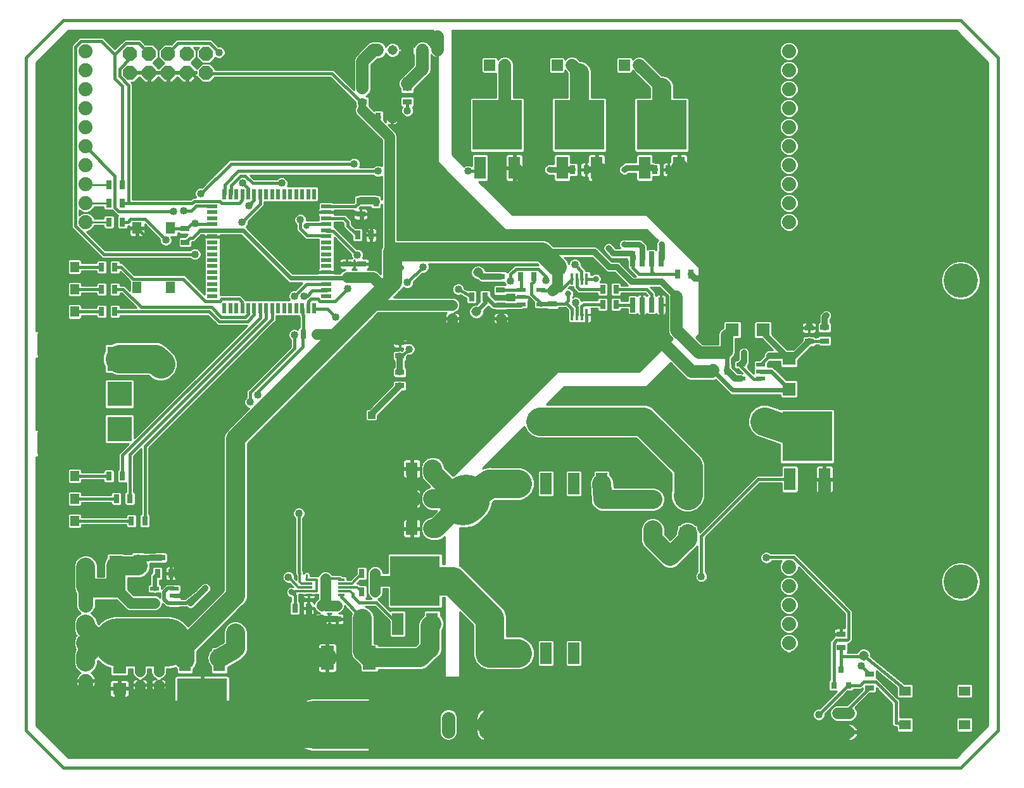
<source format=gtl>
G75*
G70*
%OFA0B0*%
%FSLAX24Y24*%
%IPPOS*%
%LPD*%
%AMOC8*
5,1,8,0,0,1.08239X$1,22.5*
%
%ADD10C,0.0160*%
%ADD11C,0.0740*%
%ADD12R,0.0315X0.0472*%
%ADD13R,0.0260X0.0800*%
%ADD14R,0.0472X0.0315*%
%ADD15R,0.0610X0.0512*%
%ADD16C,0.0705*%
%ADD17C,0.0600*%
%ADD18R,0.0315X0.0354*%
%ADD19R,0.0200X0.0580*%
%ADD20R,0.0580X0.0200*%
%ADD21C,0.1810*%
%ADD22OC8,0.1810*%
%ADD23R,0.0472X0.0551*%
%ADD24OC8,0.0740*%
%ADD25R,0.1300X0.1300*%
%ADD26R,0.1181X0.1181*%
%ADD27R,0.0709X0.0669*%
%ADD28R,0.0669X0.0709*%
%ADD29R,0.0866X0.0709*%
%ADD30R,0.0472X0.0217*%
%ADD31R,0.0515X0.0515*%
%ADD32R,0.2638X0.2638*%
%ADD33R,0.0630X0.1181*%
%ADD34C,0.0515*%
%ADD35R,0.0709X0.1260*%
%ADD36R,0.0630X0.0709*%
%ADD37R,0.0382X0.0122*%
%ADD38R,0.0512X0.0610*%
%ADD39R,0.0177X0.0591*%
%ADD40C,0.0594*%
%ADD41R,0.0594X0.0594*%
%ADD42R,0.0598X0.1150*%
%ADD43R,0.0709X0.0630*%
%ADD44C,0.0700*%
%ADD45C,0.1000*%
%ADD46C,0.1500*%
%ADD47C,0.0100*%
%ADD48C,0.0120*%
%ADD49C,0.0660*%
%ADD50C,0.0240*%
%ADD51C,0.0560*%
%ADD52C,0.0320*%
%ADD53R,0.0396X0.0396*%
%ADD54C,0.0157*%
%ADD55C,0.2540*%
%ADD56C,0.0760*%
%ADD57C,0.0657*%
%ADD58C,0.0317*%
%ADD59C,0.0150*%
%ADD60C,0.0400*%
%ADD61C,0.0400*%
%ADD62C,0.0315*%
%ADD63C,0.0396*%
%ADD64C,0.0197*%
D10*
X038833Y002149D02*
X038833Y037582D01*
X040802Y039550D01*
X088046Y039550D01*
X090014Y037582D01*
X090014Y002149D01*
X088046Y000180D01*
X040802Y000180D01*
X038833Y002149D01*
X052987Y008586D02*
X052987Y009255D01*
X052810Y009432D01*
X055422Y009182D02*
X056550Y008054D01*
X056353Y008881D02*
X056038Y009196D01*
X056038Y009353D01*
X056353Y008881D02*
X057278Y008881D01*
X058400Y007759D01*
X076471Y021322D02*
X077140Y020652D01*
X077475Y020652D01*
X077495Y020672D01*
X077495Y021420D02*
X077957Y021883D01*
X078843Y021883D02*
X078991Y021735D01*
X080054Y022641D02*
X080881Y022660D01*
X077751Y022975D02*
X077633Y023231D01*
X076471Y021420D02*
X076471Y021322D01*
X071760Y024561D02*
X071760Y025127D01*
X071510Y025377D01*
X069896Y025377D01*
X069896Y024589D02*
X069925Y024561D01*
X070760Y024561D01*
X071117Y026164D02*
X070760Y026521D01*
X070760Y026981D01*
X071760Y026981D02*
X071760Y026308D01*
X071904Y026164D01*
X071117Y026164D01*
X071904Y026164D02*
X073125Y026164D01*
X065959Y024609D02*
X065448Y025121D01*
X065448Y025672D01*
X065566Y025790D01*
X065566Y026046D01*
X064916Y025987D02*
X064916Y025337D01*
X063814Y025337D01*
X064916Y024963D02*
X065231Y024963D01*
X064916Y025987D02*
X064857Y026046D01*
X056944Y028330D02*
X056550Y028723D01*
X056550Y029314D01*
X056353Y029314D02*
X056156Y029432D01*
X054778Y029432D01*
X054640Y029435D02*
X052812Y029435D01*
X051668Y028290D01*
X051570Y028389D01*
X053673Y026285D01*
X054640Y026285D01*
X055253Y026285D01*
X055290Y026322D01*
X055290Y026676D01*
X055329Y026715D01*
X056156Y028330D02*
X055762Y028723D01*
X055762Y028920D01*
X055566Y029117D01*
X054778Y029117D01*
X054640Y028805D02*
X053679Y028805D01*
X053597Y028723D01*
X054778Y029747D02*
X056156Y029747D01*
X056353Y029904D01*
X049385Y028152D02*
X048663Y028152D01*
X048640Y028175D01*
X048004Y028485D02*
X047613Y028093D01*
X047455Y028093D01*
X047219Y027857D01*
X047219Y028566D02*
X046481Y028566D01*
X046451Y028595D01*
X088195Y030388D02*
X088400Y030593D01*
D11*
X078991Y030920D03*
X078991Y029920D03*
X078991Y028920D03*
X078991Y031920D03*
X078991Y032920D03*
X078991Y033920D03*
X078991Y034920D03*
X078991Y035920D03*
X078991Y036920D03*
X078991Y037920D03*
X041983Y037920D03*
X041983Y036920D03*
X041983Y035920D03*
X041983Y034920D03*
X041983Y033920D03*
X041983Y032920D03*
X041983Y031920D03*
X041983Y030920D03*
X041983Y029920D03*
X041983Y028920D03*
X041983Y010755D03*
X041983Y009755D03*
X041983Y008755D03*
X041983Y007755D03*
X041983Y006755D03*
X041983Y005755D03*
X041983Y004755D03*
X041983Y003755D03*
X041983Y002755D03*
X041983Y001755D03*
X078991Y001755D03*
X078991Y002755D03*
X078991Y003755D03*
X078991Y004755D03*
X078991Y005755D03*
X078991Y006755D03*
X078991Y007755D03*
X078991Y008755D03*
X078991Y009755D03*
X078991Y010755D03*
D12*
X057219Y010397D03*
X056510Y010397D03*
X056510Y009452D03*
X057219Y009452D03*
X053696Y008586D03*
X052987Y008586D03*
X046471Y010416D03*
X045762Y010416D03*
X045093Y013172D03*
X044385Y013172D03*
X044306Y014353D03*
X043597Y014353D03*
X043912Y015534D03*
X043203Y015534D03*
X053440Y023015D03*
X054148Y023015D03*
X062298Y024983D03*
X063007Y024983D03*
X064857Y026046D03*
X065566Y026046D03*
X069188Y025377D03*
X069896Y025377D03*
X069896Y024589D03*
X069188Y024589D03*
X073125Y026164D03*
X073833Y026164D03*
X075014Y021125D03*
X075723Y021125D03*
X056999Y028235D03*
X056290Y028235D03*
X057255Y029979D03*
X057963Y029979D03*
X058085Y034432D03*
X057377Y034432D03*
X067613Y031676D03*
X068322Y031676D03*
X071944Y031676D03*
X072652Y031676D03*
X043912Y030889D03*
X043203Y030889D03*
X043203Y029904D03*
X043912Y029904D03*
X043912Y028920D03*
X043203Y028920D03*
X043518Y026558D03*
X042810Y026558D03*
X042810Y025377D03*
X043518Y025377D03*
X043518Y024196D03*
X042810Y024196D03*
X053329Y002448D03*
X054038Y002448D03*
D13*
X070760Y024561D03*
X071260Y024561D03*
X071760Y024561D03*
X072260Y024561D03*
X072260Y026981D03*
X071760Y026981D03*
X071260Y026981D03*
X070760Y026981D03*
D14*
X066550Y025318D03*
X066550Y024609D03*
X063833Y024550D03*
X063833Y023841D03*
X061274Y023841D03*
X061274Y024550D03*
X063814Y025337D03*
X063814Y026046D03*
X058518Y022582D03*
X058518Y021873D03*
X058518Y021007D03*
X058518Y020298D03*
X056510Y026007D03*
X055723Y026007D03*
X055723Y026715D03*
X056510Y026715D03*
X056455Y029334D03*
X056455Y030042D03*
X047219Y028566D03*
X047219Y027857D03*
X056550Y035259D03*
X056550Y035967D03*
X058912Y035967D03*
X058912Y035259D03*
X080054Y023349D03*
X080881Y023369D03*
X080881Y022660D03*
X080054Y022641D03*
X055192Y008723D03*
X054404Y008723D03*
X054404Y008015D03*
X055192Y008015D03*
X045822Y005259D03*
X044837Y005259D03*
X044837Y004550D03*
X045822Y004550D03*
X045920Y011243D03*
X045920Y011952D03*
X044739Y011952D03*
X044739Y011243D03*
X081747Y007227D03*
X081747Y006519D03*
X083243Y005101D03*
X083243Y004393D03*
D15*
X085103Y004215D03*
X088233Y004215D03*
X088233Y002444D03*
X085103Y002444D03*
D16*
X063046Y002083D02*
X063046Y002788D01*
X061077Y002788D02*
X061077Y002083D01*
D17*
X081569Y002050D02*
X082169Y002050D01*
X082169Y003050D02*
X081569Y003050D01*
D18*
X081373Y004511D03*
X082121Y004511D03*
X081747Y005337D03*
D19*
X054000Y024385D03*
X053690Y024385D03*
X053370Y024385D03*
X053060Y024385D03*
X052740Y024385D03*
X052430Y024385D03*
X052110Y024385D03*
X051800Y024385D03*
X051480Y024385D03*
X051170Y024385D03*
X050850Y024385D03*
X050540Y024385D03*
X050220Y024385D03*
X049910Y024385D03*
X049590Y024385D03*
X049280Y024385D03*
X049280Y030385D03*
X049590Y030385D03*
X049910Y030385D03*
X050220Y030385D03*
X050540Y030385D03*
X050850Y030385D03*
X051170Y030385D03*
X051480Y030385D03*
X051800Y030385D03*
X052110Y030385D03*
X052430Y030385D03*
X052740Y030385D03*
X053060Y030385D03*
X053370Y030385D03*
X053690Y030385D03*
X054000Y030385D03*
D20*
X054640Y029745D03*
X054640Y029435D03*
X054640Y029115D03*
X054640Y028805D03*
X054640Y028485D03*
X054640Y028175D03*
X054640Y027855D03*
X054640Y027545D03*
X054640Y027225D03*
X054640Y026915D03*
X054640Y026595D03*
X054640Y026285D03*
X054640Y025965D03*
X054640Y025655D03*
X054640Y025335D03*
X054640Y025025D03*
X048640Y025025D03*
X048640Y025335D03*
X048640Y025655D03*
X048640Y025965D03*
X048640Y026285D03*
X048640Y026595D03*
X048640Y026915D03*
X048640Y027225D03*
X048640Y027545D03*
X048640Y027855D03*
X048640Y028175D03*
X048640Y028485D03*
X048640Y028805D03*
X048640Y029115D03*
X048640Y029435D03*
X048640Y029745D03*
D21*
X088026Y025837D03*
X088046Y009991D03*
D22*
X088046Y013991D03*
X088026Y029837D03*
D23*
X041392Y026558D03*
X040211Y026558D03*
X040211Y025377D03*
X041392Y025377D03*
X041392Y024196D03*
X040211Y024196D03*
X040211Y015534D03*
X041392Y015534D03*
X041392Y014353D03*
X040211Y014353D03*
X040211Y013172D03*
X041392Y013172D03*
D24*
X044314Y036786D03*
X045314Y036786D03*
X046314Y036786D03*
X047314Y036786D03*
X048314Y036786D03*
X048314Y037786D03*
X047314Y037786D03*
X046314Y037786D03*
X045314Y037786D03*
X044314Y037786D03*
D25*
X043755Y021715D03*
X043755Y019865D03*
X043755Y018015D03*
D26*
X040005Y017265D03*
X040005Y022465D03*
D27*
X076018Y023231D03*
X077633Y023231D03*
D28*
X078991Y021735D03*
X078991Y020121D03*
X071825Y014314D03*
X071825Y012700D03*
D29*
X073656Y012503D03*
X073656Y014511D03*
D30*
X076471Y020672D03*
X077495Y020672D03*
X077495Y021046D03*
X077495Y021420D03*
X076471Y021420D03*
X065940Y024589D03*
X064916Y024589D03*
X064916Y024963D03*
X064916Y025337D03*
X065940Y025337D03*
X046629Y009609D03*
X046629Y009235D03*
X046629Y008861D03*
X045605Y008861D03*
X045605Y009609D03*
D31*
X065900Y018428D03*
X077711Y018428D03*
X057337Y037975D03*
D32*
X063636Y034038D03*
X067967Y034038D03*
X072298Y034038D03*
X079955Y017641D03*
X059306Y010023D03*
X048105Y003566D03*
D33*
X049010Y005830D03*
X047199Y005830D03*
X058400Y007759D03*
X060211Y007759D03*
X079050Y015377D03*
X080861Y015377D03*
X073203Y031774D03*
X071392Y031774D03*
X068873Y031774D03*
X067062Y031774D03*
X064542Y031774D03*
X062731Y031774D03*
D34*
X062633Y026263D03*
X062534Y024196D03*
X045920Y021440D03*
X043558Y009629D03*
X043656Y006774D03*
X082928Y006086D03*
X060487Y037975D03*
X059699Y037975D03*
X058912Y037975D03*
X058125Y037975D03*
D35*
X056904Y005967D03*
X054699Y005967D03*
D36*
X059148Y012778D03*
X060251Y012778D03*
X060251Y014353D03*
X059148Y014353D03*
X059148Y015928D03*
X060251Y015928D03*
D37*
X055422Y010080D03*
X055422Y009883D03*
X055422Y009686D03*
X055422Y009489D03*
X055422Y009292D03*
X053741Y009292D03*
X053741Y009489D03*
X053741Y009686D03*
X053741Y009883D03*
X053741Y010080D03*
D38*
X046451Y025465D03*
X044680Y025465D03*
X044680Y028595D03*
X046451Y028595D03*
D39*
X067583Y025928D03*
X067839Y025928D03*
X068095Y025928D03*
X068351Y025928D03*
X068351Y024038D03*
X068095Y024038D03*
X067839Y024038D03*
X067583Y024038D03*
D40*
X067573Y037188D03*
X064030Y037188D03*
X071117Y037188D03*
D41*
X070329Y037188D03*
X066786Y037188D03*
X063243Y037188D03*
D42*
X063243Y015141D03*
X064719Y015141D03*
X066196Y015141D03*
X067672Y015141D03*
X069148Y015141D03*
X069148Y006215D03*
X067672Y006215D03*
X066196Y006215D03*
X064719Y006215D03*
X063243Y006215D03*
D43*
X043755Y005456D03*
X043755Y004353D03*
X043558Y011046D03*
X043558Y012149D03*
D44*
X042219Y001991D02*
X042101Y001912D01*
X041983Y001834D01*
D45*
X041983Y001755D02*
X042278Y002050D01*
X042278Y002444D01*
X041983Y002739D01*
X041983Y003755D01*
X041983Y002755D01*
X041983Y005755D02*
X041983Y006066D01*
X042672Y006755D01*
X042770Y006755D01*
X041983Y007542D01*
X041983Y007755D01*
X041983Y006755D02*
X042672Y006755D01*
X042770Y006755D02*
X043636Y006755D01*
X043656Y006774D01*
X046255Y006774D02*
X047199Y005830D01*
X047199Y006578D01*
X049857Y009235D01*
X049857Y017503D01*
X055172Y022818D01*
X057140Y024786D01*
X057731Y025377D01*
X058125Y025771D01*
X058125Y026558D01*
X058125Y027345D01*
X065999Y027345D01*
X066688Y026656D01*
X066786Y026558D01*
X065211Y030495D02*
X069148Y030495D01*
X073282Y030495D01*
X073282Y030298D01*
X073282Y030495D02*
X073282Y031696D01*
X069148Y031499D02*
X069148Y030495D01*
X065211Y030495D02*
X065211Y031105D01*
X067967Y034038D02*
X067967Y036794D01*
X072298Y036007D02*
X072298Y034038D01*
X057731Y023015D02*
X057495Y022857D01*
X051648Y017030D01*
X051648Y014353D01*
X058912Y014353D01*
X059148Y014353D01*
X060251Y014353D02*
X061641Y014353D01*
X061655Y014340D01*
X061274Y013960D01*
X061274Y013566D01*
X061834Y014197D02*
X060415Y012778D01*
X060251Y012778D01*
X061649Y014326D02*
X061668Y014326D01*
X061655Y014340D01*
X061649Y014326D02*
X060251Y015725D01*
X060251Y015928D01*
X061668Y014326D02*
X062035Y014326D01*
X062062Y014353D01*
X069188Y014314D02*
X069148Y015141D01*
X069188Y014314D02*
X071825Y014314D01*
X071825Y012700D02*
X071825Y012208D01*
X072731Y011302D01*
X073656Y012227D01*
X073656Y012503D01*
X060211Y007759D02*
X060093Y007641D01*
X060093Y006479D01*
X059581Y005967D01*
X056904Y005967D01*
X056550Y006322D01*
X056550Y008054D01*
X051914Y006969D02*
X051648Y007234D01*
X051648Y006873D01*
X051648Y006086D01*
X051766Y005967D01*
X054699Y005967D01*
X051648Y006086D02*
X051648Y005318D01*
X049857Y006479D02*
X049719Y006341D01*
X049010Y005948D01*
X049857Y006479D02*
X049857Y007267D01*
X051648Y007234D02*
X051648Y014353D01*
X047101Y011400D02*
X046353Y012149D01*
X045589Y012149D01*
X045507Y012149D02*
X043558Y012149D01*
X040369Y012149D01*
X040211Y011991D01*
X040211Y013172D01*
X040211Y014353D01*
X040211Y015534D01*
X047101Y011400D02*
X047101Y010416D01*
X044739Y010810D02*
X043558Y010810D01*
X043558Y009629D01*
X042109Y009629D01*
X041983Y009755D01*
X041983Y010755D01*
X040211Y010889D02*
X040133Y010810D01*
X040211Y010889D02*
X040211Y011046D01*
X063046Y002436D02*
X063152Y002542D01*
X064030Y002542D01*
X078991Y002755D02*
X078991Y001755D01*
X078991Y002050D01*
X081869Y002050D01*
X078991Y004755D02*
X078991Y005755D01*
D46*
X069148Y006215D02*
X069148Y002404D01*
X064719Y006215D02*
X063507Y006215D01*
X063243Y006479D01*
X063243Y006215D01*
X063243Y006479D02*
X063243Y008054D01*
X061274Y010023D01*
X059306Y010023D01*
X061990Y014353D02*
X062062Y014353D01*
X063243Y015141D01*
X064719Y015141D01*
X065900Y018428D02*
X071314Y018428D01*
X073696Y016046D01*
X073696Y014550D01*
X073656Y014511D01*
X077711Y018428D02*
X079955Y017641D01*
X045920Y021440D02*
X045645Y021715D01*
X043755Y021715D01*
X040211Y024196D02*
X040211Y025377D01*
X040211Y026558D01*
X040211Y024196D02*
X040211Y011991D01*
X040211Y011046D01*
X040133Y010810D02*
X040133Y003211D01*
X041274Y002070D01*
X041589Y001873D01*
X041904Y001676D01*
X041983Y001597D01*
D47*
X041933Y001559D02*
X042033Y001559D01*
X042033Y001461D02*
X041933Y001461D01*
X041933Y001362D02*
X042033Y001362D01*
X042033Y001264D02*
X041933Y001264D01*
X041933Y001236D02*
X041933Y001705D01*
X041464Y001705D01*
X041476Y001633D01*
X041501Y001555D01*
X041538Y001482D01*
X041586Y001416D01*
X041644Y001358D01*
X041710Y001310D01*
X041783Y001273D01*
X041861Y001248D01*
X041933Y001236D01*
X042033Y001236D02*
X042105Y001248D01*
X042183Y001273D01*
X042255Y001310D01*
X042322Y001358D01*
X042380Y001416D01*
X042428Y001482D01*
X042465Y001555D01*
X042490Y001633D01*
X042501Y001705D01*
X042033Y001705D01*
X042033Y001805D01*
X041933Y001805D01*
X041933Y002705D01*
X041464Y002705D01*
X041476Y002633D01*
X041501Y002555D01*
X041538Y002482D01*
X041586Y002416D01*
X041644Y002358D01*
X041710Y002310D01*
X041783Y002273D01*
X041839Y002255D01*
X041783Y002237D01*
X041710Y002200D01*
X041644Y002151D01*
X041586Y002094D01*
X041538Y002027D01*
X041501Y001954D01*
X041476Y001877D01*
X041464Y001805D01*
X041933Y001805D01*
X041933Y001705D01*
X042033Y001705D01*
X042033Y001236D01*
X042154Y001264D02*
X053289Y001264D01*
X053178Y001327D02*
X053498Y001143D01*
X053854Y001048D01*
X058608Y001048D01*
X058964Y001143D01*
X059284Y001327D01*
X059639Y001683D01*
X059823Y002002D01*
X059918Y002358D01*
X059918Y002727D01*
X059823Y003083D01*
X059639Y003402D01*
X059378Y003662D01*
X059059Y003847D01*
X058703Y003942D01*
X058334Y003942D01*
X057981Y003848D01*
X053854Y003848D01*
X053498Y003752D01*
X053178Y003568D01*
X052918Y003307D01*
X052733Y002988D01*
X052638Y002632D01*
X052638Y002263D01*
X052733Y001907D01*
X052918Y001588D01*
X053178Y001327D01*
X053144Y001362D02*
X042326Y001362D01*
X042412Y001461D02*
X053045Y001461D01*
X052947Y001559D02*
X042466Y001559D01*
X042494Y001658D02*
X052878Y001658D01*
X052821Y001756D02*
X042033Y001756D01*
X042033Y001805D02*
X042501Y001805D01*
X042490Y001877D01*
X042465Y001954D01*
X042428Y002027D01*
X042380Y002094D01*
X042322Y002151D01*
X042255Y002200D01*
X042183Y002237D01*
X042127Y002255D01*
X042183Y002273D01*
X042255Y002310D01*
X042322Y002358D01*
X042380Y002416D01*
X042428Y002482D01*
X042465Y002555D01*
X042490Y002633D01*
X042501Y002705D01*
X042033Y002705D01*
X042033Y002805D01*
X041933Y002805D01*
X041933Y003705D01*
X041464Y003705D01*
X041476Y003633D01*
X041501Y003555D01*
X041538Y003482D01*
X041586Y003416D01*
X041644Y003358D01*
X041710Y003310D01*
X041783Y003273D01*
X041839Y003255D01*
X041783Y003237D01*
X041710Y003200D01*
X041644Y003151D01*
X041586Y003094D01*
X041538Y003027D01*
X041501Y002954D01*
X041476Y002877D01*
X041464Y002805D01*
X041933Y002805D01*
X041933Y002705D01*
X042033Y002705D01*
X042033Y002236D01*
X042033Y001805D01*
X042033Y001855D02*
X041933Y001855D01*
X041933Y001953D02*
X042033Y001953D01*
X042033Y002052D02*
X041933Y002052D01*
X041933Y002150D02*
X042033Y002150D01*
X042033Y002249D02*
X041933Y002249D01*
X041933Y002347D02*
X042033Y002347D01*
X042033Y002446D02*
X041933Y002446D01*
X041933Y002544D02*
X042033Y002544D01*
X042033Y002643D02*
X041933Y002643D01*
X041933Y002741D02*
X039363Y002741D01*
X039363Y002643D02*
X041474Y002643D01*
X041507Y002544D02*
X039363Y002544D01*
X039363Y002446D02*
X041565Y002446D01*
X041660Y002347D02*
X039422Y002347D01*
X039363Y002406D02*
X039363Y016544D01*
X040649Y016544D01*
X040725Y016621D01*
X040725Y017909D01*
X040649Y017986D01*
X039363Y017986D01*
X039363Y021744D01*
X040649Y021744D01*
X040725Y021821D01*
X040725Y023109D01*
X040649Y023186D01*
X039363Y023186D01*
X039363Y037324D01*
X041059Y039020D01*
X060229Y039020D01*
X060487Y038763D01*
X060487Y038004D01*
X060458Y038004D01*
X060458Y038383D01*
X060455Y038383D01*
X060391Y038373D01*
X060330Y038353D01*
X060273Y038324D01*
X060221Y038286D01*
X060176Y038241D01*
X060138Y038189D01*
X060122Y038157D01*
X060089Y038236D01*
X059960Y038365D01*
X059791Y038435D01*
X059608Y038435D01*
X059439Y038365D01*
X059310Y038236D01*
X059277Y038157D01*
X059261Y038189D01*
X059223Y038241D01*
X059178Y038286D01*
X059126Y038324D01*
X059068Y038353D01*
X059007Y038373D01*
X058944Y038383D01*
X058941Y038383D01*
X058941Y038004D01*
X058883Y038004D01*
X058883Y038383D01*
X058880Y038383D01*
X058817Y038373D01*
X058756Y038353D01*
X058699Y038324D01*
X058647Y038286D01*
X058601Y038241D01*
X058564Y038189D01*
X058534Y038132D01*
X058515Y038071D01*
X058512Y038053D01*
X058453Y038195D01*
X058344Y038304D01*
X058202Y038363D01*
X058048Y038363D01*
X057905Y038304D01*
X057796Y038195D01*
X057770Y038130D01*
X057726Y038235D01*
X057725Y038237D01*
X057725Y038287D01*
X057649Y038363D01*
X057599Y038363D01*
X057597Y038364D01*
X057429Y038434D01*
X057049Y038434D01*
X056881Y038364D01*
X056752Y038235D01*
X056290Y037774D01*
X056161Y037645D01*
X056091Y037476D01*
X056091Y035889D01*
X055021Y036960D01*
X048814Y036960D01*
X048814Y036993D01*
X048521Y037286D01*
X048107Y037286D01*
X047828Y037008D01*
X047535Y037300D01*
X047814Y037579D01*
X048107Y037286D01*
X048521Y037286D01*
X048810Y037575D01*
X048925Y037527D01*
X049056Y037527D01*
X049178Y037577D01*
X049271Y037670D01*
X049321Y037792D01*
X049321Y037923D01*
X049271Y038044D01*
X049178Y038137D01*
X049056Y038187D01*
X048951Y038187D01*
X048723Y038415D01*
X048603Y038535D01*
X046741Y038535D01*
X046492Y038286D01*
X046107Y038286D01*
X045814Y037993D01*
X045814Y037579D01*
X046092Y037300D01*
X045814Y037022D01*
X045535Y037300D01*
X045814Y037579D01*
X045814Y037993D01*
X045521Y038286D01*
X045111Y038286D01*
X044863Y038535D01*
X044024Y038535D01*
X043904Y038415D01*
X043518Y038029D01*
X042895Y038653D01*
X041662Y038653D01*
X041542Y038533D01*
X041227Y038218D01*
X041227Y028638D01*
X041347Y028518D01*
X042843Y027022D01*
X047469Y027022D01*
X047544Y026947D01*
X047665Y026897D01*
X047797Y026897D01*
X047918Y026947D01*
X048011Y027040D01*
X048061Y027162D01*
X048061Y027293D01*
X048011Y027414D01*
X047918Y027507D01*
X047797Y027557D01*
X047665Y027557D01*
X047544Y027507D01*
X047469Y027432D01*
X043013Y027432D01*
X042025Y028420D01*
X042082Y028420D01*
X042266Y028496D01*
X042407Y028637D01*
X042450Y028740D01*
X042916Y028740D01*
X042916Y028630D01*
X042992Y028554D01*
X043415Y028554D01*
X043491Y028630D01*
X043491Y029210D01*
X043415Y029286D01*
X042992Y029286D01*
X042916Y029210D01*
X042916Y029100D01*
X042450Y029100D01*
X042407Y029203D01*
X042266Y029344D01*
X042082Y029420D01*
X042266Y029496D01*
X042407Y029637D01*
X042443Y029723D01*
X042484Y029722D01*
X042487Y029724D01*
X042916Y029724D01*
X042916Y029614D01*
X042992Y029538D01*
X043358Y029538D01*
X043433Y029463D01*
X043630Y029266D01*
X043681Y029266D01*
X043625Y029210D01*
X043625Y028630D01*
X043701Y028554D01*
X044123Y028554D01*
X044200Y028630D01*
X044200Y028715D01*
X044273Y028715D01*
X044274Y028716D01*
X044274Y028645D01*
X044630Y028645D01*
X044630Y028545D01*
X044730Y028545D01*
X044730Y028140D01*
X044955Y028140D01*
X044994Y028150D01*
X045028Y028170D01*
X045056Y028198D01*
X045075Y028232D01*
X045086Y028270D01*
X045086Y028545D01*
X044730Y028545D01*
X044730Y028645D01*
X045086Y028645D01*
X045086Y028795D01*
X045866Y028015D01*
X045866Y027910D01*
X045916Y027788D01*
X046009Y027696D01*
X046130Y027645D01*
X046261Y027645D01*
X046382Y027696D01*
X046475Y027788D01*
X046526Y027910D01*
X046526Y028041D01*
X046476Y028160D01*
X046761Y028160D01*
X046837Y028236D01*
X046837Y028356D01*
X046853Y028356D01*
X046853Y028354D01*
X046929Y028278D01*
X047343Y028278D01*
X047210Y028145D01*
X046929Y028145D01*
X046853Y028068D01*
X046853Y027646D01*
X046929Y027570D01*
X047509Y027570D01*
X047585Y027646D01*
X047585Y027883D01*
X047700Y027883D01*
X047823Y028006D01*
X048051Y028235D01*
X048200Y028235D01*
X048200Y028175D01*
X048640Y028175D01*
X048640Y028175D01*
X048200Y028175D01*
X048200Y028055D01*
X048211Y028017D01*
X048220Y028000D01*
X048220Y027701D01*
X048222Y027700D01*
X048220Y027699D01*
X048220Y027391D01*
X048227Y027385D01*
X048220Y027379D01*
X048220Y027071D01*
X048222Y027070D01*
X048220Y027069D01*
X048220Y026761D01*
X048227Y026755D01*
X048220Y026749D01*
X048220Y026441D01*
X048222Y026440D01*
X048220Y026439D01*
X048220Y026131D01*
X048227Y026125D01*
X048220Y026119D01*
X048220Y025811D01*
X048222Y025810D01*
X048220Y025809D01*
X048220Y025501D01*
X048227Y025495D01*
X048220Y025489D01*
X048220Y025181D01*
X048222Y025180D01*
X048220Y025179D01*
X048220Y025099D01*
X047186Y026133D01*
X044548Y026133D01*
X043918Y026763D01*
X043806Y026763D01*
X043806Y026848D01*
X043730Y026924D01*
X043307Y026924D01*
X043231Y026848D01*
X043231Y026268D01*
X043307Y026192D01*
X043730Y026192D01*
X043806Y026268D01*
X043806Y026296D01*
X044258Y025843D01*
X044294Y025807D01*
X044294Y025324D01*
X044036Y025582D01*
X043806Y025582D01*
X043806Y025667D01*
X043730Y025743D01*
X043307Y025743D01*
X043231Y025667D01*
X043231Y025087D01*
X043307Y025011D01*
X043730Y025011D01*
X043806Y025087D01*
X043806Y025172D01*
X043867Y025172D01*
X044638Y024401D01*
X043806Y024401D01*
X043806Y024486D01*
X043730Y024562D01*
X043307Y024562D01*
X043231Y024486D01*
X043231Y023906D01*
X043307Y023830D01*
X043730Y023830D01*
X043806Y023906D01*
X043806Y023991D01*
X048394Y023991D01*
X048786Y023599D01*
X048906Y023479D01*
X050464Y023479D01*
X044535Y017549D01*
X044535Y018719D01*
X044458Y018795D01*
X043051Y018795D01*
X042975Y018719D01*
X042975Y017311D01*
X043051Y017235D01*
X044221Y017235D01*
X043707Y016722D01*
X043707Y015901D01*
X043701Y015901D01*
X043625Y015824D01*
X043625Y015244D01*
X043701Y015168D01*
X044101Y015168D01*
X044101Y014719D01*
X044094Y014719D01*
X044018Y014643D01*
X044018Y014063D01*
X044094Y013987D01*
X044517Y013987D01*
X044593Y014063D01*
X044593Y014643D01*
X044517Y014719D01*
X044511Y014719D01*
X044511Y016591D01*
X044888Y016969D01*
X044888Y013538D01*
X044882Y013538D01*
X044806Y013462D01*
X044806Y012882D01*
X044882Y012806D01*
X045305Y012806D01*
X045381Y012882D01*
X045381Y013462D01*
X045305Y013538D01*
X045298Y013538D01*
X045298Y017024D01*
X051871Y023597D01*
X051991Y023717D01*
X051991Y023965D01*
X052264Y023965D01*
X052270Y023971D01*
X052277Y023965D01*
X052584Y023965D01*
X052585Y023966D01*
X052587Y023965D01*
X052894Y023965D01*
X052900Y023971D01*
X052907Y023965D01*
X053195Y023965D01*
X053195Y023953D01*
X053235Y023914D01*
X053235Y023381D01*
X053228Y023381D01*
X053152Y023305D01*
X053152Y023256D01*
X053033Y023305D01*
X052902Y023305D01*
X052780Y023255D01*
X052687Y023162D01*
X052637Y023041D01*
X052637Y022910D01*
X052687Y022788D01*
X052762Y022714D01*
X052762Y022352D01*
X050559Y020149D01*
X050439Y020029D01*
X050439Y019694D01*
X050365Y019619D01*
X050314Y019498D01*
X050314Y019366D01*
X050365Y019245D01*
X050457Y019152D01*
X050569Y019106D01*
X049323Y017860D01*
X049227Y017628D01*
X049227Y009496D01*
X047370Y007639D01*
X047114Y007895D01*
X046795Y008079D01*
X046439Y008174D01*
X043472Y008174D01*
X043116Y008079D01*
X042797Y007895D01*
X042659Y007757D01*
X042613Y007803D01*
X042613Y007880D01*
X042517Y008112D01*
X042340Y008289D01*
X042265Y008320D01*
X042272Y008322D01*
X042415Y008466D01*
X042493Y008653D01*
X042493Y008999D01*
X043608Y008999D01*
X044093Y008514D01*
X044244Y008451D01*
X045687Y008451D01*
X045837Y008514D01*
X045953Y008629D01*
X046015Y008780D01*
X046015Y008817D01*
X046022Y008810D01*
X046199Y008633D01*
X046329Y008633D01*
X046339Y008623D01*
X046919Y008623D01*
X046929Y008633D01*
X047263Y008633D01*
X047298Y008628D01*
X047330Y008596D01*
X047437Y008551D01*
X047552Y008551D01*
X047659Y008596D01*
X048528Y009465D01*
X048572Y009571D01*
X048572Y009687D01*
X048528Y009793D01*
X048446Y009875D01*
X048340Y009919D01*
X048224Y009919D01*
X048118Y009875D01*
X047761Y009518D01*
X047201Y009090D01*
X047010Y009090D01*
X047015Y009107D01*
X047015Y009231D01*
X046633Y009231D01*
X046633Y009239D01*
X047015Y009239D01*
X047015Y009363D01*
X047005Y009401D01*
X046985Y009435D01*
X046984Y009436D01*
X046995Y009447D01*
X046995Y009771D01*
X046919Y009847D01*
X046713Y009847D01*
X046704Y009857D01*
X046219Y009857D01*
X046085Y009723D01*
X045971Y009609D01*
X045971Y009771D01*
X045895Y009847D01*
X045855Y009847D01*
X045855Y010050D01*
X045974Y010050D01*
X046050Y010126D01*
X046050Y010706D01*
X045974Y010782D01*
X045551Y010782D01*
X045475Y010706D01*
X045475Y010482D01*
X045393Y010400D01*
X045355Y010308D01*
X045355Y009847D01*
X045315Y009847D01*
X045239Y009771D01*
X045239Y009447D01*
X045315Y009371D01*
X045527Y009371D01*
X045555Y009359D01*
X045655Y009359D01*
X045683Y009371D01*
X045888Y009371D01*
X045888Y009158D01*
X045837Y009209D01*
X045687Y009271D01*
X044495Y009271D01*
X044188Y009579D01*
X044188Y010180D01*
X044864Y010180D01*
X045096Y010276D01*
X045273Y010453D01*
X045369Y010685D01*
X045369Y010935D01*
X045987Y010955D01*
X045988Y010956D01*
X046210Y010956D01*
X046286Y011032D01*
X046286Y011454D01*
X046210Y011530D01*
X045979Y011530D01*
X045968Y011535D01*
X045837Y011530D01*
X045630Y011530D01*
X045623Y011524D01*
X045054Y011505D01*
X045029Y011530D01*
X044803Y011530D01*
X044797Y011533D01*
X044681Y011533D01*
X044675Y011530D01*
X044449Y011530D01*
X044373Y011454D01*
X044373Y011440D01*
X044017Y011440D01*
X043966Y011491D01*
X043150Y011491D01*
X043073Y011415D01*
X043073Y011217D01*
X043024Y011167D01*
X042928Y010935D01*
X042928Y010259D01*
X042613Y010259D01*
X042613Y010880D01*
X042517Y011112D01*
X042340Y011289D01*
X042108Y011385D01*
X041858Y011385D01*
X041626Y011289D01*
X041449Y011112D01*
X041353Y010880D01*
X041353Y009629D01*
X041449Y009398D01*
X041473Y009374D01*
X041473Y008653D01*
X041551Y008466D01*
X041694Y008322D01*
X041701Y008320D01*
X041626Y008289D01*
X041449Y008112D01*
X041353Y007880D01*
X041353Y007417D01*
X041449Y007185D01*
X041486Y007149D01*
X041449Y007112D01*
X041353Y006880D01*
X041353Y006629D01*
X041444Y006410D01*
X041353Y006191D01*
X041353Y005629D01*
X041449Y005398D01*
X041626Y005221D01*
X041698Y005191D01*
X041644Y005151D01*
X041586Y005094D01*
X041538Y005027D01*
X041501Y004954D01*
X041476Y004877D01*
X041464Y004805D01*
X041933Y004805D01*
X041933Y004705D01*
X041464Y004705D01*
X041476Y004633D01*
X041501Y004555D01*
X041538Y004482D01*
X041586Y004416D01*
X041644Y004358D01*
X041710Y004310D01*
X041783Y004273D01*
X041839Y004255D01*
X041783Y004237D01*
X041710Y004200D01*
X041644Y004151D01*
X041586Y004094D01*
X041538Y004027D01*
X041501Y003954D01*
X041476Y003877D01*
X041464Y003805D01*
X041933Y003805D01*
X041933Y004705D01*
X042033Y004705D01*
X042033Y004805D01*
X042501Y004805D01*
X042490Y004877D01*
X042465Y004954D01*
X042428Y005027D01*
X042380Y005094D01*
X042322Y005151D01*
X042268Y005191D01*
X042340Y005221D01*
X042517Y005398D01*
X042613Y005629D01*
X042613Y005805D01*
X042629Y005821D01*
X042797Y005654D01*
X043116Y005470D01*
X043270Y005429D01*
X043270Y005087D01*
X043346Y005011D01*
X044163Y005011D01*
X044239Y005087D01*
X044239Y005374D01*
X044427Y005374D01*
X044427Y005177D01*
X044471Y005071D01*
X044471Y005047D01*
X044488Y005030D01*
X044490Y005026D01*
X044605Y004911D01*
X044734Y004858D01*
X044581Y004858D01*
X044543Y004847D01*
X044509Y004828D01*
X044481Y004800D01*
X044461Y004765D01*
X044451Y004727D01*
X044451Y004579D01*
X044809Y004579D01*
X044809Y004521D01*
X044866Y004521D01*
X044866Y004243D01*
X045093Y004243D01*
X045131Y004253D01*
X045166Y004273D01*
X045194Y004300D01*
X045213Y004335D01*
X045223Y004373D01*
X045223Y004521D01*
X044866Y004521D01*
X044866Y004579D01*
X045223Y004579D01*
X045223Y004727D01*
X045213Y004765D01*
X045194Y004800D01*
X045166Y004828D01*
X045131Y004847D01*
X045093Y004858D01*
X044940Y004858D01*
X045070Y004911D01*
X045185Y005026D01*
X045186Y005030D01*
X045203Y005047D01*
X045203Y005071D01*
X045247Y005177D01*
X045247Y005374D01*
X045412Y005374D01*
X045412Y005177D01*
X045455Y005071D01*
X045455Y005047D01*
X045472Y005030D01*
X045474Y005026D01*
X045589Y004911D01*
X045719Y004858D01*
X045566Y004858D01*
X045527Y004847D01*
X045493Y004828D01*
X045465Y004800D01*
X045446Y004765D01*
X045435Y004727D01*
X045435Y004579D01*
X045793Y004579D01*
X045793Y004521D01*
X045850Y004521D01*
X045850Y004243D01*
X046077Y004243D01*
X046116Y004253D01*
X046150Y004273D01*
X046178Y004300D01*
X046198Y004335D01*
X046208Y004373D01*
X046208Y004521D01*
X045850Y004521D01*
X045850Y004579D01*
X046208Y004579D01*
X046208Y004727D01*
X046198Y004765D01*
X046178Y004800D01*
X046150Y004828D01*
X046116Y004847D01*
X046077Y004858D01*
X045924Y004858D01*
X046054Y004911D01*
X046169Y005026D01*
X046171Y005030D01*
X046188Y005047D01*
X046188Y005071D01*
X046232Y005177D01*
X046232Y005374D01*
X046439Y005374D01*
X046695Y005443D01*
X046755Y005384D01*
X046755Y005185D01*
X046831Y005109D01*
X047568Y005109D01*
X047644Y005185D01*
X047644Y005384D01*
X047734Y005473D01*
X047829Y005704D01*
X047829Y006317D01*
X050214Y008701D01*
X050391Y008878D01*
X050487Y009110D01*
X050487Y017242D01*
X055529Y022284D01*
X057385Y024140D01*
X060985Y024140D01*
X060980Y024139D01*
X060946Y024119D01*
X060918Y024091D01*
X060898Y024057D01*
X060888Y024019D01*
X060888Y023870D01*
X061246Y023870D01*
X061246Y023813D01*
X061303Y023813D01*
X061303Y023870D01*
X061660Y023870D01*
X061660Y024019D01*
X061650Y024057D01*
X061631Y024091D01*
X061603Y024119D01*
X061568Y024139D01*
X061530Y024149D01*
X061377Y024149D01*
X061507Y024202D01*
X061622Y024318D01*
X061623Y024322D01*
X061640Y024339D01*
X061640Y024363D01*
X061684Y024469D01*
X061684Y024632D01*
X061640Y024737D01*
X061640Y024761D01*
X061623Y024778D01*
X061622Y024782D01*
X061507Y024898D01*
X061356Y024960D01*
X058205Y024960D01*
X058482Y025236D01*
X058659Y025414D01*
X058689Y025487D01*
X058725Y025451D01*
X058846Y025401D01*
X058978Y025401D01*
X059099Y025451D01*
X059192Y025544D01*
X059242Y025666D01*
X059242Y025771D01*
X059699Y026228D01*
X059804Y026228D01*
X059926Y026278D01*
X060019Y026371D01*
X060069Y026492D01*
X060069Y026624D01*
X060031Y026715D01*
X065738Y026715D01*
X065808Y026645D01*
X064536Y026645D01*
X064416Y026525D01*
X064164Y026273D01*
X064104Y026334D01*
X063877Y026334D01*
X063871Y026336D01*
X063020Y026336D01*
X063020Y026340D01*
X062961Y026482D01*
X062852Y026591D01*
X062710Y026650D01*
X062555Y026650D01*
X062413Y026591D01*
X062304Y026482D01*
X062245Y026340D01*
X062245Y026186D01*
X062304Y026043D01*
X062413Y025934D01*
X062555Y025875D01*
X062610Y025875D01*
X062685Y025800D01*
X062791Y025756D01*
X063871Y025756D01*
X063877Y025759D01*
X064015Y025759D01*
X064015Y025744D01*
X064065Y025625D01*
X063524Y025625D01*
X063447Y025549D01*
X063447Y025126D01*
X063524Y025050D01*
X064104Y025050D01*
X064180Y025126D01*
X064180Y025127D01*
X064539Y025127D01*
X064530Y025091D01*
X064530Y024968D01*
X064912Y024968D01*
X064912Y024959D01*
X064530Y024959D01*
X064530Y024835D01*
X064539Y024800D01*
X064161Y024800D01*
X064123Y024838D01*
X063545Y024838D01*
X063294Y025089D01*
X063294Y025273D01*
X063218Y025349D01*
X062795Y025349D01*
X062719Y025273D01*
X062719Y024734D01*
X062568Y024583D01*
X062457Y024583D01*
X062315Y024524D01*
X062206Y024415D01*
X062147Y024273D01*
X062147Y024119D01*
X062206Y023976D01*
X062315Y023867D01*
X062457Y023808D01*
X062611Y023808D01*
X062754Y023867D01*
X062863Y023976D01*
X062922Y024119D01*
X062922Y024230D01*
X063148Y024456D01*
X063184Y024492D01*
X063337Y024338D01*
X063429Y024300D01*
X063506Y024300D01*
X063543Y024263D01*
X064123Y024263D01*
X064161Y024300D01*
X064926Y024300D01*
X065018Y024338D01*
X065031Y024351D01*
X065206Y024351D01*
X065282Y024427D01*
X065282Y024752D01*
X065271Y024762D01*
X065272Y024763D01*
X065292Y024797D01*
X065302Y024835D01*
X065302Y024959D01*
X064920Y024959D01*
X064920Y024968D01*
X065302Y024968D01*
X065302Y024969D01*
X065361Y024911D01*
X065573Y024698D01*
X065573Y024427D01*
X065650Y024351D01*
X065862Y024351D01*
X065890Y024339D01*
X065989Y024339D01*
X066018Y024351D01*
X066230Y024351D01*
X066230Y024351D01*
X066260Y024322D01*
X066840Y024322D01*
X066916Y024398D01*
X066916Y024400D01*
X067231Y024400D01*
X067365Y024267D01*
X067365Y023689D01*
X067441Y023613D01*
X068188Y023613D01*
X068205Y023603D01*
X068243Y023593D01*
X068351Y023593D01*
X068351Y024038D01*
X068351Y024038D01*
X068351Y023593D01*
X068459Y023593D01*
X068498Y023603D01*
X068532Y023623D01*
X072625Y023623D01*
X072625Y023525D02*
X056770Y023525D01*
X056868Y023623D02*
X060900Y023623D01*
X060898Y023626D02*
X060918Y023592D01*
X060946Y023564D01*
X060980Y023544D01*
X061018Y023534D01*
X061246Y023534D01*
X061246Y023813D01*
X060888Y023813D01*
X060888Y023664D01*
X060898Y023626D01*
X060888Y023722D02*
X056967Y023722D01*
X057065Y023820D02*
X061246Y023820D01*
X061303Y023820D02*
X062429Y023820D01*
X062263Y023919D02*
X061660Y023919D01*
X061660Y024017D02*
X062189Y024017D01*
X062148Y024116D02*
X061606Y024116D01*
X061518Y024214D02*
X062147Y024214D01*
X062163Y024313D02*
X061617Y024313D01*
X061660Y024411D02*
X062204Y024411D01*
X062300Y024510D02*
X061684Y024510D01*
X061684Y024608D02*
X062593Y024608D01*
X062509Y024617D02*
X062585Y024693D01*
X062585Y025273D01*
X062509Y025349D01*
X062087Y025349D01*
X062077Y025340D01*
X061919Y025428D01*
X061919Y025442D01*
X061869Y025564D01*
X061776Y025657D01*
X061655Y025707D01*
X061524Y025707D01*
X061402Y025657D01*
X061309Y025564D01*
X061259Y025442D01*
X061259Y025311D01*
X061309Y025190D01*
X061402Y025097D01*
X061524Y025047D01*
X061655Y025047D01*
X061716Y025072D01*
X062010Y024908D01*
X062010Y024693D01*
X062087Y024617D01*
X062509Y024617D01*
X062585Y024707D02*
X062691Y024707D01*
X062719Y024805D02*
X062585Y024805D01*
X062585Y024904D02*
X062719Y024904D01*
X062719Y025002D02*
X062585Y025002D01*
X062585Y025101D02*
X062719Y025101D01*
X062719Y025199D02*
X062585Y025199D01*
X062561Y025298D02*
X062743Y025298D01*
X063007Y024983D02*
X063046Y024983D01*
X063294Y025101D02*
X063473Y025101D01*
X063447Y025199D02*
X063294Y025199D01*
X063270Y025298D02*
X063447Y025298D01*
X063447Y025396D02*
X061977Y025396D01*
X061898Y025495D02*
X063447Y025495D01*
X063492Y025593D02*
X061840Y025593D01*
X061692Y025692D02*
X064037Y025692D01*
X064154Y025101D02*
X064532Y025101D01*
X064530Y025002D02*
X063381Y025002D01*
X063479Y024904D02*
X064530Y024904D01*
X064538Y024805D02*
X064156Y024805D01*
X064089Y024149D02*
X063862Y024149D01*
X063862Y023870D01*
X064220Y023870D01*
X064220Y024019D01*
X064209Y024057D01*
X064190Y024091D01*
X064162Y024119D01*
X064127Y024139D01*
X064089Y024149D01*
X064165Y024116D02*
X067365Y024116D01*
X067365Y024214D02*
X062922Y024214D01*
X062920Y024116D02*
X063502Y024116D01*
X063505Y024119D02*
X063477Y024091D01*
X063457Y024057D01*
X063447Y024019D01*
X063447Y023870D01*
X063805Y023870D01*
X063805Y024149D01*
X063577Y024149D01*
X063539Y024139D01*
X063505Y024119D01*
X063447Y024017D02*
X062880Y024017D01*
X062805Y023919D02*
X063447Y023919D01*
X063447Y023813D02*
X063447Y023664D01*
X063457Y023626D01*
X063477Y023592D01*
X063505Y023564D01*
X063539Y023544D01*
X063577Y023534D01*
X063805Y023534D01*
X063805Y023813D01*
X063862Y023813D01*
X063862Y023870D01*
X063805Y023870D01*
X063805Y023813D01*
X063447Y023813D01*
X063447Y023722D02*
X061660Y023722D01*
X061660Y023664D02*
X061660Y023813D01*
X061303Y023813D01*
X061303Y023534D01*
X061530Y023534D01*
X061568Y023544D01*
X061603Y023564D01*
X061631Y023592D01*
X061650Y023626D01*
X061660Y023664D01*
X061649Y023623D02*
X063459Y023623D01*
X063805Y023623D02*
X063862Y023623D01*
X063862Y023534D02*
X064089Y023534D01*
X064127Y023544D01*
X064162Y023564D01*
X064190Y023592D01*
X064209Y023626D01*
X064220Y023664D01*
X064220Y023813D01*
X063862Y023813D01*
X063862Y023534D01*
X063862Y023722D02*
X063805Y023722D01*
X063833Y023802D02*
X063833Y023841D01*
X063805Y023820D02*
X062640Y023820D01*
X063004Y024313D02*
X063399Y024313D01*
X063264Y024411D02*
X063103Y024411D01*
X063805Y024116D02*
X063862Y024116D01*
X063862Y024017D02*
X063805Y024017D01*
X063805Y023919D02*
X063862Y023919D01*
X063862Y023820D02*
X067365Y023820D01*
X067365Y023722D02*
X064220Y023722D01*
X064208Y023623D02*
X067431Y023623D01*
X067365Y023919D02*
X064220Y023919D01*
X064220Y024017D02*
X067365Y024017D01*
X067319Y024313D02*
X064956Y024313D01*
X064877Y024550D02*
X064936Y024589D01*
X064916Y024589D01*
X065282Y024608D02*
X065573Y024608D01*
X065573Y024510D02*
X065282Y024510D01*
X065266Y024411D02*
X065590Y024411D01*
X065428Y024255D02*
X065428Y024767D01*
X065231Y024963D01*
X065302Y024904D02*
X065368Y024904D01*
X065294Y024805D02*
X065466Y024805D01*
X065565Y024707D02*
X065282Y024707D01*
X065900Y025357D02*
X065940Y025337D01*
X067380Y025429D02*
X067453Y025503D01*
X067630Y025503D01*
X067630Y025418D01*
X067758Y025290D01*
X067881Y025168D01*
X068900Y025168D01*
X068900Y025087D01*
X068976Y025011D01*
X069399Y025011D01*
X069475Y025087D01*
X069475Y025667D01*
X069399Y025743D01*
X069057Y025743D01*
X069078Y025764D01*
X069122Y025871D01*
X069122Y025985D01*
X069078Y026092D01*
X068997Y026173D01*
X068891Y026217D01*
X068776Y026217D01*
X068670Y026173D01*
X068634Y026137D01*
X068570Y026137D01*
X068570Y026277D01*
X068493Y026353D01*
X068290Y026353D01*
X068290Y026407D01*
X068061Y026636D01*
X068061Y026742D01*
X068011Y026863D01*
X067918Y026956D01*
X067797Y027006D01*
X067665Y027006D01*
X067544Y026956D01*
X067451Y026863D01*
X067401Y026742D01*
X067401Y026720D01*
X067320Y026915D01*
X067180Y027055D01*
X068634Y027055D01*
X069378Y026312D01*
X069484Y026268D01*
X069816Y026268D01*
X070497Y025587D01*
X070184Y025587D01*
X070184Y025667D01*
X070108Y025743D01*
X069685Y025743D01*
X069609Y025667D01*
X069609Y025087D01*
X069685Y025011D01*
X070108Y025011D01*
X070184Y025087D01*
X070184Y025167D01*
X071424Y025167D01*
X071538Y025052D01*
X071521Y025035D01*
X071511Y025053D01*
X071483Y025081D01*
X071448Y025100D01*
X071410Y025111D01*
X071275Y025111D01*
X071275Y024576D01*
X071245Y024576D01*
X071245Y025111D01*
X071111Y025111D01*
X071073Y025100D01*
X071038Y025081D01*
X071010Y025053D01*
X071000Y025035D01*
X070944Y025091D01*
X070577Y025091D01*
X070500Y025014D01*
X070500Y024771D01*
X070184Y024771D01*
X070184Y024880D01*
X070108Y024956D01*
X069685Y024956D01*
X069609Y024880D01*
X069609Y024299D01*
X069685Y024223D01*
X070108Y024223D01*
X070184Y024299D01*
X070184Y024351D01*
X070500Y024351D01*
X070500Y024107D01*
X070577Y024031D01*
X070944Y024031D01*
X071000Y024086D01*
X071010Y024068D01*
X071038Y024041D01*
X071073Y024021D01*
X071111Y024011D01*
X071245Y024011D01*
X071245Y024546D01*
X071275Y024546D01*
X071275Y024011D01*
X071410Y024011D01*
X071448Y024021D01*
X071483Y024041D01*
X071511Y024068D01*
X071521Y024086D01*
X071577Y024031D01*
X071944Y024031D01*
X072000Y024086D01*
X072010Y024068D01*
X072038Y024041D01*
X072073Y024021D01*
X072111Y024011D01*
X072245Y024011D01*
X072245Y024546D01*
X072275Y024546D01*
X072275Y024011D01*
X072410Y024011D01*
X072448Y024021D01*
X072483Y024041D01*
X072511Y024068D01*
X072530Y024103D01*
X072540Y024141D01*
X072540Y024546D01*
X072276Y024546D01*
X072276Y024576D01*
X072540Y024576D01*
X072540Y024980D01*
X072530Y025018D01*
X072511Y025053D01*
X072483Y025081D01*
X072448Y025100D01*
X072410Y025111D01*
X072275Y025111D01*
X072275Y024576D01*
X072245Y024576D01*
X072245Y025111D01*
X072111Y025111D01*
X072073Y025100D01*
X072038Y025081D01*
X072010Y025053D01*
X072000Y025035D01*
X071970Y025064D01*
X071970Y025214D01*
X071720Y025464D01*
X071704Y025481D01*
X072178Y025481D01*
X072625Y025033D01*
X072625Y023120D01*
X072695Y022951D01*
X072825Y022822D01*
X072858Y022788D01*
X071117Y021046D01*
X066786Y021046D01*
X061327Y015587D01*
X061297Y015570D01*
X060881Y015986D01*
X060881Y016053D01*
X060785Y016285D01*
X060608Y016462D01*
X060376Y016558D01*
X060125Y016558D01*
X059894Y016462D01*
X059717Y016285D01*
X059621Y016053D01*
X059621Y015600D01*
X059717Y015368D01*
X060109Y014976D01*
X059894Y014887D01*
X059717Y014710D01*
X059621Y014479D01*
X059621Y014228D01*
X059717Y013996D01*
X059894Y013819D01*
X060125Y013723D01*
X060469Y013723D01*
X060154Y013408D01*
X060125Y013408D01*
X059894Y013313D01*
X059717Y013135D01*
X059621Y012904D01*
X059621Y012653D01*
X059717Y012422D01*
X059894Y012244D01*
X060125Y012148D01*
X060541Y012148D01*
X060772Y012244D01*
X060881Y012353D01*
X060881Y010903D01*
X060755Y010903D01*
X060755Y011395D01*
X060679Y011471D01*
X057933Y011471D01*
X057857Y011395D01*
X057857Y010433D01*
X057629Y010433D01*
X057629Y010478D01*
X057567Y010629D01*
X057451Y010744D01*
X057448Y010746D01*
X057430Y010763D01*
X057406Y010763D01*
X057301Y010807D01*
X057138Y010807D01*
X057032Y010763D01*
X057008Y010763D01*
X056991Y010746D01*
X056987Y010744D01*
X056872Y010629D01*
X056809Y010478D01*
X056809Y009459D01*
X056807Y009384D01*
X056809Y009377D01*
X056809Y009370D01*
X056838Y009301D01*
X056864Y009232D01*
X056869Y009226D01*
X056872Y009219D01*
X056924Y009167D01*
X056975Y009112D01*
X056982Y009109D01*
X056987Y009104D01*
X056991Y009102D01*
X057002Y009091D01*
X056727Y009091D01*
X056798Y009162D01*
X056798Y009742D01*
X056722Y009818D01*
X056413Y009818D01*
X056355Y009876D01*
X056259Y009876D01*
X056413Y010030D01*
X056809Y010030D01*
X056798Y010106D02*
X056722Y010030D01*
X056413Y010030D01*
X056314Y009932D02*
X056809Y009932D01*
X056809Y009833D02*
X056398Y009833D01*
X056798Y009735D02*
X056809Y009735D01*
X056798Y009636D02*
X056809Y009636D01*
X056798Y009538D02*
X056809Y009538D01*
X056798Y009439D02*
X056808Y009439D01*
X056798Y009341D02*
X056821Y009341D01*
X056798Y009242D02*
X056860Y009242D01*
X056780Y009144D02*
X056946Y009144D01*
X057381Y009075D02*
X058004Y008452D01*
X058031Y008479D01*
X058769Y008479D01*
X058845Y008403D01*
X058845Y007114D01*
X058769Y007038D01*
X058031Y007038D01*
X057955Y007114D01*
X057955Y007907D01*
X057191Y008671D01*
X056707Y008671D01*
X056907Y008588D01*
X057084Y008411D01*
X057180Y008179D01*
X057180Y006727D01*
X057312Y006727D01*
X057389Y006651D01*
X057389Y006597D01*
X059320Y006597D01*
X059463Y006740D01*
X059463Y007766D01*
X059559Y007997D01*
X059766Y008205D01*
X059766Y008403D01*
X059842Y008479D01*
X060580Y008479D01*
X060656Y008403D01*
X060656Y008205D01*
X060745Y008116D01*
X060841Y007884D01*
X060841Y007633D01*
X060745Y007402D01*
X060723Y007380D01*
X060723Y006354D01*
X060627Y006122D01*
X060450Y005945D01*
X059938Y005433D01*
X059707Y005337D01*
X057389Y005337D01*
X057389Y005284D01*
X057312Y005207D01*
X056496Y005207D01*
X056420Y005284D01*
X056420Y005561D01*
X056016Y005965D01*
X055920Y006196D01*
X055920Y008179D01*
X055981Y008326D01*
X055602Y008705D01*
X055602Y008642D01*
X055558Y008536D01*
X055558Y008512D01*
X055541Y008495D01*
X055539Y008491D01*
X055424Y008376D01*
X055294Y008322D01*
X055448Y008322D01*
X055486Y008312D01*
X055520Y008292D01*
X055548Y008264D01*
X055568Y008230D01*
X055578Y008192D01*
X055578Y008043D01*
X055220Y008043D01*
X055220Y007986D01*
X055220Y007707D01*
X055448Y007707D01*
X055486Y007717D01*
X055520Y007737D01*
X055548Y007765D01*
X055568Y007799D01*
X055578Y007837D01*
X055578Y007986D01*
X055220Y007986D01*
X055163Y007986D01*
X055163Y007707D01*
X054936Y007707D01*
X054897Y007717D01*
X054863Y007737D01*
X054835Y007765D01*
X054816Y007799D01*
X054805Y007837D01*
X054805Y007986D01*
X055163Y007986D01*
X055163Y008043D01*
X054805Y008043D01*
X054805Y008192D01*
X054816Y008230D01*
X054835Y008264D01*
X054863Y008292D01*
X054897Y008312D01*
X054903Y008313D01*
X054693Y008313D01*
X054698Y008312D01*
X054733Y008292D01*
X054760Y008264D01*
X054780Y008230D01*
X054790Y008192D01*
X054790Y008043D01*
X054433Y008043D01*
X054433Y007986D01*
X054790Y007986D01*
X054790Y007837D01*
X054780Y007799D01*
X054760Y007765D01*
X054733Y007737D01*
X054698Y007717D01*
X054660Y007707D01*
X054433Y007707D01*
X054433Y007986D01*
X054375Y007986D01*
X054018Y007986D01*
X054018Y007837D01*
X054028Y007799D01*
X054048Y007765D01*
X054076Y007737D01*
X054110Y007717D01*
X054148Y007707D01*
X054375Y007707D01*
X054375Y007986D01*
X054375Y008043D01*
X054018Y008043D01*
X054018Y008192D01*
X054028Y008230D01*
X054048Y008264D01*
X054076Y008292D01*
X054110Y008312D01*
X054148Y008322D01*
X054301Y008322D01*
X054172Y008376D01*
X054057Y008491D01*
X054055Y008495D01*
X054038Y008512D01*
X054038Y008536D01*
X054003Y008620D01*
X054003Y008614D01*
X053724Y008614D01*
X053724Y008557D01*
X053724Y008199D01*
X053873Y008199D01*
X053911Y008210D01*
X053945Y008229D01*
X053973Y008257D01*
X054044Y008257D01*
X053993Y008291D02*
X054003Y008330D01*
X054003Y008557D01*
X053724Y008557D01*
X053667Y008557D01*
X053388Y008557D01*
X053388Y008330D01*
X053398Y008291D01*
X053418Y008257D01*
X053446Y008229D01*
X053480Y008210D01*
X053518Y008199D01*
X053667Y008199D01*
X053667Y008557D01*
X053667Y008614D01*
X053388Y008614D01*
X053388Y008841D01*
X053398Y008880D01*
X053418Y008914D01*
X053446Y008942D01*
X053480Y008962D01*
X053518Y008972D01*
X053667Y008972D01*
X053667Y008614D01*
X053724Y008614D01*
X053724Y008972D01*
X053873Y008972D01*
X053911Y008962D01*
X053945Y008942D01*
X053973Y008914D01*
X053993Y008880D01*
X054003Y008841D01*
X054003Y008826D01*
X054038Y008911D01*
X054038Y008935D01*
X054055Y008952D01*
X054057Y008956D01*
X054096Y008995D01*
X054191Y009090D01*
X054191Y009301D01*
X054082Y009301D01*
X054082Y009292D01*
X053741Y009292D01*
X053741Y009292D01*
X053741Y009081D01*
X053952Y009081D01*
X053990Y009091D01*
X054024Y009111D01*
X054052Y009139D01*
X054072Y009173D01*
X054082Y009211D01*
X054082Y009292D01*
X053741Y009292D01*
X053741Y009292D01*
X053741Y009081D01*
X053530Y009081D01*
X053492Y009091D01*
X053458Y009111D01*
X053430Y009139D01*
X053410Y009173D01*
X053400Y009211D01*
X053400Y009292D01*
X053741Y009292D01*
X053741Y009292D01*
X053400Y009292D01*
X053400Y009301D01*
X053197Y009301D01*
X053197Y008952D01*
X053198Y008952D01*
X053274Y008876D01*
X053274Y008295D01*
X053198Y008219D01*
X052776Y008219D01*
X052699Y008295D01*
X052699Y008876D01*
X052776Y008952D01*
X052777Y008952D01*
X052777Y009143D01*
X052752Y009143D01*
X052646Y009187D01*
X052565Y009268D01*
X052521Y009375D01*
X052521Y009489D01*
X052565Y009596D01*
X052646Y009677D01*
X052752Y009721D01*
X052867Y009721D01*
X052886Y009713D01*
X052710Y009889D01*
X052587Y009889D01*
X052465Y009940D01*
X052372Y010032D01*
X052322Y010154D01*
X052322Y010285D01*
X052372Y010406D01*
X052465Y010499D01*
X052587Y010549D01*
X052718Y010549D01*
X052839Y010499D01*
X052932Y010406D01*
X052982Y010285D01*
X052982Y010154D01*
X053053Y010084D01*
X053053Y010316D01*
X052998Y010371D01*
X052998Y013304D01*
X052924Y013379D01*
X052873Y013500D01*
X052873Y013631D01*
X052924Y013753D01*
X053016Y013846D01*
X053138Y013896D01*
X053269Y013896D01*
X053390Y013846D01*
X053483Y013753D01*
X053533Y013631D01*
X053533Y013500D01*
X053483Y013379D01*
X053408Y013304D01*
X053408Y010541D01*
X053448Y010501D01*
X053448Y010423D01*
X053542Y010517D01*
X053691Y010517D01*
X053797Y010412D01*
X053797Y010271D01*
X053986Y010271D01*
X053987Y010270D01*
X054068Y010270D01*
X054070Y010272D01*
X054212Y010272D01*
X054253Y010373D01*
X054369Y010488D01*
X054519Y010551D01*
X054683Y010551D01*
X054833Y010488D01*
X054949Y010373D01*
X054966Y010331D01*
X055440Y010331D01*
X055495Y010276D01*
X055507Y010276D01*
X055511Y010271D01*
X055667Y010271D01*
X055743Y010194D01*
X055743Y010073D01*
X055918Y010073D01*
X056223Y010378D01*
X056223Y010687D01*
X056299Y010763D01*
X056722Y010763D01*
X056798Y010687D01*
X056798Y010106D01*
X056798Y010129D02*
X056809Y010129D01*
X056798Y010227D02*
X056809Y010227D01*
X056798Y010326D02*
X056809Y010326D01*
X056798Y010424D02*
X056809Y010424D01*
X056798Y010523D02*
X056828Y010523D01*
X056798Y010621D02*
X056868Y010621D01*
X056962Y010720D02*
X056765Y010720D01*
X056256Y010720D02*
X053408Y010720D01*
X053408Y010818D02*
X057857Y010818D01*
X057857Y010720D02*
X057476Y010720D01*
X057570Y010621D02*
X057857Y010621D01*
X057857Y010523D02*
X057611Y010523D01*
X057857Y010917D02*
X053408Y010917D01*
X053408Y011015D02*
X057857Y011015D01*
X057857Y011114D02*
X053408Y011114D01*
X053408Y011212D02*
X057857Y011212D01*
X057857Y011311D02*
X053408Y011311D01*
X053408Y011409D02*
X057871Y011409D01*
X058741Y012304D02*
X058775Y012284D01*
X058814Y012274D01*
X059098Y012274D01*
X059098Y012728D01*
X059198Y012728D01*
X059198Y012274D01*
X059483Y012274D01*
X059521Y012284D01*
X059555Y012304D01*
X059583Y012332D01*
X059603Y012366D01*
X059613Y012404D01*
X059613Y012728D01*
X059198Y012728D01*
X059198Y012828D01*
X059613Y012828D01*
X059613Y013153D01*
X059603Y013191D01*
X059583Y013225D01*
X059555Y013253D01*
X059521Y013273D01*
X059483Y013283D01*
X059198Y013283D01*
X059198Y012828D01*
X059098Y012828D01*
X059098Y012728D01*
X058683Y012728D01*
X058683Y012404D01*
X058694Y012366D01*
X058713Y012332D01*
X058741Y012304D01*
X058756Y012296D02*
X053408Y012296D01*
X053408Y012394D02*
X058686Y012394D01*
X058683Y012493D02*
X053408Y012493D01*
X053408Y012591D02*
X058683Y012591D01*
X058683Y012690D02*
X053408Y012690D01*
X053408Y012788D02*
X059098Y012788D01*
X059098Y012828D02*
X058683Y012828D01*
X058683Y013153D01*
X058694Y013191D01*
X058713Y013225D01*
X058741Y013253D01*
X058775Y013273D01*
X058814Y013283D01*
X059098Y013283D01*
X059098Y012828D01*
X059098Y012887D02*
X059198Y012887D01*
X059198Y012985D02*
X059098Y012985D01*
X059098Y013084D02*
X059198Y013084D01*
X059198Y013182D02*
X059098Y013182D01*
X059098Y013281D02*
X059198Y013281D01*
X059491Y013281D02*
X059862Y013281D01*
X059763Y013182D02*
X059605Y013182D01*
X059613Y013084D02*
X059695Y013084D01*
X059654Y012985D02*
X059613Y012985D01*
X059613Y012887D02*
X059621Y012887D01*
X059621Y012788D02*
X059198Y012788D01*
X059198Y012690D02*
X059098Y012690D01*
X059098Y012591D02*
X059198Y012591D01*
X059198Y012493D02*
X059098Y012493D01*
X059098Y012394D02*
X059198Y012394D01*
X059198Y012296D02*
X059098Y012296D01*
X059541Y012296D02*
X059843Y012296D01*
X059744Y012394D02*
X059610Y012394D01*
X059613Y012493D02*
X059687Y012493D01*
X059646Y012591D02*
X059613Y012591D01*
X059613Y012690D02*
X059621Y012690D01*
X060008Y012197D02*
X053408Y012197D01*
X053408Y012099D02*
X060881Y012099D01*
X060881Y012197D02*
X060658Y012197D01*
X060823Y012296D02*
X060881Y012296D01*
X060881Y012000D02*
X053408Y012000D01*
X053408Y011902D02*
X060881Y011902D01*
X060881Y011803D02*
X053408Y011803D01*
X053408Y011705D02*
X060881Y011705D01*
X060881Y011606D02*
X053408Y011606D01*
X053408Y011508D02*
X060881Y011508D01*
X060881Y011409D02*
X060741Y011409D01*
X060755Y011311D02*
X060881Y011311D01*
X060881Y011212D02*
X060755Y011212D01*
X060755Y011114D02*
X060881Y011114D01*
X060881Y011015D02*
X060755Y011015D01*
X060755Y010917D02*
X060881Y010917D01*
X061668Y010917D02*
X072226Y010917D01*
X072127Y011015D02*
X061668Y011015D01*
X061668Y011114D02*
X072029Y011114D01*
X071930Y011212D02*
X061668Y011212D01*
X061668Y011311D02*
X071832Y011311D01*
X071733Y011409D02*
X061668Y011409D01*
X061668Y011508D02*
X071635Y011508D01*
X071536Y011606D02*
X061668Y011606D01*
X061668Y011705D02*
X071438Y011705D01*
X071339Y011803D02*
X061668Y011803D01*
X061668Y011902D02*
X071270Y011902D01*
X071291Y011851D02*
X072374Y010768D01*
X072606Y010672D01*
X072856Y010672D01*
X073088Y010768D01*
X073265Y010945D01*
X074180Y011860D01*
X074180Y010520D01*
X074105Y010446D01*
X074055Y010324D01*
X074055Y010193D01*
X074105Y010072D01*
X074198Y009979D01*
X074319Y009929D01*
X074450Y009929D01*
X074571Y009979D01*
X074664Y010072D01*
X074715Y010193D01*
X074715Y010324D01*
X074664Y010446D01*
X074590Y010520D01*
X074590Y012300D01*
X077462Y015172D01*
X078605Y015172D01*
X078605Y014732D01*
X078681Y014656D01*
X079419Y014656D01*
X079495Y014732D01*
X079495Y016021D01*
X079419Y016097D01*
X078681Y016097D01*
X078605Y016021D01*
X078605Y015582D01*
X077292Y015582D01*
X074300Y012590D01*
X074286Y012576D01*
X074286Y012628D01*
X074219Y012790D01*
X074219Y012911D01*
X074143Y012987D01*
X074063Y012987D01*
X074013Y013037D01*
X073781Y013133D01*
X073531Y013133D01*
X073299Y013037D01*
X073250Y012987D01*
X073169Y012987D01*
X073093Y012911D01*
X073093Y012790D01*
X073026Y012628D01*
X073026Y012488D01*
X072731Y012193D01*
X072455Y012469D01*
X072455Y012825D01*
X072360Y013057D01*
X072182Y013234D01*
X071951Y013330D01*
X071700Y013330D01*
X071469Y013234D01*
X071291Y013057D01*
X071195Y012825D01*
X071195Y012082D01*
X071291Y011851D01*
X071230Y012000D02*
X061668Y012000D01*
X061668Y012099D02*
X071195Y012099D01*
X071195Y012197D02*
X061668Y012197D01*
X061668Y012296D02*
X071195Y012296D01*
X071195Y012394D02*
X061668Y012394D01*
X061668Y012493D02*
X071195Y012493D01*
X071195Y012591D02*
X061668Y012591D01*
X061668Y012690D02*
X071195Y012690D01*
X071195Y012788D02*
X061668Y012788D01*
X061668Y012797D02*
X062018Y012797D01*
X062375Y012893D01*
X062694Y013077D01*
X063110Y013494D01*
X063295Y013813D01*
X063390Y014169D01*
X063390Y014181D01*
X063509Y014261D01*
X064894Y014261D01*
X065218Y014395D01*
X065465Y014642D01*
X065599Y014966D01*
X065599Y015316D01*
X065465Y015639D01*
X065218Y015887D01*
X064894Y016021D01*
X063330Y016021D01*
X063244Y016038D01*
X063157Y016021D01*
X063068Y016021D01*
X062987Y015987D01*
X062900Y015970D01*
X062872Y015951D01*
X065065Y018144D01*
X065154Y017930D01*
X065402Y017682D01*
X065725Y017548D01*
X070949Y017548D01*
X072816Y015682D01*
X072816Y014781D01*
X072776Y014686D01*
X072776Y014336D01*
X072910Y014012D01*
X073158Y013765D01*
X073481Y013631D01*
X073831Y013631D01*
X074155Y013765D01*
X074442Y014052D01*
X074576Y014375D01*
X074576Y016221D01*
X074442Y016545D01*
X074194Y016792D01*
X071812Y019174D01*
X071489Y019308D01*
X066229Y019308D01*
X067180Y020259D01*
X071510Y020259D01*
X072760Y021508D01*
X073483Y020786D01*
X073612Y020656D01*
X073781Y020586D01*
X075027Y020586D01*
X075121Y020625D01*
X075826Y019920D01*
X075896Y019850D01*
X075988Y019812D01*
X078526Y019812D01*
X078526Y019713D01*
X078602Y019637D01*
X079379Y019637D01*
X079455Y019713D01*
X079455Y020529D01*
X079379Y020605D01*
X078860Y020605D01*
X078207Y021258D01*
X078115Y021296D01*
X077861Y021296D01*
X077861Y021489D01*
X077964Y021593D01*
X078526Y021593D01*
X078526Y021327D01*
X078602Y021251D01*
X079379Y021251D01*
X079455Y021327D01*
X079455Y021632D01*
X080176Y022353D01*
X080344Y022353D01*
X080420Y022429D01*
X080420Y022439D01*
X080522Y022442D01*
X080591Y022373D01*
X081171Y022373D01*
X081247Y022449D01*
X081247Y022872D01*
X081171Y022948D01*
X080591Y022948D01*
X080514Y022872D01*
X080514Y022862D01*
X080413Y022859D01*
X080344Y022928D01*
X080118Y022928D01*
X080111Y022931D01*
X079996Y022931D01*
X079990Y022928D01*
X079764Y022928D01*
X079688Y022852D01*
X079688Y022685D01*
X079223Y022219D01*
X078913Y022219D01*
X078117Y023016D01*
X078117Y023620D01*
X078041Y023696D01*
X077224Y023696D01*
X077148Y023620D01*
X077148Y022843D01*
X077224Y022767D01*
X077553Y022767D01*
X078147Y022173D01*
X077900Y022173D01*
X077793Y022129D01*
X077712Y022047D01*
X076919Y022047D01*
X076919Y022088D02*
X076874Y022195D01*
X076793Y022276D01*
X076686Y022320D01*
X076571Y022320D01*
X076464Y022276D01*
X076383Y022195D01*
X076339Y022088D01*
X076339Y021698D01*
X076299Y021658D01*
X076181Y021658D01*
X076105Y021582D01*
X076105Y021258D01*
X076181Y021182D01*
X076299Y021182D01*
X076307Y021174D01*
X076332Y021164D01*
X076537Y020959D01*
X076529Y020962D01*
X076296Y020962D01*
X076011Y021248D01*
X076011Y021415D01*
X075973Y021452D01*
X075973Y021709D01*
X076034Y021770D01*
X076113Y021849D01*
X076183Y022018D01*
X076183Y022767D01*
X076427Y022767D01*
X076503Y022843D01*
X076503Y023620D01*
X076427Y023696D01*
X075610Y023696D01*
X075534Y023620D01*
X075534Y023355D01*
X075463Y023326D01*
X075333Y023196D01*
X075263Y023027D01*
X075263Y022490D01*
X074457Y022490D01*
X074100Y022848D01*
X074266Y023015D01*
X074266Y026558D01*
X071510Y029314D01*
X064424Y029314D01*
X062684Y031054D01*
X063100Y031054D01*
X063176Y031130D01*
X063176Y032419D01*
X063100Y032495D01*
X062362Y032495D01*
X062286Y032419D01*
X062286Y031878D01*
X062167Y031927D01*
X062035Y031927D01*
X061914Y031877D01*
X061887Y031850D01*
X061274Y032463D01*
X061274Y039020D01*
X087789Y039020D01*
X089484Y037324D01*
X089484Y002406D01*
X087789Y000710D01*
X061668Y000710D01*
X061668Y008384D01*
X062363Y007690D01*
X062363Y006040D01*
X062497Y005717D01*
X062744Y005469D01*
X063068Y005335D01*
X064894Y005335D01*
X065218Y005469D01*
X065465Y005717D01*
X065599Y006040D01*
X065599Y006390D01*
X065465Y006714D01*
X065218Y006961D01*
X064894Y007095D01*
X064123Y007095D01*
X064123Y008229D01*
X063989Y008552D01*
X063741Y008800D01*
X061773Y010769D01*
X061668Y010812D01*
X061668Y012797D01*
X062352Y012887D02*
X071221Y012887D01*
X071262Y012985D02*
X062534Y012985D01*
X062700Y013084D02*
X071318Y013084D01*
X071417Y013182D02*
X062799Y013182D01*
X062897Y013281D02*
X071581Y013281D01*
X072069Y013281D02*
X074990Y013281D01*
X075089Y013379D02*
X062996Y013379D01*
X063094Y013478D02*
X075187Y013478D01*
X075286Y013576D02*
X063158Y013576D01*
X063215Y013675D02*
X073375Y013675D01*
X073149Y013773D02*
X072166Y013773D01*
X072182Y013780D02*
X072360Y013957D01*
X072455Y014189D01*
X072455Y014439D01*
X072360Y014671D01*
X072182Y014848D01*
X071951Y014944D01*
X069788Y014944D01*
X069772Y015296D01*
X069665Y015522D01*
X069578Y015602D01*
X069578Y015769D01*
X069501Y015845D01*
X068795Y015845D01*
X068719Y015769D01*
X068719Y015605D01*
X068598Y015472D01*
X068513Y015236D01*
X068558Y014299D01*
X068558Y014189D01*
X068564Y014174D01*
X068564Y014159D01*
X068611Y014059D01*
X068654Y013957D01*
X068665Y013946D01*
X068671Y013932D01*
X068753Y013858D01*
X068831Y013780D01*
X068845Y013774D01*
X068857Y013763D01*
X068960Y013726D01*
X069062Y013684D01*
X069078Y013684D01*
X069092Y013679D01*
X069203Y013684D01*
X071951Y013684D01*
X072182Y013780D01*
X072274Y013872D02*
X073051Y013872D01*
X072952Y013970D02*
X072365Y013970D01*
X072406Y014069D02*
X072887Y014069D01*
X072846Y014167D02*
X072447Y014167D01*
X072455Y014266D02*
X072805Y014266D01*
X072776Y014364D02*
X072455Y014364D01*
X072446Y014463D02*
X072776Y014463D01*
X072776Y014561D02*
X072405Y014561D01*
X072364Y014660D02*
X072776Y014660D01*
X072806Y014758D02*
X072272Y014758D01*
X072162Y014857D02*
X072816Y014857D01*
X072816Y014955D02*
X069788Y014955D01*
X069783Y015054D02*
X072816Y015054D01*
X072816Y015152D02*
X069778Y015152D01*
X069774Y015251D02*
X072816Y015251D01*
X072816Y015349D02*
X069747Y015349D01*
X069700Y015448D02*
X072816Y015448D01*
X072816Y015546D02*
X069639Y015546D01*
X069578Y015645D02*
X072816Y015645D01*
X072754Y015743D02*
X069578Y015743D01*
X069505Y015842D02*
X072656Y015842D01*
X072557Y015940D02*
X065089Y015940D01*
X065263Y015842D02*
X065839Y015842D01*
X065842Y015845D02*
X065766Y015769D01*
X065766Y014512D01*
X065842Y014436D01*
X066549Y014436D01*
X066625Y014512D01*
X066625Y015769D01*
X066549Y015845D01*
X065842Y015845D01*
X065766Y015743D02*
X065361Y015743D01*
X065460Y015645D02*
X065766Y015645D01*
X065766Y015546D02*
X065504Y015546D01*
X065545Y015448D02*
X065766Y015448D01*
X065766Y015349D02*
X065585Y015349D01*
X065599Y015251D02*
X065766Y015251D01*
X065766Y015152D02*
X065599Y015152D01*
X065599Y015054D02*
X065766Y015054D01*
X065766Y014955D02*
X065595Y014955D01*
X065554Y014857D02*
X065766Y014857D01*
X065766Y014758D02*
X065513Y014758D01*
X065472Y014660D02*
X065766Y014660D01*
X065766Y014561D02*
X065384Y014561D01*
X065286Y014463D02*
X065816Y014463D01*
X065144Y014364D02*
X068555Y014364D01*
X068558Y014266D02*
X064906Y014266D01*
X066575Y014463D02*
X067292Y014463D01*
X067319Y014436D02*
X067243Y014512D01*
X067243Y015769D01*
X067319Y015845D01*
X068025Y015845D01*
X068101Y015769D01*
X068101Y014512D01*
X068025Y014436D01*
X067319Y014436D01*
X067243Y014561D02*
X066625Y014561D01*
X066625Y014660D02*
X067243Y014660D01*
X067243Y014758D02*
X066625Y014758D01*
X066625Y014857D02*
X067243Y014857D01*
X067243Y014955D02*
X066625Y014955D01*
X066625Y015054D02*
X067243Y015054D01*
X067243Y015152D02*
X066625Y015152D01*
X066625Y015251D02*
X067243Y015251D01*
X067243Y015349D02*
X066625Y015349D01*
X066625Y015448D02*
X067243Y015448D01*
X067243Y015546D02*
X066625Y015546D01*
X066625Y015645D02*
X067243Y015645D01*
X067243Y015743D02*
X066625Y015743D01*
X066552Y015842D02*
X067315Y015842D01*
X068029Y015842D02*
X068791Y015842D01*
X068719Y015743D02*
X068101Y015743D01*
X068101Y015645D02*
X068719Y015645D01*
X068665Y015546D02*
X068101Y015546D01*
X068101Y015448D02*
X068589Y015448D01*
X068554Y015349D02*
X068101Y015349D01*
X068101Y015251D02*
X068518Y015251D01*
X068517Y015152D02*
X068101Y015152D01*
X068101Y015054D02*
X068522Y015054D01*
X068526Y014955D02*
X068101Y014955D01*
X068101Y014857D02*
X068531Y014857D01*
X068536Y014758D02*
X068101Y014758D01*
X068101Y014660D02*
X068540Y014660D01*
X068545Y014561D02*
X068101Y014561D01*
X068052Y014463D02*
X068550Y014463D01*
X068564Y014167D02*
X063390Y014167D01*
X063363Y014069D02*
X068607Y014069D01*
X068648Y013970D02*
X063337Y013970D01*
X063310Y013872D02*
X068738Y013872D01*
X068846Y013773D02*
X063272Y013773D01*
X060420Y013675D02*
X053516Y013675D01*
X053533Y013576D02*
X060322Y013576D01*
X060223Y013478D02*
X053524Y013478D01*
X053483Y013379D02*
X060054Y013379D01*
X060005Y013773D02*
X053463Y013773D01*
X053328Y013872D02*
X058754Y013872D01*
X058741Y013879D02*
X058775Y013859D01*
X058814Y013849D01*
X059098Y013849D01*
X059098Y014303D01*
X058683Y014303D01*
X058683Y013979D01*
X058694Y013941D01*
X058713Y013907D01*
X058741Y013879D01*
X058686Y013970D02*
X050487Y013970D01*
X050487Y013872D02*
X053079Y013872D01*
X052944Y013773D02*
X050487Y013773D01*
X050487Y013675D02*
X052891Y013675D01*
X052873Y013576D02*
X050487Y013576D01*
X050487Y013478D02*
X052883Y013478D01*
X052924Y013379D02*
X050487Y013379D01*
X050487Y013281D02*
X052998Y013281D01*
X052998Y013182D02*
X050487Y013182D01*
X050487Y013084D02*
X052998Y013084D01*
X052998Y012985D02*
X050487Y012985D01*
X050487Y012887D02*
X052998Y012887D01*
X052998Y012788D02*
X050487Y012788D01*
X050487Y012690D02*
X052998Y012690D01*
X052998Y012591D02*
X050487Y012591D01*
X050487Y012493D02*
X052998Y012493D01*
X052998Y012394D02*
X050487Y012394D01*
X050487Y012296D02*
X052998Y012296D01*
X052998Y012197D02*
X050487Y012197D01*
X050487Y012099D02*
X052998Y012099D01*
X052998Y012000D02*
X050487Y012000D01*
X050487Y011902D02*
X052998Y011902D01*
X052998Y011803D02*
X050487Y011803D01*
X050487Y011705D02*
X052998Y011705D01*
X052998Y011606D02*
X050487Y011606D01*
X050487Y011508D02*
X052998Y011508D01*
X052998Y011409D02*
X050487Y011409D01*
X050487Y011311D02*
X052998Y011311D01*
X052998Y011212D02*
X050487Y011212D01*
X050487Y011114D02*
X052998Y011114D01*
X052998Y011015D02*
X050487Y011015D01*
X050487Y010917D02*
X052998Y010917D01*
X052998Y010818D02*
X050487Y010818D01*
X050487Y010720D02*
X052998Y010720D01*
X052998Y010621D02*
X050487Y010621D01*
X050487Y010523D02*
X052522Y010523D01*
X052390Y010424D02*
X050487Y010424D01*
X050487Y010326D02*
X052339Y010326D01*
X052322Y010227D02*
X050487Y010227D01*
X050487Y010129D02*
X052333Y010129D01*
X052375Y010030D02*
X050487Y010030D01*
X050487Y009932D02*
X052485Y009932D01*
X052766Y009833D02*
X050487Y009833D01*
X050487Y009735D02*
X052864Y009735D01*
X052605Y009636D02*
X050487Y009636D01*
X050487Y009538D02*
X052541Y009538D01*
X052521Y009439D02*
X050487Y009439D01*
X050487Y009341D02*
X052535Y009341D01*
X052591Y009242D02*
X050487Y009242D01*
X050487Y009144D02*
X052752Y009144D01*
X052777Y009045D02*
X050460Y009045D01*
X050419Y008947D02*
X052770Y008947D01*
X052699Y008848D02*
X050361Y008848D01*
X050262Y008750D02*
X052699Y008750D01*
X052699Y008651D02*
X050164Y008651D01*
X050065Y008553D02*
X052699Y008553D01*
X052699Y008454D02*
X049967Y008454D01*
X049868Y008356D02*
X052699Y008356D01*
X052738Y008257D02*
X049770Y008257D01*
X049671Y008159D02*
X054018Y008159D01*
X054018Y008060D02*
X049573Y008060D01*
X049474Y007962D02*
X054018Y007962D01*
X054018Y007863D02*
X050063Y007863D01*
X049982Y007897D02*
X049732Y007897D01*
X049500Y007801D01*
X049323Y007623D01*
X049227Y007392D01*
X049227Y006789D01*
X048798Y006550D01*
X048642Y006550D01*
X048566Y006474D01*
X048566Y006400D01*
X048439Y006241D01*
X048370Y006000D01*
X048399Y005751D01*
X048521Y005532D01*
X048566Y005497D01*
X048566Y005185D01*
X048642Y005109D01*
X049379Y005109D01*
X049455Y005185D01*
X049455Y005474D01*
X049994Y005773D01*
X050076Y005807D01*
X050102Y005834D01*
X050135Y005852D01*
X050190Y005921D01*
X050214Y005945D01*
X050391Y006122D01*
X050487Y006354D01*
X050487Y007392D01*
X050391Y007623D01*
X050214Y007801D01*
X049982Y007897D01*
X050250Y007765D02*
X054048Y007765D01*
X054375Y007765D02*
X054433Y007765D01*
X054433Y007863D02*
X054375Y007863D01*
X054375Y007962D02*
X054433Y007962D01*
X054790Y007962D02*
X054805Y007962D01*
X054805Y008060D02*
X054790Y008060D01*
X054790Y008159D02*
X054805Y008159D01*
X054831Y008257D02*
X054765Y008257D01*
X054790Y007863D02*
X054805Y007863D01*
X054836Y007765D02*
X054760Y007765D01*
X055163Y007765D02*
X055220Y007765D01*
X055220Y007863D02*
X055163Y007863D01*
X055163Y007962D02*
X055220Y007962D01*
X055578Y007962D02*
X055920Y007962D01*
X055920Y008060D02*
X055578Y008060D01*
X055578Y008159D02*
X055920Y008159D01*
X055952Y008257D02*
X055552Y008257D01*
X055375Y008356D02*
X055951Y008356D01*
X055853Y008454D02*
X055502Y008454D01*
X055565Y008553D02*
X055754Y008553D01*
X055656Y008651D02*
X055602Y008651D01*
X056755Y008651D02*
X057211Y008651D01*
X057309Y008553D02*
X056942Y008553D01*
X057041Y008454D02*
X057408Y008454D01*
X057506Y008356D02*
X057107Y008356D01*
X057148Y008257D02*
X057605Y008257D01*
X057703Y008159D02*
X057180Y008159D01*
X057180Y008060D02*
X057802Y008060D01*
X057900Y007962D02*
X057180Y007962D01*
X057180Y007863D02*
X057955Y007863D01*
X057955Y007765D02*
X057180Y007765D01*
X057180Y007666D02*
X057955Y007666D01*
X057955Y007568D02*
X057180Y007568D01*
X057180Y007469D02*
X057955Y007469D01*
X057955Y007371D02*
X057180Y007371D01*
X057180Y007272D02*
X057955Y007272D01*
X057955Y007174D02*
X057180Y007174D01*
X057180Y007075D02*
X057995Y007075D01*
X057359Y006681D02*
X059404Y006681D01*
X059463Y006780D02*
X057180Y006780D01*
X057180Y006878D02*
X059463Y006878D01*
X059463Y006977D02*
X057180Y006977D01*
X058806Y007075D02*
X059463Y007075D01*
X059463Y007174D02*
X058845Y007174D01*
X058845Y007272D02*
X059463Y007272D01*
X059463Y007371D02*
X058845Y007371D01*
X058845Y007469D02*
X059463Y007469D01*
X059463Y007568D02*
X058845Y007568D01*
X058845Y007666D02*
X059463Y007666D01*
X059463Y007765D02*
X058845Y007765D01*
X058845Y007863D02*
X059503Y007863D01*
X059544Y007962D02*
X058845Y007962D01*
X058845Y008060D02*
X059622Y008060D01*
X059720Y008159D02*
X058845Y008159D01*
X058845Y008257D02*
X059766Y008257D01*
X059766Y008356D02*
X058845Y008356D01*
X058794Y008454D02*
X059817Y008454D01*
X060605Y008454D02*
X060881Y008454D01*
X060881Y008356D02*
X060656Y008356D01*
X060656Y008257D02*
X060881Y008257D01*
X060881Y008159D02*
X060702Y008159D01*
X060768Y008060D02*
X060881Y008060D01*
X060881Y007962D02*
X060809Y007962D01*
X060841Y007863D02*
X060881Y007863D01*
X060881Y007765D02*
X060841Y007765D01*
X060841Y007666D02*
X060881Y007666D01*
X060881Y007568D02*
X060814Y007568D01*
X060773Y007469D02*
X060881Y007469D01*
X060881Y007371D02*
X060723Y007371D01*
X060723Y007272D02*
X060881Y007272D01*
X060881Y007174D02*
X060723Y007174D01*
X060723Y007075D02*
X060881Y007075D01*
X060881Y006977D02*
X060723Y006977D01*
X060723Y006878D02*
X060881Y006878D01*
X060881Y006780D02*
X060723Y006780D01*
X060723Y006681D02*
X060881Y006681D01*
X060881Y006583D02*
X060723Y006583D01*
X060723Y006484D02*
X060881Y006484D01*
X060881Y006386D02*
X060723Y006386D01*
X060695Y006287D02*
X060881Y006287D01*
X060881Y006189D02*
X060655Y006189D01*
X060595Y006090D02*
X060881Y006090D01*
X060881Y005992D02*
X060496Y005992D01*
X060398Y005893D02*
X060881Y005893D01*
X060881Y005795D02*
X060299Y005795D01*
X060201Y005696D02*
X060881Y005696D01*
X060881Y005598D02*
X060102Y005598D01*
X060004Y005499D02*
X060881Y005499D01*
X060881Y005401D02*
X059859Y005401D01*
X060881Y005302D02*
X057389Y005302D01*
X056420Y005302D02*
X055200Y005302D01*
X055204Y005318D02*
X055204Y005917D01*
X054749Y005917D01*
X054749Y005187D01*
X055074Y005187D01*
X055112Y005198D01*
X055146Y005217D01*
X055174Y005245D01*
X055194Y005280D01*
X055204Y005318D01*
X055204Y005401D02*
X056420Y005401D01*
X056420Y005499D02*
X055204Y005499D01*
X055204Y005598D02*
X056383Y005598D01*
X056285Y005696D02*
X055204Y005696D01*
X055204Y005795D02*
X056186Y005795D01*
X056088Y005893D02*
X055204Y005893D01*
X055204Y006017D02*
X055204Y006617D01*
X055194Y006655D01*
X055174Y006689D01*
X055146Y006717D01*
X055112Y006737D01*
X055074Y006747D01*
X054749Y006747D01*
X054749Y006017D01*
X054649Y006017D01*
X054649Y005917D01*
X054195Y005917D01*
X054195Y005318D01*
X054205Y005280D01*
X054225Y005245D01*
X054253Y005217D01*
X054287Y005198D01*
X054325Y005187D01*
X054649Y005187D01*
X054649Y005917D01*
X054749Y005917D01*
X054749Y006017D01*
X055204Y006017D01*
X055204Y006090D02*
X055964Y006090D01*
X056005Y005992D02*
X054749Y005992D01*
X054749Y006090D02*
X054649Y006090D01*
X054649Y006017D02*
X054649Y006747D01*
X054325Y006747D01*
X054287Y006737D01*
X054253Y006717D01*
X054225Y006689D01*
X054205Y006655D01*
X054195Y006617D01*
X054195Y006017D01*
X054649Y006017D01*
X054649Y005992D02*
X050260Y005992D01*
X050168Y005893D02*
X054195Y005893D01*
X054195Y005795D02*
X050045Y005795D01*
X049855Y005696D02*
X054195Y005696D01*
X054195Y005598D02*
X049677Y005598D01*
X049500Y005499D02*
X054195Y005499D01*
X054195Y005401D02*
X049455Y005401D01*
X049455Y005302D02*
X054199Y005302D01*
X054277Y005204D02*
X049455Y005204D01*
X049444Y005035D02*
X048155Y005035D01*
X048155Y003616D01*
X048055Y003616D01*
X048055Y005035D01*
X046766Y005035D01*
X046728Y005025D01*
X046694Y005005D01*
X046666Y004977D01*
X046646Y004943D01*
X046636Y004904D01*
X046636Y003616D01*
X048055Y003616D01*
X048055Y003516D01*
X046636Y003516D01*
X046636Y002227D01*
X046646Y002189D01*
X046666Y002155D01*
X046694Y002127D01*
X046728Y002107D01*
X046766Y002097D01*
X048055Y002097D01*
X048055Y003516D01*
X048155Y003516D01*
X048155Y003616D01*
X049574Y003616D01*
X049574Y004904D01*
X049564Y004943D01*
X049544Y004977D01*
X049516Y005005D01*
X049482Y005025D01*
X049444Y005035D01*
X049513Y005007D02*
X060881Y005007D01*
X060881Y005105D02*
X046202Y005105D01*
X046232Y005204D02*
X046755Y005204D01*
X046755Y005302D02*
X046232Y005302D01*
X046149Y005007D02*
X046697Y005007D01*
X046637Y004908D02*
X046046Y004908D01*
X046168Y004810D02*
X046636Y004810D01*
X046636Y004711D02*
X046208Y004711D01*
X046208Y004613D02*
X046636Y004613D01*
X046636Y004514D02*
X046208Y004514D01*
X046208Y004416D02*
X046636Y004416D01*
X046636Y004317D02*
X046187Y004317D01*
X045850Y004317D02*
X045793Y004317D01*
X045793Y004243D02*
X045793Y004521D01*
X045435Y004521D01*
X045435Y004373D01*
X045446Y004335D01*
X045465Y004300D01*
X045493Y004273D01*
X045527Y004253D01*
X045566Y004243D01*
X045793Y004243D01*
X045793Y004416D02*
X045850Y004416D01*
X045850Y004514D02*
X045793Y004514D01*
X045435Y004514D02*
X045223Y004514D01*
X045223Y004416D02*
X045435Y004416D01*
X045456Y004317D02*
X045203Y004317D01*
X045223Y004613D02*
X045435Y004613D01*
X045435Y004711D02*
X045223Y004711D01*
X045184Y004810D02*
X045475Y004810D01*
X045597Y004908D02*
X045062Y004908D01*
X045165Y005007D02*
X045494Y005007D01*
X045441Y005105D02*
X045217Y005105D01*
X045247Y005204D02*
X045412Y005204D01*
X045412Y005302D02*
X045247Y005302D01*
X044613Y004908D02*
X042480Y004908D01*
X042501Y004810D02*
X043348Y004810D01*
X043342Y004808D02*
X043308Y004788D01*
X043280Y004760D01*
X043260Y004726D01*
X043250Y004688D01*
X043250Y004403D01*
X043705Y004403D01*
X043705Y004818D01*
X043381Y004818D01*
X043342Y004808D01*
X043256Y004711D02*
X042033Y004711D01*
X042033Y004705D02*
X042501Y004705D01*
X042490Y004633D01*
X042465Y004555D01*
X042428Y004482D01*
X042380Y004416D01*
X042322Y004358D01*
X042255Y004310D01*
X042183Y004273D01*
X042127Y004255D01*
X042183Y004237D01*
X042255Y004200D01*
X042322Y004151D01*
X042380Y004094D01*
X042428Y004027D01*
X042465Y003954D01*
X042490Y003877D01*
X042501Y003805D01*
X042033Y003805D01*
X041933Y003805D01*
X041933Y003705D01*
X042033Y003705D01*
X042033Y003805D01*
X042033Y004236D01*
X042033Y004705D01*
X042033Y004613D02*
X041933Y004613D01*
X041933Y004711D02*
X039363Y004711D01*
X039363Y004613D02*
X041482Y004613D01*
X041522Y004514D02*
X039363Y004514D01*
X039363Y004416D02*
X041587Y004416D01*
X041701Y004317D02*
X039363Y004317D01*
X039363Y004219D02*
X041748Y004219D01*
X041613Y004120D02*
X039363Y004120D01*
X039363Y004022D02*
X041535Y004022D01*
X041491Y003923D02*
X039363Y003923D01*
X039363Y003825D02*
X041467Y003825D01*
X041478Y003628D02*
X039363Y003628D01*
X039363Y003726D02*
X041933Y003726D01*
X041933Y003628D02*
X042033Y003628D01*
X042033Y003705D02*
X042033Y003236D01*
X042033Y002805D01*
X042501Y002805D01*
X042490Y002877D01*
X042465Y002954D01*
X042428Y003027D01*
X042380Y003094D01*
X042322Y003151D01*
X042255Y003200D01*
X042183Y003237D01*
X042127Y003255D01*
X042183Y003273D01*
X042255Y003310D01*
X042322Y003358D01*
X042380Y003416D01*
X042428Y003482D01*
X042465Y003555D01*
X042490Y003633D01*
X042501Y003705D01*
X042033Y003705D01*
X042033Y003726D02*
X046636Y003726D01*
X046636Y003628D02*
X042488Y003628D01*
X042451Y003529D02*
X048055Y003529D01*
X048055Y003431D02*
X048155Y003431D01*
X048155Y003516D02*
X048155Y002097D01*
X049444Y002097D01*
X049482Y002107D01*
X049516Y002127D01*
X049544Y002155D01*
X049564Y002189D01*
X049574Y002227D01*
X049574Y003516D01*
X048155Y003516D01*
X048155Y003529D02*
X053139Y003529D01*
X053041Y003431D02*
X049574Y003431D01*
X049574Y003332D02*
X052942Y003332D01*
X052875Y003234D02*
X049574Y003234D01*
X049574Y003135D02*
X052818Y003135D01*
X052761Y003037D02*
X049574Y003037D01*
X049574Y002938D02*
X052720Y002938D01*
X052694Y002840D02*
X049574Y002840D01*
X049574Y002741D02*
X052667Y002741D01*
X052641Y002643D02*
X049574Y002643D01*
X049574Y002544D02*
X052638Y002544D01*
X052638Y002446D02*
X049574Y002446D01*
X049574Y002347D02*
X052638Y002347D01*
X052642Y002249D02*
X049574Y002249D01*
X049539Y002150D02*
X052668Y002150D01*
X052695Y002052D02*
X042410Y002052D01*
X042465Y001953D02*
X052721Y001953D01*
X052764Y001855D02*
X042494Y001855D01*
X042323Y002150D02*
X046671Y002150D01*
X046636Y002249D02*
X042146Y002249D01*
X042306Y002347D02*
X046636Y002347D01*
X046636Y002446D02*
X042401Y002446D01*
X042459Y002544D02*
X046636Y002544D01*
X046636Y002643D02*
X042492Y002643D01*
X042496Y002840D02*
X046636Y002840D01*
X046636Y002938D02*
X042470Y002938D01*
X042421Y003037D02*
X046636Y003037D01*
X046636Y003135D02*
X042338Y003135D01*
X042189Y003234D02*
X046636Y003234D01*
X046636Y003332D02*
X042286Y003332D01*
X042390Y003431D02*
X046636Y003431D01*
X046636Y003825D02*
X042498Y003825D01*
X042475Y003923D02*
X043303Y003923D01*
X043308Y003918D02*
X043342Y003898D01*
X043381Y003888D01*
X043705Y003888D01*
X043705Y004303D01*
X043805Y004303D01*
X043805Y004403D01*
X044259Y004403D01*
X044259Y004688D01*
X044249Y004726D01*
X044229Y004760D01*
X044201Y004788D01*
X044167Y004808D01*
X044129Y004818D01*
X043805Y004818D01*
X043805Y004403D01*
X043705Y004403D01*
X043705Y004303D01*
X043250Y004303D01*
X043250Y004019D01*
X043260Y003980D01*
X043280Y003946D01*
X043308Y003918D01*
X043250Y004022D02*
X042431Y004022D01*
X042353Y004120D02*
X043250Y004120D01*
X043250Y004219D02*
X042218Y004219D01*
X042265Y004317D02*
X043705Y004317D01*
X043705Y004219D02*
X043805Y004219D01*
X043805Y004303D02*
X043805Y003888D01*
X044129Y003888D01*
X044167Y003898D01*
X044201Y003918D01*
X044229Y003946D01*
X044249Y003980D01*
X044259Y004019D01*
X044259Y004303D01*
X043805Y004303D01*
X043805Y004317D02*
X044471Y004317D01*
X044481Y004300D02*
X044509Y004273D01*
X044543Y004253D01*
X044581Y004243D01*
X044809Y004243D01*
X044809Y004521D01*
X044451Y004521D01*
X044451Y004373D01*
X044461Y004335D01*
X044481Y004300D01*
X044451Y004416D02*
X044259Y004416D01*
X044259Y004514D02*
X044451Y004514D01*
X044451Y004613D02*
X044259Y004613D01*
X044253Y004711D02*
X044451Y004711D01*
X044491Y004810D02*
X044161Y004810D01*
X044239Y005105D02*
X044457Y005105D01*
X044427Y005204D02*
X044239Y005204D01*
X044239Y005302D02*
X044427Y005302D01*
X044510Y005007D02*
X042438Y005007D01*
X042368Y005105D02*
X043270Y005105D01*
X043270Y005204D02*
X042298Y005204D01*
X042421Y005302D02*
X043270Y005302D01*
X043270Y005401D02*
X042518Y005401D01*
X042559Y005499D02*
X043065Y005499D01*
X042895Y005598D02*
X042600Y005598D01*
X042613Y005696D02*
X042755Y005696D01*
X042656Y005795D02*
X042613Y005795D01*
X041545Y005302D02*
X039363Y005302D01*
X039363Y005204D02*
X041668Y005204D01*
X041598Y005105D02*
X039363Y005105D01*
X039363Y005007D02*
X041528Y005007D01*
X041486Y004908D02*
X039363Y004908D01*
X039363Y004810D02*
X041465Y004810D01*
X041933Y004514D02*
X042033Y004514D01*
X042033Y004416D02*
X041933Y004416D01*
X041933Y004317D02*
X042033Y004317D01*
X042033Y004219D02*
X041933Y004219D01*
X041933Y004120D02*
X042033Y004120D01*
X042033Y004022D02*
X041933Y004022D01*
X041933Y003923D02*
X042033Y003923D01*
X042033Y003825D02*
X041933Y003825D01*
X041933Y003529D02*
X042033Y003529D01*
X042033Y003431D02*
X041933Y003431D01*
X041933Y003332D02*
X042033Y003332D01*
X042033Y003234D02*
X041933Y003234D01*
X041933Y003135D02*
X042033Y003135D01*
X042033Y003037D02*
X041933Y003037D01*
X041933Y002938D02*
X042033Y002938D01*
X042033Y002840D02*
X041933Y002840D01*
X042033Y002741D02*
X046636Y002741D01*
X048055Y002741D02*
X048155Y002741D01*
X048155Y002643D02*
X048055Y002643D01*
X048055Y002544D02*
X048155Y002544D01*
X048155Y002446D02*
X048055Y002446D01*
X048055Y002347D02*
X048155Y002347D01*
X048155Y002249D02*
X048055Y002249D01*
X048055Y002150D02*
X048155Y002150D01*
X048155Y002840D02*
X048055Y002840D01*
X048055Y002938D02*
X048155Y002938D01*
X048155Y003037D02*
X048055Y003037D01*
X048055Y003135D02*
X048155Y003135D01*
X048155Y003234D02*
X048055Y003234D01*
X048055Y003332D02*
X048155Y003332D01*
X048155Y003628D02*
X048055Y003628D01*
X048055Y003726D02*
X048155Y003726D01*
X048155Y003825D02*
X048055Y003825D01*
X048055Y003923D02*
X048155Y003923D01*
X048155Y004022D02*
X048055Y004022D01*
X048055Y004120D02*
X048155Y004120D01*
X048155Y004219D02*
X048055Y004219D01*
X048055Y004317D02*
X048155Y004317D01*
X048155Y004416D02*
X048055Y004416D01*
X048055Y004514D02*
X048155Y004514D01*
X048155Y004613D02*
X048055Y004613D01*
X048055Y004711D02*
X048155Y004711D01*
X048155Y004810D02*
X048055Y004810D01*
X048055Y004908D02*
X048155Y004908D01*
X048155Y005007D02*
X048055Y005007D01*
X047644Y005204D02*
X048566Y005204D01*
X048566Y005302D02*
X047644Y005302D01*
X047661Y005401D02*
X048566Y005401D01*
X048562Y005499D02*
X047744Y005499D01*
X047785Y005598D02*
X048484Y005598D01*
X048430Y005696D02*
X047826Y005696D01*
X047829Y005795D02*
X048394Y005795D01*
X048383Y005893D02*
X047829Y005893D01*
X047829Y005992D02*
X048371Y005992D01*
X048396Y006090D02*
X047829Y006090D01*
X047829Y006189D02*
X048424Y006189D01*
X048475Y006287D02*
X047829Y006287D01*
X047898Y006386D02*
X048554Y006386D01*
X048576Y006484D02*
X047997Y006484D01*
X048095Y006583D02*
X048856Y006583D01*
X049033Y006681D02*
X048194Y006681D01*
X048292Y006780D02*
X049210Y006780D01*
X049227Y006878D02*
X048391Y006878D01*
X048489Y006977D02*
X049227Y006977D01*
X049227Y007075D02*
X048588Y007075D01*
X048686Y007174D02*
X049227Y007174D01*
X049227Y007272D02*
X048785Y007272D01*
X048883Y007371D02*
X049227Y007371D01*
X049259Y007469D02*
X048982Y007469D01*
X049080Y007568D02*
X049300Y007568D01*
X049365Y007666D02*
X049179Y007666D01*
X049277Y007765D02*
X049464Y007765D01*
X049376Y007863D02*
X049651Y007863D01*
X050349Y007666D02*
X055920Y007666D01*
X055920Y007568D02*
X050414Y007568D01*
X050455Y007469D02*
X055920Y007469D01*
X055920Y007371D02*
X050487Y007371D01*
X050487Y007272D02*
X055920Y007272D01*
X055920Y007174D02*
X050487Y007174D01*
X050487Y007075D02*
X055920Y007075D01*
X055920Y006977D02*
X050487Y006977D01*
X050487Y006878D02*
X055920Y006878D01*
X055920Y006780D02*
X050487Y006780D01*
X050487Y006681D02*
X054220Y006681D01*
X054195Y006583D02*
X050487Y006583D01*
X050487Y006484D02*
X054195Y006484D01*
X054195Y006386D02*
X050487Y006386D01*
X050459Y006287D02*
X054195Y006287D01*
X054195Y006189D02*
X050418Y006189D01*
X050359Y006090D02*
X054195Y006090D01*
X054649Y006189D02*
X054749Y006189D01*
X054749Y006287D02*
X054649Y006287D01*
X054649Y006386D02*
X054749Y006386D01*
X054749Y006484D02*
X054649Y006484D01*
X054649Y006583D02*
X054749Y006583D01*
X054749Y006681D02*
X054649Y006681D01*
X055179Y006681D02*
X055920Y006681D01*
X055920Y006583D02*
X055204Y006583D01*
X055204Y006484D02*
X055920Y006484D01*
X055920Y006386D02*
X055204Y006386D01*
X055204Y006287D02*
X055920Y006287D01*
X055923Y006189D02*
X055204Y006189D01*
X054749Y005893D02*
X054649Y005893D01*
X054649Y005795D02*
X054749Y005795D01*
X054749Y005696D02*
X054649Y005696D01*
X054649Y005598D02*
X054749Y005598D01*
X054749Y005499D02*
X054649Y005499D01*
X054649Y005401D02*
X054749Y005401D01*
X054749Y005302D02*
X054649Y005302D01*
X054649Y005204D02*
X054749Y005204D01*
X055122Y005204D02*
X060881Y005204D01*
X060881Y004908D02*
X049573Y004908D01*
X049574Y004810D02*
X060881Y004810D01*
X060881Y004711D02*
X049574Y004711D01*
X049574Y004613D02*
X060881Y004613D01*
X060881Y004514D02*
X049574Y004514D01*
X049574Y004416D02*
X060881Y004416D01*
X060881Y004317D02*
X049574Y004317D01*
X049574Y004219D02*
X060881Y004219D01*
X060881Y004120D02*
X049574Y004120D01*
X049574Y004022D02*
X060881Y004022D01*
X060881Y003923D02*
X058774Y003923D01*
X059097Y003825D02*
X060881Y003825D01*
X060881Y003726D02*
X059268Y003726D01*
X059413Y003628D02*
X060881Y003628D01*
X060881Y003529D02*
X059511Y003529D01*
X059610Y003431D02*
X060881Y003431D01*
X060881Y003332D02*
X059679Y003332D01*
X059736Y003234D02*
X060881Y003234D01*
X060881Y003229D02*
X060804Y003197D01*
X060668Y003062D01*
X060595Y002884D01*
X060595Y001987D01*
X060668Y001810D01*
X060804Y001674D01*
X060881Y001643D01*
X060881Y000710D01*
X041059Y000710D01*
X039363Y002406D01*
X039521Y002249D02*
X041820Y002249D01*
X041643Y002150D02*
X039619Y002150D01*
X039718Y002052D02*
X041556Y002052D01*
X041501Y001953D02*
X039816Y001953D01*
X039915Y001855D02*
X041472Y001855D01*
X041472Y001658D02*
X040112Y001658D01*
X040013Y001756D02*
X041933Y001756D01*
X041933Y001658D02*
X042033Y001658D01*
X041812Y001264D02*
X040506Y001264D01*
X040407Y001362D02*
X041640Y001362D01*
X041554Y001461D02*
X040309Y001461D01*
X040210Y001559D02*
X041500Y001559D01*
X040900Y000870D02*
X060881Y000870D01*
X060881Y000968D02*
X040801Y000968D01*
X040703Y001067D02*
X053784Y001067D01*
X053460Y001165D02*
X040604Y001165D01*
X040998Y000771D02*
X060881Y000771D01*
X060881Y001067D02*
X058678Y001067D01*
X059002Y001165D02*
X060881Y001165D01*
X060881Y001264D02*
X059173Y001264D01*
X059318Y001362D02*
X060881Y001362D01*
X060881Y001461D02*
X059417Y001461D01*
X059515Y001559D02*
X060881Y001559D01*
X060845Y001658D02*
X059614Y001658D01*
X059681Y001756D02*
X060722Y001756D01*
X060650Y001855D02*
X059738Y001855D01*
X059795Y001953D02*
X060609Y001953D01*
X060595Y002052D02*
X059836Y002052D01*
X059863Y002150D02*
X060595Y002150D01*
X060595Y002249D02*
X059889Y002249D01*
X059915Y002347D02*
X060595Y002347D01*
X060595Y002446D02*
X059918Y002446D01*
X059918Y002544D02*
X060595Y002544D01*
X060595Y002643D02*
X059918Y002643D01*
X059914Y002741D02*
X060595Y002741D01*
X060595Y002840D02*
X059888Y002840D01*
X059862Y002938D02*
X060617Y002938D01*
X060658Y003037D02*
X059835Y003037D01*
X059793Y003135D02*
X060742Y003135D01*
X060881Y003229D02*
X060881Y009143D01*
X060755Y009143D01*
X060755Y008650D01*
X060679Y008574D01*
X057933Y008574D01*
X057857Y008650D01*
X057857Y009613D01*
X057635Y009613D01*
X057629Y009445D01*
X057629Y009370D01*
X057626Y009363D01*
X057626Y009356D01*
X057595Y009288D01*
X057567Y009219D01*
X057562Y009214D01*
X057559Y009208D01*
X057504Y009157D01*
X057451Y009104D01*
X057448Y009102D01*
X057430Y009085D01*
X057410Y009085D01*
X057381Y009075D01*
X057411Y009045D02*
X057857Y009045D01*
X057857Y008947D02*
X057509Y008947D01*
X057608Y008848D02*
X057857Y008848D01*
X057857Y008750D02*
X057706Y008750D01*
X057805Y008651D02*
X057857Y008651D01*
X057903Y008553D02*
X060881Y008553D01*
X060881Y008651D02*
X060755Y008651D01*
X060755Y008750D02*
X060881Y008750D01*
X060881Y008848D02*
X060755Y008848D01*
X060755Y008947D02*
X060881Y008947D01*
X060881Y009045D02*
X060755Y009045D01*
X061668Y008356D02*
X061697Y008356D01*
X061668Y008257D02*
X061795Y008257D01*
X061894Y008159D02*
X061668Y008159D01*
X061668Y008060D02*
X061992Y008060D01*
X062091Y007962D02*
X061668Y007962D01*
X061668Y007863D02*
X062189Y007863D01*
X062288Y007765D02*
X061668Y007765D01*
X061668Y007666D02*
X062363Y007666D01*
X062363Y007568D02*
X061668Y007568D01*
X061668Y007469D02*
X062363Y007469D01*
X062363Y007371D02*
X061668Y007371D01*
X061668Y007272D02*
X062363Y007272D01*
X062363Y007174D02*
X061668Y007174D01*
X061668Y007075D02*
X062363Y007075D01*
X062363Y006977D02*
X061668Y006977D01*
X061668Y006878D02*
X062363Y006878D01*
X062363Y006780D02*
X061668Y006780D01*
X061668Y006681D02*
X062363Y006681D01*
X062363Y006583D02*
X061668Y006583D01*
X061668Y006484D02*
X062363Y006484D01*
X062363Y006386D02*
X061668Y006386D01*
X061668Y006287D02*
X062363Y006287D01*
X062363Y006189D02*
X061668Y006189D01*
X061668Y006090D02*
X062363Y006090D01*
X062383Y005992D02*
X061668Y005992D01*
X061668Y005893D02*
X062424Y005893D01*
X062465Y005795D02*
X061668Y005795D01*
X061668Y005696D02*
X062518Y005696D01*
X062616Y005598D02*
X061668Y005598D01*
X061668Y005499D02*
X062715Y005499D01*
X062911Y005401D02*
X061668Y005401D01*
X061668Y005302D02*
X078734Y005302D01*
X078718Y005310D02*
X078791Y005273D01*
X078847Y005255D01*
X078791Y005237D01*
X078718Y005200D01*
X078652Y005151D01*
X078594Y005094D01*
X078546Y005027D01*
X078509Y004954D01*
X078484Y004877D01*
X078472Y004805D01*
X078941Y004805D01*
X078941Y005705D01*
X078472Y005705D01*
X078484Y005633D01*
X078509Y005555D01*
X078546Y005482D01*
X078594Y005416D01*
X078652Y005358D01*
X078718Y005310D01*
X078726Y005204D02*
X061668Y005204D01*
X061668Y005105D02*
X078606Y005105D01*
X078535Y005007D02*
X061668Y005007D01*
X061668Y004908D02*
X078494Y004908D01*
X078473Y004810D02*
X061668Y004810D01*
X061668Y004711D02*
X078941Y004711D01*
X078941Y004705D02*
X078472Y004705D01*
X078484Y004633D01*
X078509Y004555D01*
X078546Y004482D01*
X078594Y004416D01*
X078652Y004358D01*
X078718Y004310D01*
X078791Y004273D01*
X078847Y004255D01*
X078791Y004237D01*
X078718Y004200D01*
X078652Y004151D01*
X078594Y004094D01*
X078546Y004027D01*
X078509Y003954D01*
X078484Y003877D01*
X078472Y003805D01*
X078941Y003805D01*
X078941Y004705D01*
X078941Y004805D01*
X079041Y004805D01*
X079509Y004805D01*
X079498Y004877D01*
X079473Y004954D01*
X079436Y005027D01*
X079387Y005094D01*
X079330Y005151D01*
X079263Y005200D01*
X079190Y005237D01*
X079135Y005255D01*
X079190Y005273D01*
X079263Y005310D01*
X079330Y005358D01*
X079387Y005416D01*
X079436Y005482D01*
X079473Y005555D01*
X079498Y005633D01*
X079509Y005705D01*
X079041Y005705D01*
X079041Y005805D01*
X079509Y005805D01*
X079498Y005877D01*
X079473Y005954D01*
X079436Y006027D01*
X079387Y006094D01*
X079330Y006151D01*
X079263Y006200D01*
X079190Y006237D01*
X079113Y006262D01*
X079109Y006263D01*
X079274Y006331D01*
X079415Y006472D01*
X079491Y006655D01*
X079491Y006854D01*
X079415Y007038D01*
X079274Y007179D01*
X079090Y007255D01*
X079274Y007331D01*
X079415Y007472D01*
X079491Y007655D01*
X079491Y007854D01*
X079415Y008038D01*
X079274Y008179D01*
X079090Y008255D01*
X079274Y008331D01*
X079415Y008472D01*
X079491Y008655D01*
X079491Y008854D01*
X079415Y009038D01*
X079274Y009179D01*
X079090Y009255D01*
X079274Y009331D01*
X079415Y009472D01*
X079491Y009655D01*
X079491Y009854D01*
X079415Y010038D01*
X079274Y010179D01*
X079090Y010255D01*
X079274Y010331D01*
X079415Y010472D01*
X079491Y010655D01*
X079491Y010729D01*
X081935Y008284D01*
X081935Y007535D01*
X081775Y007535D01*
X081775Y007256D01*
X081718Y007256D01*
X081718Y007535D01*
X081491Y007535D01*
X081453Y007525D01*
X081418Y007505D01*
X081390Y007477D01*
X081371Y007443D01*
X081360Y007404D01*
X081360Y007256D01*
X081718Y007256D01*
X081718Y007199D01*
X081360Y007199D01*
X081360Y007052D01*
X081305Y006997D01*
X081148Y006840D01*
X081148Y004805D01*
X081085Y004742D01*
X081085Y004280D01*
X081161Y004204D01*
X081504Y004204D01*
X080606Y003305D01*
X080500Y003305D01*
X080379Y003255D01*
X080286Y003162D01*
X080236Y003041D01*
X080236Y002910D01*
X080286Y002788D01*
X080379Y002696D01*
X080500Y002645D01*
X080631Y002645D01*
X080753Y002696D01*
X080845Y002788D01*
X080896Y002910D01*
X080896Y003015D01*
X082084Y004204D01*
X082332Y004204D01*
X082408Y004280D01*
X082408Y004306D01*
X082816Y004306D01*
X082877Y004366D01*
X082877Y004316D01*
X082040Y003480D01*
X081483Y003480D01*
X081325Y003415D01*
X081204Y003294D01*
X081139Y003136D01*
X081139Y002965D01*
X081204Y002807D01*
X081325Y002686D01*
X081483Y002620D01*
X082254Y002620D01*
X082412Y002686D01*
X082533Y002807D01*
X082599Y002965D01*
X082599Y003136D01*
X082533Y003294D01*
X082484Y003343D01*
X083245Y004105D01*
X083533Y004105D01*
X083609Y004181D01*
X083609Y004366D01*
X084416Y003560D01*
X084416Y002559D01*
X084405Y002492D01*
X084416Y002477D01*
X084416Y002457D01*
X084464Y002409D01*
X084503Y002354D01*
X084522Y002351D01*
X084536Y002337D01*
X084604Y002337D01*
X084668Y002327D01*
X084668Y002134D01*
X084744Y002058D01*
X085462Y002058D01*
X085538Y002134D01*
X085538Y002754D01*
X085462Y002830D01*
X084826Y002830D01*
X084826Y003729D01*
X084706Y003850D01*
X083643Y004913D01*
X083609Y004913D01*
X083609Y005263D01*
X084668Y004397D01*
X084668Y003906D01*
X084744Y003830D01*
X085462Y003830D01*
X085538Y003906D01*
X085538Y004525D01*
X085462Y004601D01*
X085066Y004601D01*
X083315Y006033D01*
X083315Y006163D01*
X083256Y006305D01*
X083147Y006414D01*
X083005Y006473D01*
X082851Y006473D01*
X082708Y006414D01*
X082599Y006305D01*
X082577Y006251D01*
X082057Y006251D01*
X082113Y006307D01*
X082113Y006707D01*
X082147Y006707D01*
X082225Y006786D01*
X082345Y006906D01*
X082345Y008454D01*
X089484Y008454D01*
X089484Y008356D02*
X082345Y008356D01*
X082345Y008454D02*
X079432Y011367D01*
X079312Y011487D01*
X078032Y011487D01*
X077997Y011523D01*
X077875Y011573D01*
X077744Y011573D01*
X077623Y011523D01*
X077530Y011430D01*
X077480Y011309D01*
X077480Y011177D01*
X077530Y011056D01*
X077623Y010963D01*
X077744Y010913D01*
X077875Y010913D01*
X077997Y010963D01*
X078089Y011056D01*
X078098Y011077D01*
X078606Y011077D01*
X078567Y011038D01*
X078491Y010854D01*
X078491Y010655D01*
X078567Y010472D01*
X078708Y010331D01*
X078891Y010255D01*
X079090Y010255D01*
X078891Y010255D01*
X078708Y010179D01*
X078567Y010038D01*
X078491Y009854D01*
X078491Y009655D01*
X078567Y009472D01*
X078708Y009331D01*
X078891Y009255D01*
X079090Y009255D01*
X078891Y009255D01*
X078708Y009179D01*
X078567Y009038D01*
X078491Y008854D01*
X078491Y008655D01*
X078567Y008472D01*
X078708Y008331D01*
X078891Y008255D01*
X079090Y008255D01*
X078891Y008255D01*
X078708Y008179D01*
X078567Y008038D01*
X078491Y007854D01*
X078491Y007655D01*
X078567Y007472D01*
X078708Y007331D01*
X078891Y007255D01*
X079090Y007255D01*
X078891Y007255D01*
X078708Y007179D01*
X078567Y007038D01*
X078491Y006854D01*
X078491Y006655D01*
X078567Y006472D01*
X078708Y006331D01*
X078873Y006263D01*
X078869Y006262D01*
X078791Y006237D01*
X078718Y006200D01*
X078652Y006151D01*
X078594Y006094D01*
X078546Y006027D01*
X078509Y005954D01*
X078484Y005877D01*
X078472Y005805D01*
X078941Y005805D01*
X078941Y005705D01*
X079041Y005705D01*
X079041Y005236D01*
X079041Y004805D01*
X079041Y004705D01*
X079509Y004705D01*
X079498Y004633D01*
X079473Y004555D01*
X079436Y004482D01*
X079387Y004416D01*
X079330Y004358D01*
X079263Y004310D01*
X079190Y004273D01*
X079135Y004255D01*
X079190Y004237D01*
X079263Y004200D01*
X079330Y004151D01*
X079387Y004094D01*
X079436Y004027D01*
X079473Y003954D01*
X079498Y003877D01*
X079509Y003805D01*
X079041Y003805D01*
X079041Y003705D01*
X079509Y003705D01*
X079498Y003633D01*
X079473Y003555D01*
X079436Y003482D01*
X079387Y003416D01*
X079330Y003358D01*
X079263Y003310D01*
X079190Y003273D01*
X079135Y003255D01*
X079190Y003237D01*
X079263Y003200D01*
X079330Y003151D01*
X079387Y003094D01*
X079436Y003027D01*
X079473Y002954D01*
X079498Y002877D01*
X079509Y002805D01*
X079041Y002805D01*
X079041Y002705D01*
X079509Y002705D01*
X079498Y002633D01*
X079473Y002555D01*
X079436Y002482D01*
X079387Y002416D01*
X079330Y002358D01*
X079263Y002310D01*
X079190Y002273D01*
X079135Y002255D01*
X079190Y002237D01*
X079263Y002200D01*
X079330Y002151D01*
X079387Y002094D01*
X079436Y002027D01*
X079473Y001954D01*
X079498Y001877D01*
X079509Y001805D01*
X079041Y001805D01*
X079041Y001705D01*
X079509Y001705D01*
X079498Y001633D01*
X079473Y001555D01*
X079436Y001482D01*
X079387Y001416D01*
X079330Y001358D01*
X079263Y001310D01*
X079190Y001273D01*
X079113Y001248D01*
X079041Y001236D01*
X079041Y001705D01*
X078941Y001705D01*
X078941Y001236D01*
X078869Y001248D01*
X078791Y001273D01*
X078718Y001310D01*
X078652Y001358D01*
X078594Y001416D01*
X078546Y001482D01*
X078509Y001555D01*
X078484Y001633D01*
X078472Y001705D01*
X078941Y001705D01*
X078941Y001805D01*
X078941Y002705D01*
X078472Y002705D01*
X078484Y002633D01*
X078509Y002555D01*
X078546Y002482D01*
X078594Y002416D01*
X078652Y002358D01*
X078718Y002310D01*
X078791Y002273D01*
X078847Y002255D01*
X078791Y002237D01*
X078718Y002200D01*
X078652Y002151D01*
X078594Y002094D01*
X078546Y002027D01*
X078509Y001954D01*
X078484Y001877D01*
X078472Y001805D01*
X078941Y001805D01*
X079041Y001805D01*
X079041Y002236D01*
X079041Y002705D01*
X078941Y002705D01*
X078941Y002805D01*
X078941Y003705D01*
X078472Y003705D01*
X078484Y003633D01*
X078509Y003555D01*
X078546Y003482D01*
X078594Y003416D01*
X078652Y003358D01*
X078718Y003310D01*
X078791Y003273D01*
X078847Y003255D01*
X078791Y003237D01*
X078718Y003200D01*
X078652Y003151D01*
X078594Y003094D01*
X078546Y003027D01*
X078509Y002954D01*
X078484Y002877D01*
X078472Y002805D01*
X078941Y002805D01*
X079041Y002805D01*
X079041Y003273D01*
X079041Y003705D01*
X078941Y003705D01*
X078941Y003805D01*
X079041Y003805D01*
X079041Y004236D01*
X079041Y004705D01*
X078941Y004705D01*
X078941Y004613D02*
X079041Y004613D01*
X079041Y004711D02*
X081085Y004711D01*
X081085Y004613D02*
X079491Y004613D01*
X079452Y004514D02*
X081085Y004514D01*
X081085Y004416D02*
X079387Y004416D01*
X079273Y004317D02*
X081085Y004317D01*
X081146Y004219D02*
X079226Y004219D01*
X079361Y004120D02*
X081420Y004120D01*
X081322Y004022D02*
X079439Y004022D01*
X079483Y003923D02*
X081223Y003923D01*
X081125Y003825D02*
X079506Y003825D01*
X079496Y003628D02*
X080928Y003628D01*
X081026Y003726D02*
X079041Y003726D01*
X079041Y003628D02*
X078941Y003628D01*
X078941Y003726D02*
X061668Y003726D01*
X061668Y003628D02*
X078485Y003628D01*
X078522Y003529D02*
X061668Y003529D01*
X061668Y003431D02*
X078584Y003431D01*
X078688Y003332D02*
X061668Y003332D01*
X061668Y003234D02*
X062813Y003234D01*
X062783Y003218D02*
X062719Y003172D01*
X062663Y003116D01*
X062616Y003052D01*
X062580Y002981D01*
X062556Y002906D01*
X062543Y002828D01*
X062543Y002486D01*
X062996Y002486D01*
X062996Y003289D01*
X062928Y003279D01*
X062853Y003254D01*
X062783Y003218D01*
X062682Y003135D02*
X061668Y003135D01*
X061668Y003037D02*
X062608Y003037D01*
X062566Y002938D02*
X061668Y002938D01*
X061668Y002840D02*
X062545Y002840D01*
X062543Y002741D02*
X061668Y002741D01*
X061668Y002643D02*
X062543Y002643D01*
X062543Y002544D02*
X061668Y002544D01*
X061668Y002446D02*
X062996Y002446D01*
X062996Y002486D02*
X062996Y002386D01*
X062543Y002386D01*
X062543Y002044D01*
X062556Y001966D01*
X062580Y001891D01*
X062616Y001820D01*
X062663Y001756D01*
X061668Y001756D01*
X061668Y001658D02*
X062777Y001658D01*
X062783Y001654D02*
X062853Y001618D01*
X062928Y001593D01*
X062996Y001583D01*
X062996Y002386D01*
X063096Y002386D01*
X063096Y002486D01*
X062996Y002486D01*
X062996Y002544D02*
X063096Y002544D01*
X063096Y002486D02*
X063096Y003289D01*
X063164Y003279D01*
X063239Y003254D01*
X063309Y003218D01*
X063373Y003172D01*
X063429Y003116D01*
X063476Y003052D01*
X063512Y002981D01*
X063536Y002906D01*
X063548Y002828D01*
X063548Y002486D01*
X063096Y002486D01*
X063096Y002446D02*
X078573Y002446D01*
X078515Y002544D02*
X063548Y002544D01*
X063548Y002643D02*
X078482Y002643D01*
X078478Y002840D02*
X063547Y002840D01*
X063548Y002741D02*
X078941Y002741D01*
X078941Y002643D02*
X079041Y002643D01*
X079041Y002741D02*
X080333Y002741D01*
X080265Y002840D02*
X079504Y002840D01*
X079478Y002938D02*
X080236Y002938D01*
X080236Y003037D02*
X079429Y003037D01*
X079346Y003135D02*
X080275Y003135D01*
X080357Y003234D02*
X079197Y003234D01*
X079294Y003332D02*
X080632Y003332D01*
X080731Y003431D02*
X079398Y003431D01*
X079459Y003529D02*
X080829Y003529D01*
X081114Y003234D02*
X081179Y003234D01*
X081212Y003332D02*
X081243Y003332D01*
X081311Y003431D02*
X081364Y003431D01*
X081409Y003529D02*
X082089Y003529D01*
X082188Y003628D02*
X081508Y003628D01*
X081606Y003726D02*
X082286Y003726D01*
X082385Y003825D02*
X081705Y003825D01*
X081803Y003923D02*
X082483Y003923D01*
X082582Y004022D02*
X081902Y004022D01*
X082000Y004120D02*
X082680Y004120D01*
X082779Y004219D02*
X082347Y004219D01*
X082827Y004317D02*
X082877Y004317D01*
X083162Y004022D02*
X083954Y004022D01*
X083855Y004120D02*
X083548Y004120D01*
X083609Y004219D02*
X083757Y004219D01*
X083658Y004317D02*
X083609Y004317D01*
X083943Y004613D02*
X084404Y004613D01*
X084284Y004711D02*
X083844Y004711D01*
X083746Y004810D02*
X084164Y004810D01*
X084043Y004908D02*
X083647Y004908D01*
X083609Y005007D02*
X083923Y005007D01*
X083802Y005105D02*
X083609Y005105D01*
X083609Y005204D02*
X083682Y005204D01*
X083968Y005499D02*
X089484Y005499D01*
X089484Y005401D02*
X084089Y005401D01*
X084209Y005302D02*
X089484Y005302D01*
X089484Y005204D02*
X084330Y005204D01*
X084450Y005105D02*
X089484Y005105D01*
X089484Y005007D02*
X084570Y005007D01*
X084691Y004908D02*
X089484Y004908D01*
X089484Y004810D02*
X084811Y004810D01*
X084931Y004711D02*
X089484Y004711D01*
X089484Y004613D02*
X085052Y004613D01*
X084645Y004416D02*
X084140Y004416D01*
X084041Y004514D02*
X084525Y004514D01*
X084668Y004317D02*
X084238Y004317D01*
X084337Y004219D02*
X084668Y004219D01*
X084668Y004120D02*
X084435Y004120D01*
X084534Y004022D02*
X084668Y004022D01*
X084668Y003923D02*
X084632Y003923D01*
X084731Y003825D02*
X089484Y003825D01*
X089484Y003923D02*
X088668Y003923D01*
X088668Y003906D02*
X088668Y004525D01*
X088592Y004601D01*
X087874Y004601D01*
X087798Y004525D01*
X087798Y003906D01*
X087874Y003830D01*
X088592Y003830D01*
X088668Y003906D01*
X088668Y004022D02*
X089484Y004022D01*
X089484Y004120D02*
X088668Y004120D01*
X088668Y004219D02*
X089484Y004219D01*
X089484Y004317D02*
X088668Y004317D01*
X088668Y004416D02*
X089484Y004416D01*
X089484Y004514D02*
X088668Y004514D01*
X087798Y004514D02*
X085538Y004514D01*
X085538Y004416D02*
X087798Y004416D01*
X087798Y004317D02*
X085538Y004317D01*
X085538Y004219D02*
X087798Y004219D01*
X087798Y004120D02*
X085538Y004120D01*
X085538Y004022D02*
X087798Y004022D01*
X087798Y003923D02*
X085538Y003923D01*
X084826Y003726D02*
X089484Y003726D01*
X089484Y003628D02*
X084826Y003628D01*
X084826Y003529D02*
X089484Y003529D01*
X089484Y003431D02*
X084826Y003431D01*
X084826Y003332D02*
X089484Y003332D01*
X089484Y003234D02*
X084826Y003234D01*
X084826Y003135D02*
X089484Y003135D01*
X089484Y003037D02*
X084826Y003037D01*
X084826Y002938D02*
X089484Y002938D01*
X089484Y002840D02*
X084826Y002840D01*
X084416Y002840D02*
X082547Y002840D01*
X082588Y002938D02*
X084416Y002938D01*
X084416Y003037D02*
X082599Y003037D01*
X082599Y003135D02*
X084416Y003135D01*
X084416Y003234D02*
X082558Y003234D01*
X082495Y003332D02*
X084416Y003332D01*
X084416Y003431D02*
X082571Y003431D01*
X082669Y003529D02*
X084416Y003529D01*
X084348Y003628D02*
X082768Y003628D01*
X082866Y003726D02*
X084249Y003726D01*
X084151Y003825D02*
X082965Y003825D01*
X083063Y003923D02*
X084052Y003923D01*
X081869Y003050D02*
X081747Y003133D01*
X081429Y002643D02*
X079500Y002643D01*
X079467Y002544D02*
X084413Y002544D01*
X084416Y002643D02*
X082308Y002643D01*
X082274Y002489D02*
X082204Y002500D01*
X081919Y002500D01*
X081919Y002100D01*
X082616Y002100D01*
X082608Y002155D01*
X082586Y002223D01*
X082554Y002286D01*
X082512Y002343D01*
X082462Y002393D01*
X082405Y002435D01*
X082342Y002467D01*
X082274Y002489D01*
X082384Y002446D02*
X084428Y002446D01*
X084526Y002347D02*
X082508Y002347D01*
X082573Y002249D02*
X084668Y002249D01*
X084668Y002150D02*
X082609Y002150D01*
X082616Y002000D02*
X081919Y002000D01*
X081919Y002100D01*
X081819Y002100D01*
X081819Y002500D01*
X081533Y002500D01*
X081463Y002489D01*
X081396Y002467D01*
X081333Y002435D01*
X081276Y002393D01*
X081226Y002343D01*
X081184Y002286D01*
X081152Y002223D01*
X081130Y002155D01*
X081121Y002100D01*
X081819Y002100D01*
X081819Y002000D01*
X081919Y002000D01*
X081919Y001600D01*
X082204Y001600D01*
X082274Y001611D01*
X082342Y001633D01*
X082405Y001665D01*
X082462Y001707D01*
X082512Y001757D01*
X082554Y001814D01*
X082586Y001877D01*
X082608Y001945D01*
X082616Y002000D01*
X082609Y001953D02*
X089032Y001953D01*
X089130Y002052D02*
X081919Y002052D01*
X081919Y002150D02*
X081819Y002150D01*
X081819Y002052D02*
X079418Y002052D01*
X079473Y001953D02*
X081129Y001953D01*
X081130Y001945D02*
X081152Y001877D01*
X081184Y001814D01*
X081226Y001757D01*
X081276Y001707D01*
X081333Y001665D01*
X081396Y001633D01*
X081463Y001611D01*
X081533Y001600D01*
X081819Y001600D01*
X081819Y002000D01*
X081121Y002000D01*
X081130Y001945D01*
X081163Y001855D02*
X079502Y001855D01*
X079502Y001658D02*
X081348Y001658D01*
X081226Y001756D02*
X079041Y001756D01*
X079041Y001658D02*
X078941Y001658D01*
X078941Y001756D02*
X063429Y001756D01*
X063476Y001820D01*
X063512Y001891D01*
X063536Y001966D01*
X063548Y002044D01*
X063548Y002386D01*
X063096Y002386D01*
X063096Y001583D01*
X063164Y001593D01*
X063239Y001618D01*
X063309Y001654D01*
X063373Y001700D01*
X063429Y001756D01*
X063493Y001855D02*
X078480Y001855D01*
X078508Y001953D02*
X063532Y001953D01*
X063548Y002052D02*
X078564Y002052D01*
X078651Y002150D02*
X063548Y002150D01*
X063548Y002249D02*
X078828Y002249D01*
X078941Y002249D02*
X079041Y002249D01*
X079041Y002347D02*
X078941Y002347D01*
X078941Y002446D02*
X079041Y002446D01*
X079041Y002544D02*
X078941Y002544D01*
X078941Y002840D02*
X079041Y002840D01*
X079041Y002938D02*
X078941Y002938D01*
X078941Y003037D02*
X079041Y003037D01*
X079041Y003135D02*
X078941Y003135D01*
X078941Y003234D02*
X079041Y003234D01*
X079041Y003332D02*
X078941Y003332D01*
X078941Y003431D02*
X079041Y003431D01*
X079041Y003529D02*
X078941Y003529D01*
X078941Y003825D02*
X079041Y003825D01*
X079041Y003923D02*
X078941Y003923D01*
X078941Y004022D02*
X079041Y004022D01*
X079041Y004120D02*
X078941Y004120D01*
X078941Y004219D02*
X079041Y004219D01*
X079041Y004317D02*
X078941Y004317D01*
X078941Y004416D02*
X079041Y004416D01*
X079041Y004514D02*
X078941Y004514D01*
X078941Y004810D02*
X079041Y004810D01*
X079041Y004908D02*
X078941Y004908D01*
X078941Y005007D02*
X079041Y005007D01*
X079041Y005105D02*
X078941Y005105D01*
X078941Y005204D02*
X079041Y005204D01*
X079041Y005302D02*
X078941Y005302D01*
X078941Y005401D02*
X079041Y005401D01*
X079041Y005499D02*
X078941Y005499D01*
X078941Y005598D02*
X079041Y005598D01*
X079041Y005696D02*
X078941Y005696D01*
X078941Y005795D02*
X069598Y005795D01*
X069598Y005893D02*
X078489Y005893D01*
X078528Y005992D02*
X069598Y005992D01*
X069598Y006090D02*
X078592Y006090D01*
X078703Y006189D02*
X069198Y006189D01*
X069198Y006165D02*
X069198Y006265D01*
X069598Y006265D01*
X069598Y006810D01*
X069587Y006848D01*
X069568Y006882D01*
X069540Y006910D01*
X069505Y006930D01*
X069467Y006940D01*
X069198Y006940D01*
X069198Y006265D01*
X069098Y006265D01*
X069098Y006165D01*
X069198Y006165D01*
X069198Y005491D01*
X069467Y005491D01*
X069505Y005501D01*
X069540Y005521D01*
X069568Y005549D01*
X069587Y005583D01*
X069598Y005621D01*
X069598Y006165D01*
X069198Y006165D01*
X069198Y006090D02*
X069098Y006090D01*
X069098Y006165D02*
X069098Y005491D01*
X068829Y005491D01*
X068791Y005501D01*
X068757Y005521D01*
X068729Y005549D01*
X068709Y005583D01*
X068699Y005621D01*
X068699Y006165D01*
X069098Y006165D01*
X069098Y006189D02*
X068101Y006189D01*
X068101Y006287D02*
X068699Y006287D01*
X068699Y006265D02*
X069098Y006265D01*
X069098Y006940D01*
X068829Y006940D01*
X068791Y006930D01*
X068757Y006910D01*
X068729Y006882D01*
X068709Y006848D01*
X068699Y006810D01*
X068699Y006265D01*
X068699Y006386D02*
X068101Y006386D01*
X068101Y006484D02*
X068699Y006484D01*
X068699Y006583D02*
X068101Y006583D01*
X068101Y006681D02*
X068699Y006681D01*
X068699Y006780D02*
X068101Y006780D01*
X068101Y006844D02*
X068025Y006920D01*
X067319Y006920D01*
X067243Y006844D01*
X067243Y005587D01*
X067319Y005511D01*
X068025Y005511D01*
X068101Y005587D01*
X068101Y006844D01*
X068067Y006878D02*
X068727Y006878D01*
X069098Y006878D02*
X069198Y006878D01*
X069198Y006780D02*
X069098Y006780D01*
X069098Y006681D02*
X069198Y006681D01*
X069198Y006583D02*
X069098Y006583D01*
X069098Y006484D02*
X069198Y006484D01*
X069198Y006386D02*
X069098Y006386D01*
X069098Y006287D02*
X069198Y006287D01*
X069198Y005992D02*
X069098Y005992D01*
X069098Y005893D02*
X069198Y005893D01*
X069198Y005795D02*
X069098Y005795D01*
X069098Y005696D02*
X069198Y005696D01*
X069198Y005598D02*
X069098Y005598D01*
X069098Y005499D02*
X069198Y005499D01*
X069499Y005499D02*
X078538Y005499D01*
X078495Y005598D02*
X069591Y005598D01*
X069598Y005696D02*
X078474Y005696D01*
X078610Y005401D02*
X065051Y005401D01*
X065247Y005499D02*
X068798Y005499D01*
X068705Y005598D02*
X068101Y005598D01*
X068101Y005696D02*
X068699Y005696D01*
X068699Y005795D02*
X068101Y005795D01*
X068101Y005893D02*
X068699Y005893D01*
X068699Y005992D02*
X068101Y005992D01*
X068101Y006090D02*
X068699Y006090D01*
X069598Y006287D02*
X078814Y006287D01*
X078653Y006386D02*
X069598Y006386D01*
X069598Y006484D02*
X078562Y006484D01*
X078521Y006583D02*
X069598Y006583D01*
X069598Y006681D02*
X078491Y006681D01*
X078491Y006780D02*
X069598Y006780D01*
X069570Y006878D02*
X078501Y006878D01*
X078541Y006977D02*
X065181Y006977D01*
X065301Y006878D02*
X065800Y006878D01*
X065766Y006844D02*
X065766Y005587D01*
X065842Y005511D01*
X066549Y005511D01*
X066625Y005587D01*
X066625Y006844D01*
X066549Y006920D01*
X065842Y006920D01*
X065766Y006844D01*
X065766Y006780D02*
X065400Y006780D01*
X065479Y006681D02*
X065766Y006681D01*
X065766Y006583D02*
X065520Y006583D01*
X065560Y006484D02*
X065766Y006484D01*
X065766Y006386D02*
X065599Y006386D01*
X065599Y006287D02*
X065766Y006287D01*
X065766Y006189D02*
X065599Y006189D01*
X065599Y006090D02*
X065766Y006090D01*
X065766Y005992D02*
X065579Y005992D01*
X065538Y005893D02*
X065766Y005893D01*
X065766Y005795D02*
X065497Y005795D01*
X065444Y005696D02*
X065766Y005696D01*
X065766Y005598D02*
X065346Y005598D01*
X066625Y005598D02*
X067243Y005598D01*
X067243Y005696D02*
X066625Y005696D01*
X066625Y005795D02*
X067243Y005795D01*
X067243Y005893D02*
X066625Y005893D01*
X066625Y005992D02*
X067243Y005992D01*
X067243Y006090D02*
X066625Y006090D01*
X066625Y006189D02*
X067243Y006189D01*
X067243Y006287D02*
X066625Y006287D01*
X066625Y006386D02*
X067243Y006386D01*
X067243Y006484D02*
X066625Y006484D01*
X066625Y006583D02*
X067243Y006583D01*
X067243Y006681D02*
X066625Y006681D01*
X066625Y006780D02*
X067243Y006780D01*
X067277Y006878D02*
X066591Y006878D01*
X064943Y007075D02*
X078604Y007075D01*
X078702Y007174D02*
X064123Y007174D01*
X064123Y007272D02*
X078850Y007272D01*
X078668Y007371D02*
X064123Y007371D01*
X064123Y007469D02*
X078569Y007469D01*
X078527Y007568D02*
X064123Y007568D01*
X064123Y007666D02*
X078491Y007666D01*
X078491Y007765D02*
X064123Y007765D01*
X064123Y007863D02*
X078494Y007863D01*
X078535Y007962D02*
X064123Y007962D01*
X064123Y008060D02*
X078589Y008060D01*
X078687Y008159D02*
X064123Y008159D01*
X064111Y008257D02*
X078886Y008257D01*
X079096Y008257D02*
X081935Y008257D01*
X081935Y008159D02*
X079294Y008159D01*
X079393Y008060D02*
X081935Y008060D01*
X081935Y007962D02*
X079446Y007962D01*
X079487Y007863D02*
X081935Y007863D01*
X081935Y007765D02*
X079491Y007765D01*
X079491Y007666D02*
X081935Y007666D01*
X081935Y007568D02*
X079454Y007568D01*
X079412Y007469D02*
X081386Y007469D01*
X081360Y007371D02*
X079314Y007371D01*
X079279Y007174D02*
X081360Y007174D01*
X081360Y007272D02*
X079132Y007272D01*
X079378Y007075D02*
X081360Y007075D01*
X081285Y006977D02*
X079440Y006977D01*
X079481Y006878D02*
X081186Y006878D01*
X081148Y006780D02*
X079491Y006780D01*
X079491Y006681D02*
X081148Y006681D01*
X081148Y006583D02*
X079461Y006583D01*
X079420Y006484D02*
X081148Y006484D01*
X081148Y006386D02*
X079329Y006386D01*
X079168Y006287D02*
X081148Y006287D01*
X081148Y006189D02*
X079279Y006189D01*
X079390Y006090D02*
X081148Y006090D01*
X081148Y005992D02*
X079454Y005992D01*
X079493Y005893D02*
X081148Y005893D01*
X081148Y005795D02*
X079041Y005795D01*
X079508Y005696D02*
X081148Y005696D01*
X081148Y005598D02*
X079486Y005598D01*
X079444Y005499D02*
X081148Y005499D01*
X081148Y005401D02*
X079372Y005401D01*
X079248Y005302D02*
X081148Y005302D01*
X081148Y005204D02*
X079256Y005204D01*
X079376Y005105D02*
X081148Y005105D01*
X081148Y005007D02*
X079446Y005007D01*
X079488Y004908D02*
X081148Y004908D01*
X081148Y004810D02*
X079509Y004810D01*
X078709Y004317D02*
X061668Y004317D01*
X061668Y004219D02*
X078755Y004219D01*
X078621Y004120D02*
X061668Y004120D01*
X061668Y004022D02*
X078543Y004022D01*
X078499Y003923D02*
X061668Y003923D01*
X061668Y003825D02*
X078475Y003825D01*
X078595Y004416D02*
X061668Y004416D01*
X061668Y004514D02*
X078530Y004514D01*
X078490Y004613D02*
X061668Y004613D01*
X062996Y003234D02*
X063096Y003234D01*
X063096Y003135D02*
X062996Y003135D01*
X062996Y003037D02*
X063096Y003037D01*
X063096Y002938D02*
X062996Y002938D01*
X062996Y002840D02*
X063096Y002840D01*
X063096Y002741D02*
X062996Y002741D01*
X062996Y002643D02*
X063096Y002643D01*
X063096Y002347D02*
X062996Y002347D01*
X062996Y002249D02*
X063096Y002249D01*
X063096Y002150D02*
X062996Y002150D01*
X062996Y002052D02*
X063096Y002052D01*
X063096Y001953D02*
X062996Y001953D01*
X062996Y001855D02*
X063096Y001855D01*
X063096Y001756D02*
X062996Y001756D01*
X062996Y001658D02*
X063096Y001658D01*
X063315Y001658D02*
X078480Y001658D01*
X078508Y001559D02*
X061668Y001559D01*
X061668Y001461D02*
X078562Y001461D01*
X078648Y001362D02*
X061668Y001362D01*
X061668Y001264D02*
X078820Y001264D01*
X078941Y001264D02*
X079041Y001264D01*
X079041Y001362D02*
X078941Y001362D01*
X078941Y001461D02*
X079041Y001461D01*
X079041Y001559D02*
X078941Y001559D01*
X078941Y001855D02*
X079041Y001855D01*
X079041Y001953D02*
X078941Y001953D01*
X078941Y002052D02*
X079041Y002052D01*
X079041Y002150D02*
X078941Y002150D01*
X079154Y002249D02*
X081165Y002249D01*
X081129Y002150D02*
X079331Y002150D01*
X079314Y002347D02*
X081229Y002347D01*
X081354Y002446D02*
X079409Y002446D01*
X078667Y002347D02*
X063548Y002347D01*
X062543Y002347D02*
X061668Y002347D01*
X061668Y002249D02*
X062543Y002249D01*
X062543Y002150D02*
X061668Y002150D01*
X061668Y002052D02*
X062543Y002052D01*
X062560Y001953D02*
X061668Y001953D01*
X061668Y001855D02*
X062599Y001855D01*
X062663Y001756D02*
X062719Y001700D01*
X062783Y001654D01*
X061668Y001165D02*
X088244Y001165D01*
X088342Y001264D02*
X079162Y001264D01*
X079333Y001362D02*
X088441Y001362D01*
X088539Y001461D02*
X079420Y001461D01*
X079474Y001559D02*
X088638Y001559D01*
X088736Y001658D02*
X082390Y001658D01*
X082511Y001756D02*
X088835Y001756D01*
X088933Y001855D02*
X082574Y001855D01*
X081919Y001855D02*
X081819Y001855D01*
X081819Y001953D02*
X081919Y001953D01*
X081919Y001756D02*
X081819Y001756D01*
X081819Y001658D02*
X081919Y001658D01*
X081919Y002249D02*
X081819Y002249D01*
X081819Y002347D02*
X081919Y002347D01*
X081919Y002446D02*
X081819Y002446D01*
X081270Y002741D02*
X080798Y002741D01*
X080867Y002840D02*
X081191Y002840D01*
X081150Y002938D02*
X080896Y002938D01*
X080917Y003037D02*
X081139Y003037D01*
X081139Y003135D02*
X081015Y003135D01*
X082468Y002741D02*
X084416Y002741D01*
X085538Y002741D02*
X087798Y002741D01*
X087798Y002754D02*
X087798Y002134D01*
X087874Y002058D01*
X088592Y002058D01*
X088668Y002134D01*
X088668Y002754D01*
X088592Y002830D01*
X087874Y002830D01*
X087798Y002754D01*
X087798Y002643D02*
X085538Y002643D01*
X085538Y002544D02*
X087798Y002544D01*
X087798Y002446D02*
X085538Y002446D01*
X085538Y002347D02*
X087798Y002347D01*
X087798Y002249D02*
X085538Y002249D01*
X085538Y002150D02*
X087798Y002150D01*
X088668Y002150D02*
X089229Y002150D01*
X089327Y002249D02*
X088668Y002249D01*
X088668Y002347D02*
X089426Y002347D01*
X089484Y002446D02*
X088668Y002446D01*
X088668Y002544D02*
X089484Y002544D01*
X089484Y002643D02*
X088668Y002643D01*
X088668Y002741D02*
X089484Y002741D01*
X088145Y001067D02*
X061668Y001067D01*
X061668Y000968D02*
X088047Y000968D01*
X087948Y000870D02*
X061668Y000870D01*
X061668Y000771D02*
X087850Y000771D01*
X078785Y003234D02*
X063279Y003234D01*
X063410Y003135D02*
X078636Y003135D01*
X078553Y003037D02*
X063483Y003037D01*
X063526Y002938D02*
X078504Y002938D01*
X083848Y005598D02*
X089484Y005598D01*
X089484Y005696D02*
X083728Y005696D01*
X083607Y005795D02*
X089484Y005795D01*
X089484Y005893D02*
X083487Y005893D01*
X083366Y005992D02*
X089484Y005992D01*
X089484Y006090D02*
X083315Y006090D01*
X083305Y006189D02*
X089484Y006189D01*
X089484Y006287D02*
X083264Y006287D01*
X083176Y006386D02*
X089484Y006386D01*
X089484Y006484D02*
X082113Y006484D01*
X082113Y006386D02*
X082680Y006386D01*
X082592Y006287D02*
X082093Y006287D01*
X082113Y006583D02*
X089484Y006583D01*
X089484Y006681D02*
X082113Y006681D01*
X082219Y006780D02*
X089484Y006780D01*
X089484Y006878D02*
X082317Y006878D01*
X082345Y006977D02*
X089484Y006977D01*
X089484Y007075D02*
X082345Y007075D01*
X082345Y007174D02*
X089484Y007174D01*
X089484Y007272D02*
X082345Y007272D01*
X082345Y007371D02*
X089484Y007371D01*
X089484Y007469D02*
X082345Y007469D01*
X082345Y007568D02*
X089484Y007568D01*
X089484Y007666D02*
X082345Y007666D01*
X082345Y007765D02*
X089484Y007765D01*
X089484Y007863D02*
X082345Y007863D01*
X082345Y007962D02*
X089484Y007962D01*
X089484Y008060D02*
X082345Y008060D01*
X082345Y008159D02*
X089484Y008159D01*
X089484Y008257D02*
X082345Y008257D01*
X082247Y008553D02*
X089484Y008553D01*
X089484Y008651D02*
X082148Y008651D01*
X082050Y008750D02*
X089484Y008750D01*
X089484Y008848D02*
X081951Y008848D01*
X081853Y008947D02*
X089484Y008947D01*
X089484Y009045D02*
X088477Y009045D01*
X088445Y009027D02*
X088681Y009163D01*
X088874Y009356D01*
X089010Y009592D01*
X089081Y009855D01*
X089081Y010127D01*
X089010Y010391D01*
X088874Y010627D01*
X088681Y010819D01*
X088445Y010955D01*
X088182Y011026D01*
X087910Y011026D01*
X087646Y010955D01*
X087410Y010819D01*
X087218Y010627D01*
X087081Y010391D01*
X087011Y010127D01*
X087011Y009855D01*
X087081Y009592D01*
X087218Y009356D01*
X087410Y009163D01*
X087646Y009027D01*
X087910Y008956D01*
X088182Y008956D01*
X088445Y009027D01*
X088648Y009144D02*
X089484Y009144D01*
X089484Y009242D02*
X088761Y009242D01*
X088859Y009341D02*
X089484Y009341D01*
X089484Y009439D02*
X088922Y009439D01*
X088979Y009538D02*
X089484Y009538D01*
X089484Y009636D02*
X089022Y009636D01*
X089049Y009735D02*
X089484Y009735D01*
X089484Y009833D02*
X089075Y009833D01*
X089081Y009932D02*
X089484Y009932D01*
X089484Y010030D02*
X089081Y010030D01*
X089081Y010129D02*
X089484Y010129D01*
X089484Y010227D02*
X089054Y010227D01*
X089028Y010326D02*
X089484Y010326D01*
X089484Y010424D02*
X088991Y010424D01*
X088934Y010523D02*
X089484Y010523D01*
X089484Y010621D02*
X088877Y010621D01*
X088781Y010720D02*
X089484Y010720D01*
X089484Y010818D02*
X088683Y010818D01*
X088513Y010917D02*
X089484Y010917D01*
X089484Y011015D02*
X088223Y011015D01*
X087869Y011015D02*
X079784Y011015D01*
X079686Y011114D02*
X089484Y011114D01*
X089484Y011212D02*
X079587Y011212D01*
X079489Y011311D02*
X089484Y011311D01*
X089484Y011409D02*
X079390Y011409D01*
X079883Y010917D02*
X087579Y010917D01*
X087409Y010818D02*
X079981Y010818D01*
X080080Y010720D02*
X087311Y010720D01*
X087215Y010621D02*
X080178Y010621D01*
X080277Y010523D02*
X087158Y010523D01*
X087101Y010424D02*
X080375Y010424D01*
X080474Y010326D02*
X087064Y010326D01*
X087038Y010227D02*
X080572Y010227D01*
X080671Y010129D02*
X087011Y010129D01*
X087011Y010030D02*
X080769Y010030D01*
X080868Y009932D02*
X087011Y009932D01*
X087017Y009833D02*
X080966Y009833D01*
X081065Y009735D02*
X087043Y009735D01*
X087070Y009636D02*
X081163Y009636D01*
X081262Y009538D02*
X087113Y009538D01*
X087170Y009439D02*
X081360Y009439D01*
X081459Y009341D02*
X087233Y009341D01*
X087331Y009242D02*
X081557Y009242D01*
X081656Y009144D02*
X087444Y009144D01*
X087614Y009045D02*
X081754Y009045D01*
X081470Y008750D02*
X079491Y008750D01*
X079491Y008848D02*
X081371Y008848D01*
X081273Y008947D02*
X079453Y008947D01*
X079408Y009045D02*
X081174Y009045D01*
X081076Y009144D02*
X079309Y009144D01*
X079284Y009341D02*
X080879Y009341D01*
X080780Y009439D02*
X079382Y009439D01*
X079442Y009538D02*
X080682Y009538D01*
X080583Y009636D02*
X079483Y009636D01*
X079491Y009735D02*
X080485Y009735D01*
X080386Y009833D02*
X079491Y009833D01*
X079459Y009932D02*
X080288Y009932D01*
X080189Y010030D02*
X079418Y010030D01*
X079324Y010129D02*
X080091Y010129D01*
X079992Y010227D02*
X079157Y010227D01*
X079261Y010326D02*
X079894Y010326D01*
X079795Y010424D02*
X079367Y010424D01*
X079436Y010523D02*
X079697Y010523D01*
X079598Y010621D02*
X079477Y010621D01*
X079491Y010720D02*
X079500Y010720D01*
X078824Y010227D02*
X074715Y010227D01*
X074714Y010326D02*
X078721Y010326D01*
X078614Y010424D02*
X074673Y010424D01*
X074590Y010523D02*
X078546Y010523D01*
X078505Y010621D02*
X074590Y010621D01*
X074590Y010720D02*
X078491Y010720D01*
X078491Y010818D02*
X074590Y010818D01*
X074590Y010917D02*
X077736Y010917D01*
X077884Y010917D02*
X078517Y010917D01*
X078557Y011015D02*
X078048Y011015D01*
X077571Y011015D02*
X074590Y011015D01*
X074590Y011114D02*
X077506Y011114D01*
X077480Y011212D02*
X074590Y011212D01*
X074590Y011311D02*
X077480Y011311D01*
X077521Y011409D02*
X074590Y011409D01*
X074590Y011508D02*
X077608Y011508D01*
X078012Y011508D02*
X089484Y011508D01*
X089484Y011606D02*
X074590Y011606D01*
X074590Y011705D02*
X089484Y011705D01*
X089484Y011803D02*
X074590Y011803D01*
X074590Y011902D02*
X089484Y011902D01*
X089484Y012000D02*
X074590Y012000D01*
X074590Y012099D02*
X089484Y012099D01*
X089484Y012197D02*
X074590Y012197D01*
X074590Y012296D02*
X089484Y012296D01*
X089484Y012394D02*
X074684Y012394D01*
X074782Y012493D02*
X089484Y012493D01*
X089484Y012591D02*
X074881Y012591D01*
X074979Y012690D02*
X089484Y012690D01*
X089484Y012788D02*
X075078Y012788D01*
X075176Y012887D02*
X089484Y012887D01*
X089484Y012985D02*
X088532Y012985D01*
X088483Y012936D02*
X089101Y013554D01*
X089101Y013941D01*
X088096Y013941D01*
X088096Y014041D01*
X089101Y014041D01*
X089101Y014428D01*
X088483Y015046D01*
X088096Y015046D01*
X088096Y014041D01*
X087996Y014041D01*
X087996Y015046D01*
X087609Y015046D01*
X086991Y014428D01*
X086991Y014041D01*
X087996Y014041D01*
X087996Y013941D01*
X088096Y013941D01*
X088096Y012936D01*
X088483Y012936D01*
X088630Y013084D02*
X089484Y013084D01*
X089484Y013182D02*
X088729Y013182D01*
X088827Y013281D02*
X089484Y013281D01*
X089484Y013379D02*
X088926Y013379D01*
X089024Y013478D02*
X089484Y013478D01*
X089484Y013576D02*
X089101Y013576D01*
X089101Y013675D02*
X089484Y013675D01*
X089484Y013773D02*
X089101Y013773D01*
X089101Y013872D02*
X089484Y013872D01*
X089484Y013970D02*
X088096Y013970D01*
X088096Y013872D02*
X087996Y013872D01*
X087996Y013941D02*
X087996Y012936D01*
X087609Y012936D01*
X086991Y013554D01*
X086991Y013941D01*
X087996Y013941D01*
X087996Y013970D02*
X076260Y013970D01*
X076358Y014069D02*
X086991Y014069D01*
X086991Y014167D02*
X076457Y014167D01*
X076555Y014266D02*
X086991Y014266D01*
X086991Y014364D02*
X076654Y014364D01*
X076752Y014463D02*
X087025Y014463D01*
X087124Y014561D02*
X076851Y014561D01*
X076949Y014660D02*
X078678Y014660D01*
X078605Y014758D02*
X077048Y014758D01*
X077146Y014857D02*
X078605Y014857D01*
X078605Y014955D02*
X077245Y014955D01*
X077343Y015054D02*
X078605Y015054D01*
X078605Y015152D02*
X077442Y015152D01*
X077157Y015448D02*
X074576Y015448D01*
X074576Y015546D02*
X077256Y015546D01*
X077059Y015349D02*
X074576Y015349D01*
X074576Y015251D02*
X076960Y015251D01*
X076862Y015152D02*
X074576Y015152D01*
X074576Y015054D02*
X076763Y015054D01*
X076665Y014955D02*
X074576Y014955D01*
X074576Y014857D02*
X076566Y014857D01*
X076468Y014758D02*
X074576Y014758D01*
X074576Y014660D02*
X076369Y014660D01*
X076271Y014561D02*
X074576Y014561D01*
X074576Y014463D02*
X076172Y014463D01*
X076074Y014364D02*
X074571Y014364D01*
X074530Y014266D02*
X075975Y014266D01*
X075877Y014167D02*
X074489Y014167D01*
X074449Y014069D02*
X075778Y014069D01*
X075680Y013970D02*
X074360Y013970D01*
X074262Y013872D02*
X075581Y013872D01*
X075483Y013773D02*
X074163Y013773D01*
X073937Y013675D02*
X075384Y013675D01*
X075669Y013379D02*
X087166Y013379D01*
X087264Y013281D02*
X075570Y013281D01*
X075472Y013182D02*
X087363Y013182D01*
X087461Y013084D02*
X075373Y013084D01*
X075275Y012985D02*
X087560Y012985D01*
X087996Y012985D02*
X088096Y012985D01*
X088096Y013084D02*
X087996Y013084D01*
X087996Y013182D02*
X088096Y013182D01*
X088096Y013281D02*
X087996Y013281D01*
X087996Y013379D02*
X088096Y013379D01*
X088096Y013478D02*
X087996Y013478D01*
X087996Y013576D02*
X088096Y013576D01*
X088096Y013675D02*
X087996Y013675D01*
X087996Y013773D02*
X088096Y013773D01*
X088096Y014069D02*
X087996Y014069D01*
X087996Y014167D02*
X088096Y014167D01*
X088096Y014266D02*
X087996Y014266D01*
X087996Y014364D02*
X088096Y014364D01*
X088096Y014463D02*
X087996Y014463D01*
X087996Y014561D02*
X088096Y014561D01*
X088096Y014660D02*
X087996Y014660D01*
X087996Y014758D02*
X088096Y014758D01*
X088096Y014857D02*
X087996Y014857D01*
X087996Y014955D02*
X088096Y014955D01*
X088574Y014955D02*
X089484Y014955D01*
X089484Y014857D02*
X088672Y014857D01*
X088771Y014758D02*
X089484Y014758D01*
X089484Y014660D02*
X088869Y014660D01*
X088968Y014561D02*
X089484Y014561D01*
X089484Y014463D02*
X089066Y014463D01*
X089101Y014364D02*
X089484Y014364D01*
X089484Y014266D02*
X089101Y014266D01*
X089101Y014167D02*
X089484Y014167D01*
X089484Y014069D02*
X089101Y014069D01*
X087419Y014857D02*
X081326Y014857D01*
X081326Y014767D02*
X081326Y015327D01*
X080911Y015327D01*
X080911Y015427D01*
X080811Y015427D01*
X080811Y016117D01*
X080526Y016117D01*
X080488Y016107D01*
X080454Y016087D01*
X080426Y016060D01*
X080406Y016025D01*
X080396Y015987D01*
X080396Y015427D01*
X080811Y015427D01*
X080811Y015327D01*
X080396Y015327D01*
X080396Y014767D01*
X080406Y014728D01*
X080426Y014694D01*
X080454Y014666D01*
X080488Y014647D01*
X080526Y014636D01*
X080811Y014636D01*
X080811Y015327D01*
X080911Y015327D01*
X080911Y014636D01*
X081196Y014636D01*
X081234Y014647D01*
X081268Y014666D01*
X081296Y014694D01*
X081316Y014728D01*
X081326Y014767D01*
X081324Y014758D02*
X087321Y014758D01*
X087222Y014660D02*
X081256Y014660D01*
X081326Y014955D02*
X087518Y014955D01*
X086991Y013872D02*
X076161Y013872D01*
X076063Y013773D02*
X086991Y013773D01*
X086991Y013675D02*
X075964Y013675D01*
X075866Y013576D02*
X086991Y013576D01*
X087067Y013478D02*
X075767Y013478D01*
X074892Y013182D02*
X072234Y013182D01*
X072333Y013084D02*
X073412Y013084D01*
X073167Y012985D02*
X072389Y012985D01*
X072430Y012887D02*
X073093Y012887D01*
X073092Y012788D02*
X072455Y012788D01*
X072455Y012690D02*
X073052Y012690D01*
X073026Y012591D02*
X072455Y012591D01*
X072455Y012493D02*
X073026Y012493D01*
X072932Y012394D02*
X072530Y012394D01*
X072628Y012296D02*
X072834Y012296D01*
X072735Y012197D02*
X072727Y012197D01*
X074024Y011705D02*
X074180Y011705D01*
X074180Y011803D02*
X074123Y011803D01*
X074180Y011606D02*
X073926Y011606D01*
X073827Y011508D02*
X074180Y011508D01*
X074180Y011409D02*
X073729Y011409D01*
X073630Y011311D02*
X074180Y011311D01*
X074180Y011212D02*
X073532Y011212D01*
X073433Y011114D02*
X074180Y011114D01*
X074180Y011015D02*
X073335Y011015D01*
X073236Y010917D02*
X074180Y010917D01*
X074180Y010818D02*
X073138Y010818D01*
X072971Y010720D02*
X074180Y010720D01*
X074180Y010621D02*
X061920Y010621D01*
X061822Y010720D02*
X072491Y010720D01*
X072324Y010818D02*
X061668Y010818D01*
X062019Y010523D02*
X074180Y010523D01*
X074096Y010424D02*
X062117Y010424D01*
X062216Y010326D02*
X074055Y010326D01*
X074055Y010227D02*
X062314Y010227D01*
X062413Y010129D02*
X074081Y010129D01*
X074147Y010030D02*
X062511Y010030D01*
X062610Y009932D02*
X074312Y009932D01*
X074457Y009932D02*
X078523Y009932D01*
X078491Y009833D02*
X062708Y009833D01*
X062807Y009735D02*
X078491Y009735D01*
X078499Y009636D02*
X062905Y009636D01*
X063004Y009538D02*
X078540Y009538D01*
X078599Y009439D02*
X063102Y009439D01*
X063201Y009341D02*
X078698Y009341D01*
X078861Y009242D02*
X063299Y009242D01*
X063398Y009144D02*
X078672Y009144D01*
X078574Y009045D02*
X063496Y009045D01*
X063595Y008947D02*
X078529Y008947D01*
X078491Y008848D02*
X063693Y008848D01*
X063792Y008750D02*
X078491Y008750D01*
X078493Y008651D02*
X063890Y008651D01*
X063989Y008553D02*
X078533Y008553D01*
X078584Y008454D02*
X064030Y008454D01*
X064070Y008356D02*
X078683Y008356D01*
X079299Y008356D02*
X081864Y008356D01*
X081765Y008454D02*
X079397Y008454D01*
X079448Y008553D02*
X081667Y008553D01*
X081568Y008651D02*
X079489Y008651D01*
X079121Y009242D02*
X080977Y009242D01*
X078657Y010129D02*
X074688Y010129D01*
X074622Y010030D02*
X078564Y010030D01*
X081718Y007469D02*
X081775Y007469D01*
X081775Y007371D02*
X081718Y007371D01*
X081718Y007272D02*
X081775Y007272D01*
X074498Y012788D02*
X074220Y012788D01*
X074219Y012887D02*
X074596Y012887D01*
X074695Y012985D02*
X074145Y012985D01*
X073901Y013084D02*
X074793Y013084D01*
X074399Y012690D02*
X074261Y012690D01*
X074286Y012591D02*
X074301Y012591D01*
X079422Y014660D02*
X080465Y014660D01*
X080398Y014758D02*
X079495Y014758D01*
X079495Y014857D02*
X080396Y014857D01*
X080396Y014955D02*
X079495Y014955D01*
X079495Y015054D02*
X080396Y015054D01*
X080396Y015152D02*
X079495Y015152D01*
X079495Y015251D02*
X080396Y015251D01*
X080396Y015448D02*
X079495Y015448D01*
X079495Y015546D02*
X080396Y015546D01*
X080396Y015645D02*
X079495Y015645D01*
X079495Y015743D02*
X080396Y015743D01*
X080396Y015842D02*
X079495Y015842D01*
X079495Y015940D02*
X080396Y015940D01*
X080414Y016039D02*
X079478Y016039D01*
X079495Y015349D02*
X080811Y015349D01*
X080811Y015251D02*
X080911Y015251D01*
X080911Y015349D02*
X089484Y015349D01*
X089484Y015251D02*
X081326Y015251D01*
X081326Y015152D02*
X089484Y015152D01*
X089484Y015054D02*
X081326Y015054D01*
X081326Y015427D02*
X080911Y015427D01*
X080911Y016117D01*
X081196Y016117D01*
X081234Y016107D01*
X081268Y016087D01*
X081296Y016060D01*
X081316Y016025D01*
X081326Y015987D01*
X081326Y015427D01*
X081326Y015448D02*
X089484Y015448D01*
X089484Y015546D02*
X081326Y015546D01*
X081326Y015645D02*
X089484Y015645D01*
X089484Y015743D02*
X081326Y015743D01*
X081326Y015842D02*
X089484Y015842D01*
X089484Y015940D02*
X081326Y015940D01*
X081308Y016039D02*
X089484Y016039D01*
X089484Y016137D02*
X074576Y016137D01*
X074576Y016039D02*
X078622Y016039D01*
X078605Y015940D02*
X074576Y015940D01*
X074576Y015842D02*
X078605Y015842D01*
X078605Y015743D02*
X074576Y015743D01*
X074576Y015645D02*
X078605Y015645D01*
X078583Y016192D02*
X078506Y016268D01*
X078506Y017216D01*
X077255Y017656D01*
X076994Y017889D01*
X076842Y018205D01*
X076823Y018554D01*
X076939Y018885D01*
X077172Y019145D01*
X077488Y019297D01*
X077837Y019316D01*
X078557Y019064D01*
X078583Y019090D01*
X081328Y019090D01*
X081404Y019013D01*
X081404Y016268D01*
X081328Y016192D01*
X078583Y016192D01*
X078539Y016236D02*
X074570Y016236D01*
X074529Y016334D02*
X078506Y016334D01*
X078506Y016433D02*
X074488Y016433D01*
X074447Y016531D02*
X078506Y016531D01*
X078506Y016630D02*
X074357Y016630D01*
X074258Y016728D02*
X078506Y016728D01*
X078506Y016827D02*
X074160Y016827D01*
X074061Y016925D02*
X078506Y016925D01*
X078506Y017024D02*
X073963Y017024D01*
X073864Y017122D02*
X078506Y017122D01*
X078495Y017221D02*
X073766Y017221D01*
X073667Y017319D02*
X078214Y017319D01*
X077933Y017418D02*
X073569Y017418D01*
X073470Y017516D02*
X077653Y017516D01*
X077372Y017615D02*
X073372Y017615D01*
X073273Y017713D02*
X077191Y017713D01*
X077081Y017812D02*
X073175Y017812D01*
X073076Y017910D02*
X076984Y017910D01*
X076937Y018009D02*
X072978Y018009D01*
X072879Y018107D02*
X076889Y018107D01*
X076842Y018206D02*
X072781Y018206D01*
X072682Y018304D02*
X076837Y018304D01*
X076831Y018403D02*
X072584Y018403D01*
X072485Y018501D02*
X076826Y018501D01*
X076839Y018600D02*
X072387Y018600D01*
X072288Y018698D02*
X076873Y018698D01*
X076908Y018797D02*
X072190Y018797D01*
X072091Y018895D02*
X076948Y018895D01*
X077036Y018994D02*
X071993Y018994D01*
X071894Y019092D02*
X077125Y019092D01*
X077266Y019191D02*
X071772Y019191D01*
X071535Y019289D02*
X077471Y019289D01*
X077915Y019289D02*
X089484Y019289D01*
X089484Y019191D02*
X078196Y019191D01*
X078477Y019092D02*
X089484Y019092D01*
X089484Y018994D02*
X081404Y018994D01*
X081404Y018895D02*
X089484Y018895D01*
X089484Y018797D02*
X081404Y018797D01*
X081404Y018698D02*
X089484Y018698D01*
X089484Y018600D02*
X081404Y018600D01*
X081404Y018501D02*
X089484Y018501D01*
X089484Y018403D02*
X081404Y018403D01*
X081404Y018304D02*
X089484Y018304D01*
X089484Y018206D02*
X081404Y018206D01*
X081404Y018107D02*
X089484Y018107D01*
X089484Y018009D02*
X081404Y018009D01*
X081404Y017910D02*
X089484Y017910D01*
X089484Y017812D02*
X081404Y017812D01*
X081404Y017713D02*
X089484Y017713D01*
X089484Y017615D02*
X081404Y017615D01*
X081404Y017516D02*
X089484Y017516D01*
X089484Y017418D02*
X081404Y017418D01*
X081404Y017319D02*
X089484Y017319D01*
X089484Y017221D02*
X081404Y017221D01*
X081404Y017122D02*
X089484Y017122D01*
X089484Y017024D02*
X081404Y017024D01*
X081404Y016925D02*
X089484Y016925D01*
X089484Y016827D02*
X081404Y016827D01*
X081404Y016728D02*
X089484Y016728D01*
X089484Y016630D02*
X081404Y016630D01*
X081404Y016531D02*
X089484Y016531D01*
X089484Y016433D02*
X081404Y016433D01*
X081404Y016334D02*
X089484Y016334D01*
X089484Y016236D02*
X081372Y016236D01*
X080911Y016039D02*
X080811Y016039D01*
X080811Y015940D02*
X080911Y015940D01*
X080911Y015842D02*
X080811Y015842D01*
X080811Y015743D02*
X080911Y015743D01*
X080911Y015645D02*
X080811Y015645D01*
X080811Y015546D02*
X080911Y015546D01*
X080911Y015448D02*
X080811Y015448D01*
X080811Y015152D02*
X080911Y015152D01*
X080911Y015054D02*
X080811Y015054D01*
X080811Y014955D02*
X080911Y014955D01*
X080911Y014857D02*
X080811Y014857D01*
X080811Y014758D02*
X080911Y014758D01*
X080911Y014660D02*
X080811Y014660D01*
X072459Y016039D02*
X062960Y016039D01*
X063058Y016137D02*
X072360Y016137D01*
X072262Y016236D02*
X063157Y016236D01*
X063255Y016334D02*
X072163Y016334D01*
X072065Y016433D02*
X063354Y016433D01*
X063452Y016531D02*
X071966Y016531D01*
X071868Y016630D02*
X063551Y016630D01*
X063649Y016728D02*
X071769Y016728D01*
X071671Y016827D02*
X063748Y016827D01*
X063846Y016925D02*
X071572Y016925D01*
X071474Y017024D02*
X063945Y017024D01*
X064043Y017122D02*
X071375Y017122D01*
X071277Y017221D02*
X064142Y017221D01*
X064240Y017319D02*
X071178Y017319D01*
X071080Y017418D02*
X064339Y017418D01*
X064437Y017516D02*
X070981Y017516D01*
X066604Y019683D02*
X078556Y019683D01*
X078526Y019782D02*
X066703Y019782D01*
X066801Y019880D02*
X075866Y019880D01*
X075768Y019979D02*
X066900Y019979D01*
X066998Y020077D02*
X075669Y020077D01*
X075571Y020176D02*
X067097Y020176D01*
X066506Y020767D02*
X058856Y020767D01*
X058885Y020795D02*
X058885Y021218D01*
X058808Y021294D01*
X058808Y021585D01*
X058808Y021585D01*
X058885Y021662D01*
X058885Y021831D01*
X058951Y021897D01*
X059056Y021897D01*
X059178Y021947D01*
X059271Y022040D01*
X059321Y022162D01*
X059321Y022293D01*
X059271Y022414D01*
X059178Y022507D01*
X059056Y022557D01*
X058925Y022557D01*
X058905Y022549D01*
X058905Y022553D01*
X058547Y022553D01*
X058547Y022274D01*
X058661Y022274D01*
X058661Y022187D01*
X058634Y022160D01*
X058582Y022160D01*
X058576Y022163D01*
X058461Y022163D01*
X058455Y022160D01*
X058228Y022160D01*
X058152Y022084D01*
X058152Y021662D01*
X058228Y021585D01*
X058228Y021585D01*
X058228Y021294D01*
X058152Y021218D01*
X058152Y020795D01*
X058228Y020719D01*
X058455Y020719D01*
X058461Y020717D01*
X058576Y020717D01*
X058582Y020719D01*
X058808Y020719D01*
X058885Y020795D01*
X058885Y020865D02*
X066605Y020865D01*
X066703Y020964D02*
X058885Y020964D01*
X058885Y021062D02*
X071133Y021062D01*
X071231Y021161D02*
X058885Y021161D01*
X058844Y021259D02*
X071330Y021259D01*
X071428Y021358D02*
X058808Y021358D01*
X058808Y021294D02*
X058808Y021294D01*
X058808Y021456D02*
X071527Y021456D01*
X071625Y021555D02*
X058808Y021555D01*
X058876Y021653D02*
X071724Y021653D01*
X071822Y021752D02*
X058885Y021752D01*
X058904Y021850D02*
X071921Y021850D01*
X072019Y021949D02*
X059179Y021949D01*
X059273Y022047D02*
X072118Y022047D01*
X072216Y022146D02*
X059314Y022146D01*
X059321Y022244D02*
X072315Y022244D01*
X072413Y022343D02*
X059300Y022343D01*
X059244Y022441D02*
X072512Y022441D01*
X072610Y022540D02*
X059099Y022540D01*
X058905Y022610D02*
X058905Y022759D01*
X058894Y022797D01*
X058875Y022831D01*
X058847Y022859D01*
X058812Y022879D01*
X058774Y022889D01*
X058547Y022889D01*
X058547Y022610D01*
X058905Y022610D01*
X058905Y022638D02*
X072709Y022638D01*
X072807Y022737D02*
X058905Y022737D01*
X058871Y022835D02*
X072811Y022835D01*
X072713Y022934D02*
X056179Y022934D01*
X056277Y023032D02*
X072662Y023032D01*
X072625Y023131D02*
X056376Y023131D01*
X056474Y023229D02*
X072625Y023229D01*
X072625Y023328D02*
X056573Y023328D01*
X056671Y023426D02*
X072625Y023426D01*
X072625Y023722D02*
X068589Y023722D01*
X068590Y023723D02*
X068590Y024038D01*
X068351Y024038D01*
X068351Y024038D01*
X068590Y024038D01*
X068590Y024353D01*
X068582Y024381D01*
X068900Y024381D01*
X068900Y024299D01*
X068976Y024223D01*
X069399Y024223D01*
X069475Y024299D01*
X069475Y024880D01*
X069399Y024956D01*
X068976Y024956D01*
X068900Y024880D01*
X068900Y024798D01*
X068117Y024798D01*
X068086Y024768D01*
X068050Y024855D01*
X067957Y024948D01*
X067836Y024998D01*
X067705Y024998D01*
X067599Y024954D01*
X067621Y024977D01*
X067665Y025083D01*
X067665Y025198D01*
X067621Y025304D01*
X067540Y025385D01*
X067434Y025429D01*
X067380Y025429D01*
X067445Y025495D02*
X067630Y025495D01*
X067653Y025396D02*
X067514Y025396D01*
X067624Y025298D02*
X067751Y025298D01*
X067665Y025199D02*
X067850Y025199D01*
X067665Y025101D02*
X068900Y025101D01*
X068924Y024904D02*
X068002Y024904D01*
X068071Y024805D02*
X068900Y024805D01*
X068900Y024313D02*
X068590Y024313D01*
X068590Y024214D02*
X070500Y024214D01*
X070500Y024116D02*
X068590Y024116D01*
X068590Y024017D02*
X071086Y024017D01*
X071245Y024017D02*
X071275Y024017D01*
X071275Y024116D02*
X071245Y024116D01*
X071245Y024214D02*
X071275Y024214D01*
X071275Y024313D02*
X071245Y024313D01*
X071245Y024411D02*
X071275Y024411D01*
X071275Y024510D02*
X071245Y024510D01*
X071274Y024550D02*
X071260Y024561D01*
X071245Y024608D02*
X071275Y024608D01*
X071275Y024707D02*
X071245Y024707D01*
X071245Y024805D02*
X071275Y024805D01*
X071275Y024904D02*
X071245Y024904D01*
X071245Y025002D02*
X071275Y025002D01*
X071275Y025101D02*
X071245Y025101D01*
X071073Y025101D02*
X070184Y025101D01*
X070160Y024904D02*
X070500Y024904D01*
X070500Y025002D02*
X067632Y025002D01*
X069451Y024904D02*
X069633Y024904D01*
X069609Y024805D02*
X069475Y024805D01*
X069475Y024707D02*
X069609Y024707D01*
X069609Y024608D02*
X069475Y024608D01*
X069475Y024510D02*
X069609Y024510D01*
X069609Y024411D02*
X069475Y024411D01*
X069475Y024313D02*
X069609Y024313D01*
X070184Y024313D02*
X070500Y024313D01*
X070500Y024805D02*
X070184Y024805D01*
X069609Y025101D02*
X069475Y025101D01*
X069475Y025199D02*
X069609Y025199D01*
X069609Y025298D02*
X069475Y025298D01*
X069475Y025396D02*
X069609Y025396D01*
X069609Y025495D02*
X069475Y025495D01*
X069475Y025593D02*
X069609Y025593D01*
X069633Y025692D02*
X069450Y025692D01*
X069089Y025790D02*
X070293Y025790D01*
X070195Y025889D02*
X069122Y025889D01*
X069121Y025987D02*
X070096Y025987D01*
X069998Y026086D02*
X069081Y026086D01*
X068970Y026184D02*
X069899Y026184D01*
X069449Y026283D02*
X068564Y026283D01*
X068570Y026184D02*
X068697Y026184D01*
X068290Y026381D02*
X069309Y026381D01*
X069210Y026480D02*
X068217Y026480D01*
X068119Y026578D02*
X069112Y026578D01*
X069013Y026677D02*
X068061Y026677D01*
X068047Y026775D02*
X068915Y026775D01*
X068816Y026874D02*
X068000Y026874D01*
X067879Y026972D02*
X068718Y026972D01*
X069144Y027366D02*
X069270Y027366D01*
X069258Y027379D02*
X069302Y027334D01*
X069491Y027114D01*
X069495Y027104D01*
X069528Y027071D01*
X069558Y027036D01*
X069568Y027031D01*
X069576Y027023D01*
X069619Y027005D01*
X069660Y026984D01*
X069671Y026983D01*
X069682Y026979D01*
X069728Y026979D01*
X069774Y026976D01*
X069785Y026979D01*
X070473Y026979D01*
X070473Y026923D01*
X070500Y026857D01*
X070500Y026527D01*
X070550Y026477D01*
X070550Y026434D01*
X070674Y026311D01*
X070907Y026077D01*
X070924Y026061D01*
X070843Y026061D01*
X070182Y026722D01*
X070100Y026804D01*
X069993Y026848D01*
X069662Y026848D01*
X069000Y027510D01*
X068919Y027591D01*
X068812Y027635D01*
X066600Y027635D01*
X066356Y027879D01*
X066124Y027975D01*
X058373Y027975D01*
X058373Y033494D01*
X058311Y033645D01*
X057910Y034046D01*
X058057Y034046D01*
X058057Y034403D01*
X058114Y034403D01*
X058114Y034046D01*
X058263Y034046D01*
X058301Y034056D01*
X058335Y034076D01*
X058363Y034104D01*
X058383Y034138D01*
X058393Y034176D01*
X058393Y034403D01*
X058114Y034403D01*
X058114Y034461D01*
X058057Y034461D01*
X058057Y034818D01*
X057908Y034818D01*
X057870Y034808D01*
X057836Y034788D01*
X057808Y034760D01*
X057788Y034726D01*
X057778Y034688D01*
X057778Y034461D01*
X058057Y034461D01*
X058057Y034403D01*
X057778Y034403D01*
X057778Y034178D01*
X057664Y034291D01*
X057664Y034722D01*
X057588Y034798D01*
X057165Y034798D01*
X057161Y034794D01*
X056912Y035043D01*
X056916Y035047D01*
X056916Y035470D01*
X056840Y035546D01*
X056732Y035546D01*
X056810Y035579D01*
X056939Y035708D01*
X057009Y035876D01*
X057009Y037195D01*
X057330Y037517D01*
X057429Y037517D01*
X057597Y037586D01*
X057599Y037588D01*
X057649Y037588D01*
X057725Y037664D01*
X057725Y037714D01*
X057726Y037715D01*
X057770Y037820D01*
X057796Y037756D01*
X057905Y037647D01*
X058048Y037588D01*
X058202Y037588D01*
X058344Y037647D01*
X058453Y037756D01*
X058512Y037897D01*
X058515Y037880D01*
X058534Y037819D01*
X058564Y037762D01*
X058601Y037710D01*
X058647Y037664D01*
X058699Y037627D01*
X058756Y037598D01*
X058817Y037578D01*
X058880Y037568D01*
X058883Y037568D01*
X058883Y037947D01*
X058941Y037947D01*
X058941Y037568D01*
X058944Y037568D01*
X059007Y037578D01*
X059068Y037598D01*
X059126Y037627D01*
X059178Y037664D01*
X059223Y037710D01*
X059239Y037733D01*
X059239Y037182D01*
X058522Y036464D01*
X058452Y036295D01*
X058452Y036112D01*
X058522Y035943D01*
X058546Y035919D01*
X058546Y035756D01*
X058622Y035680D01*
X059202Y035680D01*
X059278Y035756D01*
X059278Y035919D01*
X060089Y036730D01*
X060159Y036900D01*
X060159Y037733D01*
X060176Y037710D01*
X060221Y037664D01*
X060273Y037627D01*
X060330Y037598D01*
X060391Y037578D01*
X060455Y037568D01*
X060458Y037568D01*
X060458Y037947D01*
X060487Y037947D01*
X060487Y032070D01*
X064030Y028526D01*
X071510Y028526D01*
X072094Y027943D01*
X072053Y027903D01*
X072009Y027796D01*
X072009Y027682D01*
X072010Y027679D01*
X072010Y027444D01*
X071944Y027511D01*
X071577Y027511D01*
X071548Y027482D01*
X071548Y027653D01*
X071504Y027758D01*
X071280Y027983D01*
X071174Y028027D01*
X070390Y028027D01*
X070387Y028028D01*
X070272Y028028D01*
X070166Y027984D01*
X070085Y027903D01*
X070041Y027796D01*
X070041Y027682D01*
X070085Y027575D01*
X070106Y027554D01*
X069871Y027554D01*
X069753Y027691D01*
X069747Y027706D01*
X069703Y027750D01*
X069684Y027773D01*
X069677Y027776D01*
X069666Y027787D01*
X069608Y027811D01*
X069582Y027824D01*
X069574Y027825D01*
X069560Y027831D01*
X069497Y027831D01*
X069468Y027833D01*
X069461Y027831D01*
X069445Y027831D01*
X069387Y027807D01*
X069359Y027798D01*
X069353Y027793D01*
X069339Y027787D01*
X069295Y027743D01*
X069272Y027723D01*
X069269Y027717D01*
X069258Y027706D01*
X069234Y027648D01*
X069220Y027621D01*
X069220Y027614D01*
X069214Y027600D01*
X069214Y027537D01*
X069212Y027507D01*
X069214Y027500D01*
X069214Y027485D01*
X069238Y027427D01*
X069247Y027399D01*
X069252Y027393D01*
X069258Y027379D01*
X069222Y027465D02*
X069045Y027465D01*
X068947Y027563D02*
X069214Y027563D01*
X069240Y027662D02*
X066573Y027662D01*
X066475Y027760D02*
X069312Y027760D01*
X069695Y027760D02*
X070041Y027760D01*
X070049Y027662D02*
X069779Y027662D01*
X069863Y027563D02*
X070097Y027563D01*
X070066Y027859D02*
X066376Y027859D01*
X066168Y027957D02*
X070139Y027957D01*
X071305Y027957D02*
X072080Y027957D01*
X072035Y027859D02*
X071404Y027859D01*
X071502Y027760D02*
X072009Y027760D01*
X072010Y027662D02*
X071544Y027662D01*
X071548Y027563D02*
X072010Y027563D01*
X072010Y027465D02*
X071990Y027465D01*
X071981Y028056D02*
X058373Y028056D01*
X058373Y028154D02*
X071883Y028154D01*
X071784Y028253D02*
X058373Y028253D01*
X058373Y028351D02*
X071686Y028351D01*
X071587Y028450D02*
X058373Y028450D01*
X058373Y028548D02*
X064009Y028548D01*
X063910Y028647D02*
X058373Y028647D01*
X058373Y028745D02*
X063812Y028745D01*
X063713Y028844D02*
X058373Y028844D01*
X058373Y028942D02*
X063615Y028942D01*
X063516Y029041D02*
X058373Y029041D01*
X058373Y029139D02*
X063418Y029139D01*
X063319Y029238D02*
X058373Y029238D01*
X058373Y029336D02*
X063221Y029336D01*
X063122Y029435D02*
X058373Y029435D01*
X058373Y029533D02*
X063024Y029533D01*
X062925Y029632D02*
X058373Y029632D01*
X058373Y029730D02*
X062827Y029730D01*
X062728Y029829D02*
X058373Y029829D01*
X058373Y029927D02*
X062630Y029927D01*
X062531Y030026D02*
X058373Y030026D01*
X058373Y030124D02*
X062433Y030124D01*
X062334Y030223D02*
X058373Y030223D01*
X058373Y030321D02*
X062236Y030321D01*
X062137Y030420D02*
X058373Y030420D01*
X058373Y030518D02*
X062039Y030518D01*
X061940Y030617D02*
X058373Y030617D01*
X058373Y030715D02*
X061842Y030715D01*
X061743Y030814D02*
X058373Y030814D01*
X058373Y030912D02*
X061645Y030912D01*
X061546Y031011D02*
X058373Y031011D01*
X058373Y031109D02*
X061448Y031109D01*
X061349Y031208D02*
X058373Y031208D01*
X058373Y031306D02*
X061251Y031306D01*
X061152Y031405D02*
X058373Y031405D01*
X058373Y031503D02*
X061054Y031503D01*
X060955Y031602D02*
X058373Y031602D01*
X058373Y031700D02*
X060857Y031700D01*
X060758Y031799D02*
X058373Y031799D01*
X058373Y031897D02*
X060660Y031897D01*
X060561Y031996D02*
X058373Y031996D01*
X058373Y032094D02*
X060487Y032094D01*
X060487Y032193D02*
X058373Y032193D01*
X058373Y032291D02*
X060487Y032291D01*
X060487Y032390D02*
X058373Y032390D01*
X058373Y032488D02*
X060487Y032488D01*
X060487Y032587D02*
X058373Y032587D01*
X058373Y032685D02*
X060487Y032685D01*
X060487Y032784D02*
X058373Y032784D01*
X058373Y032882D02*
X060487Y032882D01*
X060487Y032981D02*
X058373Y032981D01*
X058373Y033079D02*
X060487Y033079D01*
X060487Y033178D02*
X058373Y033178D01*
X058373Y033276D02*
X060487Y033276D01*
X060487Y033375D02*
X058373Y033375D01*
X058373Y033473D02*
X060487Y033473D01*
X060487Y033572D02*
X058341Y033572D01*
X058285Y033670D02*
X060487Y033670D01*
X060487Y033769D02*
X058187Y033769D01*
X058088Y033867D02*
X060487Y033867D01*
X060487Y033966D02*
X057990Y033966D01*
X058057Y034064D02*
X058114Y034064D01*
X058114Y034163D02*
X058057Y034163D01*
X058057Y034261D02*
X058114Y034261D01*
X058114Y034360D02*
X058057Y034360D01*
X058057Y034458D02*
X057664Y034458D01*
X057664Y034360D02*
X057778Y034360D01*
X057778Y034261D02*
X057694Y034261D01*
X057664Y034557D02*
X057778Y034557D01*
X057778Y034655D02*
X057664Y034655D01*
X057633Y034754D02*
X057804Y034754D01*
X058057Y034754D02*
X058114Y034754D01*
X058114Y034818D02*
X058114Y034461D01*
X058393Y034461D01*
X058393Y034688D01*
X058383Y034726D01*
X058363Y034760D01*
X058335Y034788D01*
X058301Y034808D01*
X058263Y034818D01*
X058114Y034818D01*
X058114Y034655D02*
X058057Y034655D01*
X058057Y034557D02*
X058114Y034557D01*
X058114Y034458D02*
X058842Y034458D01*
X058846Y034456D02*
X058978Y034456D01*
X059099Y034507D01*
X059192Y034599D01*
X059242Y034721D01*
X059242Y034852D01*
X060487Y034852D01*
X060487Y034754D02*
X059242Y034754D01*
X059242Y034852D02*
X059193Y034971D01*
X059202Y034971D01*
X059278Y035047D01*
X059278Y035470D01*
X059202Y035546D01*
X058622Y035546D01*
X058546Y035470D01*
X058546Y035047D01*
X058622Y034971D01*
X058631Y034971D01*
X058582Y034852D01*
X058582Y034721D01*
X058632Y034599D01*
X058725Y034507D01*
X058846Y034456D01*
X058982Y034458D02*
X060487Y034458D01*
X060487Y034360D02*
X058393Y034360D01*
X058393Y034261D02*
X060487Y034261D01*
X060487Y034163D02*
X058389Y034163D01*
X058315Y034064D02*
X060487Y034064D01*
X060487Y034557D02*
X059149Y034557D01*
X059215Y034655D02*
X060487Y034655D01*
X060487Y034951D02*
X059201Y034951D01*
X059278Y035049D02*
X060487Y035049D01*
X060487Y035148D02*
X059278Y035148D01*
X059278Y035246D02*
X060487Y035246D01*
X060487Y035345D02*
X059278Y035345D01*
X059278Y035443D02*
X060487Y035443D01*
X060487Y035542D02*
X059207Y035542D01*
X059261Y035739D02*
X060487Y035739D01*
X060487Y035837D02*
X059278Y035837D01*
X059295Y035936D02*
X060487Y035936D01*
X060487Y036034D02*
X059393Y036034D01*
X059492Y036133D02*
X060487Y036133D01*
X060487Y036231D02*
X059590Y036231D01*
X059689Y036330D02*
X060487Y036330D01*
X060487Y036428D02*
X059787Y036428D01*
X059886Y036527D02*
X060487Y036527D01*
X060487Y036625D02*
X059984Y036625D01*
X060083Y036724D02*
X060487Y036724D01*
X060487Y036822D02*
X060127Y036822D01*
X060159Y036921D02*
X060487Y036921D01*
X060487Y037019D02*
X060159Y037019D01*
X060159Y037118D02*
X060487Y037118D01*
X060487Y037216D02*
X060159Y037216D01*
X060159Y037315D02*
X060487Y037315D01*
X060487Y037413D02*
X060159Y037413D01*
X060159Y037512D02*
X060487Y037512D01*
X060487Y037610D02*
X060458Y037610D01*
X060458Y037709D02*
X060487Y037709D01*
X060487Y037807D02*
X060458Y037807D01*
X060458Y037906D02*
X060487Y037906D01*
X060487Y038004D02*
X060458Y038004D01*
X060458Y038103D02*
X060487Y038103D01*
X060487Y038201D02*
X060458Y038201D01*
X060458Y038300D02*
X060487Y038300D01*
X060487Y038398D02*
X059881Y038398D01*
X060026Y038300D02*
X060240Y038300D01*
X060147Y038201D02*
X060104Y038201D01*
X060487Y038497D02*
X048641Y038497D01*
X048740Y038398D02*
X056962Y038398D01*
X056816Y038300D02*
X048838Y038300D01*
X048937Y038201D02*
X056717Y038201D01*
X056752Y038235D02*
X056752Y038235D01*
X056619Y038103D02*
X049212Y038103D01*
X049287Y038004D02*
X056520Y038004D01*
X056422Y037906D02*
X049321Y037906D01*
X049321Y037807D02*
X056323Y037807D01*
X056290Y037774D02*
X056290Y037774D01*
X056225Y037709D02*
X049286Y037709D01*
X049210Y037610D02*
X056147Y037610D01*
X056106Y037512D02*
X048746Y037512D01*
X048648Y037413D02*
X056091Y037413D01*
X056091Y037315D02*
X048549Y037315D01*
X048591Y037216D02*
X056091Y037216D01*
X056091Y037118D02*
X048689Y037118D01*
X048788Y037019D02*
X056091Y037019D01*
X056091Y036921D02*
X055060Y036921D01*
X055158Y036822D02*
X056091Y036822D01*
X056091Y036724D02*
X055257Y036724D01*
X055355Y036625D02*
X056091Y036625D01*
X056091Y036527D02*
X055454Y036527D01*
X055552Y036428D02*
X056091Y036428D01*
X056091Y036330D02*
X055651Y036330D01*
X055749Y036231D02*
X056091Y036231D01*
X056091Y036133D02*
X055848Y036133D01*
X055946Y036034D02*
X056091Y036034D01*
X056091Y035936D02*
X056045Y035936D01*
X055760Y035640D02*
X044432Y035640D01*
X044432Y035542D02*
X055859Y035542D01*
X055957Y035443D02*
X044432Y035443D01*
X044432Y035345D02*
X056056Y035345D01*
X056154Y035246D02*
X044432Y035246D01*
X044432Y035148D02*
X056184Y035148D01*
X056184Y035212D02*
X056184Y035047D01*
X056194Y035037D01*
X056140Y034907D01*
X056140Y034744D01*
X056202Y034593D01*
X056711Y034084D01*
X057553Y033242D01*
X057553Y031881D01*
X057442Y031927D01*
X057311Y031927D01*
X057190Y031877D01*
X057115Y031802D01*
X056395Y031802D01*
X056397Y031804D01*
X056447Y031925D01*
X056447Y032057D01*
X056397Y032178D01*
X056304Y032271D01*
X056182Y032321D01*
X056051Y032321D01*
X055930Y032271D01*
X055855Y032196D01*
X049536Y032196D01*
X048086Y030746D01*
X047980Y030746D01*
X047859Y030696D01*
X047766Y030603D01*
X047716Y030482D01*
X047716Y030351D01*
X047766Y030229D01*
X047768Y030228D01*
X047607Y030228D01*
X047489Y030109D01*
X044432Y030109D01*
X044432Y036210D01*
X044376Y036266D01*
X044529Y036266D01*
X044814Y036551D01*
X045098Y036266D01*
X045264Y036266D01*
X045264Y036736D01*
X045364Y036736D01*
X045364Y036836D01*
X045834Y036836D01*
X046264Y036836D01*
X046264Y036736D01*
X046364Y036736D01*
X046364Y036836D01*
X046834Y036836D01*
X047264Y036836D01*
X047264Y036736D01*
X047364Y036736D01*
X047364Y036836D01*
X047814Y036836D01*
X047814Y036736D01*
X047364Y036736D01*
X047364Y036266D01*
X047529Y036266D01*
X047828Y036565D01*
X048107Y036286D01*
X048521Y036286D01*
X048784Y036550D01*
X054851Y036550D01*
X056180Y035220D01*
X056184Y035212D01*
X056184Y035049D02*
X044432Y035049D01*
X044432Y034951D02*
X056158Y034951D01*
X056140Y034852D02*
X044432Y034852D01*
X044432Y034754D02*
X056140Y034754D01*
X056177Y034655D02*
X044432Y034655D01*
X044432Y034557D02*
X056239Y034557D01*
X056338Y034458D02*
X044432Y034458D01*
X044432Y034360D02*
X056436Y034360D01*
X056535Y034261D02*
X044432Y034261D01*
X044432Y034163D02*
X056633Y034163D01*
X056732Y034064D02*
X044432Y034064D01*
X044432Y033966D02*
X056830Y033966D01*
X056929Y033867D02*
X044432Y033867D01*
X044432Y033769D02*
X057027Y033769D01*
X057126Y033670D02*
X044432Y033670D01*
X044432Y033572D02*
X057224Y033572D01*
X057323Y033473D02*
X044432Y033473D01*
X044432Y033375D02*
X057421Y033375D01*
X057520Y033276D02*
X044432Y033276D01*
X044432Y033178D02*
X057553Y033178D01*
X057553Y033079D02*
X044432Y033079D01*
X044432Y032981D02*
X057553Y032981D01*
X057553Y032882D02*
X044432Y032882D01*
X044432Y032784D02*
X057553Y032784D01*
X057553Y032685D02*
X044432Y032685D01*
X044432Y032587D02*
X057553Y032587D01*
X057553Y032488D02*
X044432Y032488D01*
X044432Y032390D02*
X057553Y032390D01*
X057553Y032291D02*
X056255Y032291D01*
X056382Y032193D02*
X057553Y032193D01*
X057553Y032094D02*
X056431Y032094D01*
X056447Y031996D02*
X057553Y031996D01*
X057553Y031897D02*
X057515Y031897D01*
X057238Y031897D02*
X056435Y031897D01*
X055979Y032291D02*
X044432Y032291D01*
X044432Y032193D02*
X049532Y032193D01*
X049434Y032094D02*
X044432Y032094D01*
X044432Y031996D02*
X049335Y031996D01*
X049237Y031897D02*
X044432Y031897D01*
X044432Y031799D02*
X049138Y031799D01*
X049040Y031700D02*
X044432Y031700D01*
X044432Y031602D02*
X048941Y031602D01*
X048843Y031503D02*
X044432Y031503D01*
X044432Y031405D02*
X048744Y031405D01*
X048646Y031306D02*
X044432Y031306D01*
X044432Y031208D02*
X048547Y031208D01*
X048449Y031109D02*
X044432Y031109D01*
X044432Y031011D02*
X048350Y031011D01*
X048252Y030912D02*
X044432Y030912D01*
X044432Y030814D02*
X048153Y030814D01*
X047905Y030715D02*
X044432Y030715D01*
X044432Y030617D02*
X047780Y030617D01*
X047731Y030518D02*
X044432Y030518D01*
X044432Y030420D02*
X047716Y030420D01*
X047728Y030321D02*
X044432Y030321D01*
X044432Y030223D02*
X047602Y030223D01*
X047503Y030124D02*
X044432Y030124D01*
X043462Y029435D02*
X042117Y029435D01*
X042082Y029420D02*
X041883Y029420D01*
X041700Y029496D01*
X041637Y029559D01*
X041637Y029281D01*
X041700Y029344D01*
X041883Y029420D01*
X042082Y029420D01*
X042274Y029336D02*
X043561Y029336D01*
X043652Y029238D02*
X043464Y029238D01*
X043491Y029139D02*
X043625Y029139D01*
X043625Y029041D02*
X043491Y029041D01*
X043491Y028942D02*
X043625Y028942D01*
X043625Y028844D02*
X043491Y028844D01*
X043491Y028745D02*
X043625Y028745D01*
X043625Y028647D02*
X043491Y028647D01*
X043203Y028920D02*
X041983Y028920D01*
X042153Y028450D02*
X044274Y028450D01*
X044274Y028545D02*
X044274Y028270D01*
X044284Y028232D01*
X044304Y028198D01*
X044332Y028170D01*
X044366Y028150D01*
X044404Y028140D01*
X044630Y028140D01*
X044630Y028545D01*
X044274Y028545D01*
X044274Y028647D02*
X044200Y028647D01*
X044274Y028351D02*
X042094Y028351D01*
X042192Y028253D02*
X044279Y028253D01*
X044360Y028154D02*
X042291Y028154D01*
X042389Y028056D02*
X045825Y028056D01*
X045866Y027957D02*
X042488Y027957D01*
X042586Y027859D02*
X045887Y027859D01*
X045944Y027760D02*
X042685Y027760D01*
X042783Y027662D02*
X046091Y027662D01*
X046301Y027662D02*
X046853Y027662D01*
X046853Y027760D02*
X046447Y027760D01*
X046504Y027859D02*
X046853Y027859D01*
X046853Y027957D02*
X046526Y027957D01*
X046519Y028056D02*
X046853Y028056D01*
X046837Y028253D02*
X047318Y028253D01*
X047219Y028154D02*
X046479Y028154D01*
X046837Y028351D02*
X046856Y028351D01*
X047585Y027859D02*
X048220Y027859D01*
X048220Y027957D02*
X047774Y027957D01*
X047872Y028056D02*
X048200Y028056D01*
X048200Y028154D02*
X047971Y028154D01*
X048220Y027760D02*
X047585Y027760D01*
X047585Y027662D02*
X048220Y027662D01*
X048220Y027563D02*
X042882Y027563D01*
X042980Y027465D02*
X047502Y027465D01*
X047960Y027465D02*
X048220Y027465D01*
X048220Y027366D02*
X048031Y027366D01*
X048061Y027268D02*
X048220Y027268D01*
X048220Y027169D02*
X048061Y027169D01*
X048023Y027071D02*
X048221Y027071D01*
X048220Y026972D02*
X047942Y026972D01*
X048220Y026874D02*
X043780Y026874D01*
X043806Y026775D02*
X048220Y026775D01*
X048220Y026677D02*
X044005Y026677D01*
X044103Y026578D02*
X048220Y026578D01*
X048220Y026480D02*
X044202Y026480D01*
X044300Y026381D02*
X048220Y026381D01*
X048220Y026283D02*
X044399Y026283D01*
X044497Y026184D02*
X048220Y026184D01*
X048220Y026086D02*
X047233Y026086D01*
X047332Y025987D02*
X048220Y025987D01*
X048220Y025889D02*
X047430Y025889D01*
X047529Y025790D02*
X048220Y025790D01*
X048220Y025692D02*
X047627Y025692D01*
X047726Y025593D02*
X048220Y025593D01*
X048226Y025495D02*
X047824Y025495D01*
X047923Y025396D02*
X048220Y025396D01*
X048220Y025298D02*
X048021Y025298D01*
X048120Y025199D02*
X048220Y025199D01*
X048218Y025101D02*
X048220Y025101D01*
X049060Y025101D02*
X052642Y025101D01*
X052637Y025088D02*
X052637Y024957D01*
X052687Y024836D01*
X052718Y024805D01*
X050404Y024805D01*
X050296Y024913D01*
X050139Y025070D01*
X049063Y025070D01*
X049060Y025067D01*
X049060Y025179D01*
X049059Y025180D01*
X049060Y025181D01*
X049060Y025489D01*
X049054Y025495D01*
X049060Y025501D01*
X049060Y025809D01*
X049059Y025810D01*
X049060Y025811D01*
X049060Y026119D01*
X049054Y026125D01*
X049060Y026131D01*
X049060Y026439D01*
X049059Y026440D01*
X049060Y026441D01*
X049060Y026749D01*
X049054Y026755D01*
X049060Y026761D01*
X049060Y027069D01*
X049059Y027070D01*
X049060Y027071D01*
X049060Y027379D01*
X049054Y027385D01*
X049060Y027391D01*
X049060Y027699D01*
X049059Y027700D01*
X049060Y027701D01*
X049060Y028000D01*
X049070Y028017D01*
X049080Y028055D01*
X049080Y028175D01*
X049080Y028235D01*
X050149Y028235D01*
X052558Y025826D01*
X052558Y025826D01*
X052629Y025755D01*
X052721Y025717D01*
X053372Y025717D01*
X053007Y025353D01*
X052902Y025353D01*
X052780Y025302D01*
X052687Y025209D01*
X052637Y025088D01*
X052637Y025002D02*
X050207Y025002D01*
X050305Y024904D02*
X052659Y024904D01*
X052718Y024805D02*
X052587Y024805D01*
X052585Y024804D01*
X052584Y024805D01*
X052277Y024805D01*
X052270Y024799D01*
X052264Y024805D01*
X051957Y024805D01*
X051955Y024804D01*
X051954Y024805D01*
X051647Y024805D01*
X051640Y024799D01*
X051634Y024805D01*
X051327Y024805D01*
X051325Y024804D01*
X051324Y024805D01*
X051017Y024805D01*
X051010Y024799D01*
X051004Y024805D01*
X050697Y024805D01*
X050695Y024804D01*
X050694Y024805D01*
X050404Y024805D01*
X049060Y025199D02*
X052683Y025199D01*
X052776Y025298D02*
X049060Y025298D01*
X049060Y025396D02*
X053051Y025396D01*
X053149Y025495D02*
X049054Y025495D01*
X049060Y025593D02*
X053248Y025593D01*
X053346Y025692D02*
X049060Y025692D01*
X049060Y025790D02*
X052594Y025790D01*
X052496Y025889D02*
X049060Y025889D01*
X049060Y025987D02*
X052397Y025987D01*
X052299Y026086D02*
X049060Y026086D01*
X049060Y026184D02*
X052200Y026184D01*
X052102Y026283D02*
X049060Y026283D01*
X049060Y026381D02*
X052003Y026381D01*
X051905Y026480D02*
X049060Y026480D01*
X049060Y026578D02*
X051806Y026578D01*
X051708Y026677D02*
X049060Y026677D01*
X049060Y026775D02*
X051609Y026775D01*
X051511Y026874D02*
X049060Y026874D01*
X049060Y026972D02*
X051412Y026972D01*
X051314Y027071D02*
X049060Y027071D01*
X049060Y027169D02*
X051215Y027169D01*
X051117Y027268D02*
X049060Y027268D01*
X049060Y027366D02*
X051018Y027366D01*
X050920Y027465D02*
X049060Y027465D01*
X049060Y027563D02*
X050821Y027563D01*
X050723Y027662D02*
X049060Y027662D01*
X049060Y027760D02*
X050624Y027760D01*
X050526Y027859D02*
X049060Y027859D01*
X049060Y027957D02*
X050427Y027957D01*
X050329Y028056D02*
X049080Y028056D01*
X049080Y028154D02*
X050230Y028154D01*
X050543Y028548D02*
X053077Y028548D01*
X053077Y028481D02*
X053197Y028361D01*
X053552Y028006D01*
X054220Y028006D01*
X054220Y027701D01*
X054222Y027700D01*
X054220Y027699D01*
X054220Y027391D01*
X054227Y027385D01*
X054220Y027379D01*
X054220Y027071D01*
X054222Y027070D01*
X054220Y027069D01*
X054220Y026761D01*
X054227Y026755D01*
X054220Y026749D01*
X054220Y026460D01*
X054211Y026443D01*
X054200Y026404D01*
X054200Y026285D01*
X054640Y026285D01*
X054640Y026285D01*
X054200Y026285D01*
X054200Y026217D01*
X052874Y026217D01*
X050465Y028626D01*
X050465Y028626D01*
X050425Y028667D01*
X050491Y028733D01*
X050541Y028855D01*
X050541Y028960D01*
X051361Y029780D01*
X051361Y029965D01*
X051634Y029965D01*
X051640Y029971D01*
X051647Y029965D01*
X051954Y029965D01*
X051955Y029966D01*
X051957Y029965D01*
X052264Y029965D01*
X052270Y029971D01*
X052277Y029965D01*
X052584Y029965D01*
X052585Y029966D01*
X052587Y029965D01*
X052894Y029965D01*
X052900Y029971D01*
X052907Y029965D01*
X053214Y029965D01*
X053215Y029966D01*
X053217Y029965D01*
X053524Y029965D01*
X053530Y029971D01*
X053537Y029965D01*
X053844Y029965D01*
X053845Y029966D01*
X053847Y029965D01*
X054154Y029965D01*
X054230Y030041D01*
X054230Y030729D01*
X054154Y030805D01*
X053847Y030805D01*
X053845Y030804D01*
X053844Y030805D01*
X053537Y030805D01*
X053530Y030799D01*
X053524Y030805D01*
X053217Y030805D01*
X053215Y030804D01*
X053214Y030805D01*
X052907Y030805D01*
X052900Y030799D01*
X052894Y030805D01*
X052588Y030805D01*
X052628Y030902D01*
X052628Y031033D01*
X052578Y031154D01*
X052485Y031247D01*
X052364Y031297D01*
X052232Y031297D01*
X052111Y031247D01*
X052036Y031172D01*
X050847Y031172D01*
X050627Y031392D01*
X057115Y031392D01*
X057190Y031318D01*
X057311Y031267D01*
X057442Y031267D01*
X057553Y031313D01*
X057553Y030121D01*
X057542Y030148D01*
X057542Y030269D01*
X057466Y030345D01*
X057322Y030345D01*
X057257Y030372D01*
X056390Y030372D01*
X056287Y030330D01*
X056165Y030330D01*
X056089Y030254D01*
X056089Y029962D01*
X056083Y029957D01*
X055002Y029957D01*
X054984Y029975D01*
X054297Y029975D01*
X054220Y029899D01*
X054220Y029610D01*
X054211Y029593D01*
X054200Y029554D01*
X054200Y029435D01*
X054640Y029435D01*
X054640Y029435D01*
X054200Y029435D01*
X054200Y029315D01*
X054211Y029277D01*
X054220Y029260D01*
X054220Y029015D01*
X053612Y029015D01*
X053612Y029104D01*
X053562Y029225D01*
X053469Y029318D01*
X053348Y029368D01*
X053217Y029368D01*
X053095Y029318D01*
X053002Y029225D01*
X052952Y029104D01*
X052952Y028973D01*
X053002Y028851D01*
X053077Y028777D01*
X053077Y028481D01*
X053108Y028450D02*
X050642Y028450D01*
X050740Y028351D02*
X053207Y028351D01*
X053305Y028253D02*
X050839Y028253D01*
X050937Y028154D02*
X053404Y028154D01*
X053502Y028056D02*
X051036Y028056D01*
X051134Y027957D02*
X054220Y027957D01*
X054220Y027859D02*
X051233Y027859D01*
X051331Y027760D02*
X054220Y027760D01*
X054220Y027662D02*
X051430Y027662D01*
X051528Y027563D02*
X054220Y027563D01*
X054220Y027465D02*
X051627Y027465D01*
X051725Y027366D02*
X054220Y027366D01*
X054220Y027268D02*
X051824Y027268D01*
X051922Y027169D02*
X054220Y027169D01*
X054221Y027071D02*
X052021Y027071D01*
X052119Y026972D02*
X054220Y026972D01*
X054220Y026874D02*
X052218Y026874D01*
X052316Y026775D02*
X054220Y026775D01*
X054220Y026677D02*
X052415Y026677D01*
X052513Y026578D02*
X054220Y026578D01*
X054220Y026480D02*
X052612Y026480D01*
X052710Y026381D02*
X054200Y026381D01*
X054200Y026283D02*
X052809Y026283D01*
X054640Y026285D02*
X055080Y026285D01*
X055080Y026404D01*
X055070Y026443D01*
X055060Y026460D01*
X055060Y026749D01*
X055054Y026755D01*
X055060Y026761D01*
X055060Y027069D01*
X055059Y027070D01*
X055060Y027071D01*
X055060Y027379D01*
X055054Y027385D01*
X055060Y027391D01*
X055060Y027699D01*
X055059Y027700D01*
X055060Y027701D01*
X055060Y028009D01*
X055054Y028015D01*
X055060Y028021D01*
X055060Y028112D01*
X055944Y027228D01*
X055944Y027122D01*
X055986Y027021D01*
X055979Y027023D01*
X055752Y027023D01*
X055752Y026744D01*
X056109Y026744D01*
X056109Y026893D01*
X056107Y026900D01*
X056124Y026893D01*
X056124Y026893D01*
X056124Y026744D01*
X056482Y026744D01*
X056482Y026687D01*
X056124Y026687D01*
X056124Y026538D01*
X056135Y026500D01*
X056154Y026466D01*
X056182Y026438D01*
X056216Y026418D01*
X056222Y026417D01*
X056012Y026417D01*
X056017Y026418D01*
X056051Y026438D01*
X056079Y026466D01*
X056099Y026500D01*
X056109Y026538D01*
X056109Y026687D01*
X055752Y026687D01*
X055752Y026744D01*
X055694Y026744D01*
X055694Y026687D01*
X055337Y026687D01*
X055337Y026538D01*
X055347Y026500D01*
X055367Y026466D01*
X055395Y026438D01*
X055429Y026418D01*
X055467Y026408D01*
X055620Y026408D01*
X055491Y026354D01*
X055376Y026239D01*
X055374Y026235D01*
X055357Y026218D01*
X055357Y026215D01*
X055080Y026215D01*
X055080Y026285D01*
X054640Y026285D01*
X054640Y026285D01*
X055080Y026283D02*
X055419Y026283D01*
X055555Y026381D02*
X055080Y026381D01*
X055060Y026480D02*
X055359Y026480D01*
X055337Y026578D02*
X055060Y026578D01*
X055060Y026677D02*
X055337Y026677D01*
X055337Y026744D02*
X055694Y026744D01*
X055694Y027023D01*
X055467Y027023D01*
X055429Y027013D01*
X055395Y026993D01*
X055367Y026965D01*
X055347Y026931D01*
X055337Y026893D01*
X055337Y026744D01*
X055337Y026775D02*
X055060Y026775D01*
X055060Y026874D02*
X055337Y026874D01*
X055374Y026972D02*
X055060Y026972D01*
X055060Y027071D02*
X055966Y027071D01*
X055944Y027169D02*
X055060Y027169D01*
X055060Y027268D02*
X055905Y027268D01*
X055806Y027366D02*
X055060Y027366D01*
X055060Y027465D02*
X055708Y027465D01*
X055609Y027563D02*
X055060Y027563D01*
X055060Y027662D02*
X055511Y027662D01*
X055412Y027760D02*
X055060Y027760D01*
X055060Y027859D02*
X055314Y027859D01*
X055215Y027957D02*
X055060Y027957D01*
X055060Y028056D02*
X055117Y028056D01*
X055401Y028351D02*
X055838Y028351D01*
X055936Y028253D02*
X055499Y028253D01*
X055598Y028154D02*
X056003Y028154D01*
X056003Y028186D02*
X056003Y027945D01*
X056079Y027869D01*
X056501Y027869D01*
X056578Y027945D01*
X056578Y028525D01*
X056501Y028601D01*
X056181Y028601D01*
X055972Y028810D01*
X055972Y029007D01*
X055776Y029204D01*
X055653Y029327D01*
X055080Y029327D01*
X055080Y029435D01*
X055080Y029537D01*
X056076Y029537D01*
X056069Y029511D01*
X056069Y029362D01*
X056427Y029362D01*
X056427Y029641D01*
X056360Y029641D01*
X056449Y029712D01*
X056967Y029712D01*
X056967Y029689D01*
X057043Y029613D01*
X057466Y029613D01*
X057542Y029689D01*
X057542Y029811D01*
X057553Y029838D01*
X057553Y027612D01*
X057495Y027471D01*
X057495Y026193D01*
X057333Y026354D01*
X057183Y026417D01*
X056799Y026417D01*
X056805Y026418D01*
X056839Y026438D01*
X056867Y026466D01*
X056886Y026500D01*
X056897Y026538D01*
X056897Y026687D01*
X056539Y026687D01*
X056539Y026744D01*
X056897Y026744D01*
X056897Y026893D01*
X056886Y026931D01*
X056867Y026965D01*
X056839Y026993D01*
X056805Y027013D01*
X056766Y027023D01*
X056563Y027023D01*
X056604Y027122D01*
X056604Y027254D01*
X056554Y027375D01*
X056461Y027468D01*
X056340Y027518D01*
X056234Y027518D01*
X055099Y028653D01*
X055060Y028653D01*
X055060Y028907D01*
X055479Y028907D01*
X055552Y028833D01*
X055552Y028636D01*
X055675Y028513D01*
X056003Y028186D01*
X056003Y028056D02*
X055696Y028056D01*
X055795Y027957D02*
X056003Y027957D01*
X055893Y027859D02*
X056785Y027859D01*
X056783Y027859D02*
X056821Y027849D01*
X056970Y027849D01*
X056970Y028206D01*
X057027Y028206D01*
X057027Y027849D01*
X057176Y027849D01*
X057214Y027859D01*
X057248Y027879D01*
X057276Y027907D01*
X057296Y027941D01*
X057306Y027979D01*
X057306Y028206D01*
X057027Y028206D01*
X057027Y028264D01*
X056970Y028264D01*
X056970Y028621D01*
X056821Y028621D01*
X056783Y028611D01*
X056749Y028591D01*
X056721Y028563D01*
X056701Y028529D01*
X056691Y028491D01*
X056691Y028264D01*
X056970Y028264D01*
X056970Y028206D01*
X056691Y028206D01*
X056691Y027979D01*
X056701Y027941D01*
X056721Y027907D01*
X056749Y027879D01*
X056783Y027859D01*
X056697Y027957D02*
X056578Y027957D01*
X056578Y028056D02*
X056691Y028056D01*
X056691Y028154D02*
X056578Y028154D01*
X056578Y028253D02*
X056970Y028253D01*
X056999Y028235D02*
X056944Y028330D01*
X056970Y028351D02*
X057027Y028351D01*
X057027Y028264D02*
X057027Y028621D01*
X057176Y028621D01*
X057214Y028611D01*
X057248Y028591D01*
X057276Y028563D01*
X057296Y028529D01*
X057306Y028491D01*
X057306Y028264D01*
X057027Y028264D01*
X057027Y028253D02*
X057553Y028253D01*
X057553Y028351D02*
X057306Y028351D01*
X057306Y028450D02*
X057553Y028450D01*
X057553Y028548D02*
X057285Y028548D01*
X057027Y028548D02*
X056970Y028548D01*
X056970Y028450D02*
X057027Y028450D01*
X057027Y028154D02*
X056970Y028154D01*
X056970Y028056D02*
X057027Y028056D01*
X057027Y027957D02*
X056970Y027957D01*
X056970Y027859D02*
X057027Y027859D01*
X057212Y027859D02*
X057553Y027859D01*
X057553Y027957D02*
X057300Y027957D01*
X057306Y028056D02*
X057553Y028056D01*
X057553Y028154D02*
X057306Y028154D01*
X057553Y027760D02*
X055992Y027760D01*
X056090Y027662D02*
X057553Y027662D01*
X057533Y027563D02*
X056189Y027563D01*
X056464Y027465D02*
X057495Y027465D01*
X057495Y027366D02*
X056558Y027366D01*
X056598Y027268D02*
X057495Y027268D01*
X057495Y027169D02*
X056604Y027169D01*
X056583Y027071D02*
X057495Y027071D01*
X057495Y026972D02*
X056860Y026972D01*
X056897Y026874D02*
X057495Y026874D01*
X057495Y026775D02*
X056897Y026775D01*
X056897Y026677D02*
X057495Y026677D01*
X057495Y026578D02*
X056897Y026578D01*
X056875Y026480D02*
X057495Y026480D01*
X057495Y026381D02*
X057269Y026381D01*
X057405Y026283D02*
X057495Y026283D01*
X056146Y026480D02*
X056087Y026480D01*
X056109Y026578D02*
X056124Y026578D01*
X056124Y026677D02*
X056109Y026677D01*
X056109Y026775D02*
X056124Y026775D01*
X056124Y026874D02*
X056109Y026874D01*
X055752Y026874D02*
X055694Y026874D01*
X055694Y026972D02*
X055752Y026972D01*
X055752Y026775D02*
X055694Y026775D01*
X058641Y025396D02*
X061259Y025396D01*
X061265Y025298D02*
X058543Y025298D01*
X058482Y025236D02*
X058482Y025236D01*
X058444Y025199D02*
X061306Y025199D01*
X061399Y025101D02*
X058346Y025101D01*
X058247Y025002D02*
X061842Y025002D01*
X062010Y024904D02*
X061492Y024904D01*
X061599Y024805D02*
X062010Y024805D01*
X062010Y024707D02*
X061653Y024707D01*
X061281Y025495D02*
X059142Y025495D01*
X059212Y025593D02*
X061339Y025593D01*
X061487Y025692D02*
X059242Y025692D01*
X059261Y025790D02*
X062709Y025790D01*
X062523Y025889D02*
X059359Y025889D01*
X059458Y025987D02*
X062360Y025987D01*
X062287Y026086D02*
X059556Y026086D01*
X059655Y026184D02*
X062246Y026184D01*
X062245Y026283D02*
X059930Y026283D01*
X060023Y026381D02*
X062262Y026381D01*
X062303Y026480D02*
X060064Y026480D01*
X060069Y026578D02*
X062400Y026578D01*
X062865Y026578D02*
X064469Y026578D01*
X064371Y026480D02*
X062962Y026480D01*
X063003Y026381D02*
X064272Y026381D01*
X064174Y026283D02*
X064155Y026283D01*
X065777Y026677D02*
X060047Y026677D01*
X056691Y028351D02*
X056578Y028351D01*
X056578Y028450D02*
X056691Y028450D01*
X056712Y028548D02*
X056555Y028548D01*
X056290Y028235D02*
X056156Y028330D01*
X056136Y028647D02*
X057553Y028647D01*
X057553Y028745D02*
X056038Y028745D01*
X055972Y028844D02*
X057553Y028844D01*
X057553Y028942D02*
X055972Y028942D01*
X055939Y029041D02*
X056154Y029041D01*
X056161Y029036D02*
X056199Y029026D01*
X056427Y029026D01*
X056427Y029305D01*
X056484Y029305D01*
X056484Y029362D01*
X056842Y029362D01*
X056842Y029511D01*
X056831Y029549D01*
X056812Y029583D01*
X056784Y029611D01*
X056749Y029631D01*
X056711Y029641D01*
X056484Y029641D01*
X056484Y029362D01*
X056427Y029362D01*
X056427Y029305D01*
X056069Y029305D01*
X056069Y029156D01*
X056079Y029118D01*
X056099Y029084D01*
X056127Y029056D01*
X056161Y029036D01*
X056074Y029139D02*
X055841Y029139D01*
X055742Y029238D02*
X056069Y029238D01*
X056069Y029435D02*
X055080Y029435D01*
X054640Y029435D01*
X054778Y029432D01*
X054640Y029435D02*
X054640Y029435D01*
X055080Y029435D01*
X055080Y029533D02*
X056075Y029533D01*
X056427Y029533D02*
X056484Y029533D01*
X056484Y029435D02*
X056427Y029435D01*
X056427Y029336D02*
X055080Y029336D01*
X054778Y029117D02*
X054640Y029115D01*
X054220Y029139D02*
X053598Y029139D01*
X053612Y029041D02*
X054220Y029041D01*
X054220Y029238D02*
X053550Y029238D01*
X053426Y029336D02*
X054200Y029336D01*
X054200Y029435D02*
X051016Y029435D01*
X051114Y029533D02*
X054200Y029533D01*
X054220Y029632D02*
X051213Y029632D01*
X051311Y029730D02*
X054220Y029730D01*
X054220Y029829D02*
X051361Y029829D01*
X051361Y029927D02*
X054249Y029927D01*
X054215Y030026D02*
X056089Y030026D01*
X056089Y030124D02*
X054230Y030124D01*
X054230Y030223D02*
X056089Y030223D01*
X056157Y030321D02*
X054230Y030321D01*
X054230Y030420D02*
X057553Y030420D01*
X057553Y030518D02*
X054230Y030518D01*
X054230Y030617D02*
X057553Y030617D01*
X057553Y030715D02*
X054230Y030715D01*
X052628Y030912D02*
X057553Y030912D01*
X057553Y030814D02*
X052591Y030814D01*
X052628Y031011D02*
X057553Y031011D01*
X057553Y031109D02*
X052596Y031109D01*
X052524Y031208D02*
X057553Y031208D01*
X057553Y031306D02*
X057536Y031306D01*
X057217Y031306D02*
X050714Y031306D01*
X050812Y031208D02*
X052071Y031208D01*
X054640Y029745D02*
X054778Y029747D01*
X055060Y028844D02*
X055542Y028844D01*
X055552Y028745D02*
X055060Y028745D01*
X055105Y028647D02*
X055552Y028647D01*
X055641Y028548D02*
X055204Y028548D01*
X055302Y028450D02*
X055739Y028450D01*
X056427Y029041D02*
X056484Y029041D01*
X056484Y029026D02*
X056711Y029026D01*
X056749Y029036D01*
X056784Y029056D01*
X056812Y029084D01*
X056831Y029118D01*
X056842Y029156D01*
X056842Y029305D01*
X056484Y029305D01*
X056484Y029026D01*
X056484Y029139D02*
X056427Y029139D01*
X056427Y029238D02*
X056484Y029238D01*
X056484Y029336D02*
X057553Y029336D01*
X057553Y029238D02*
X056842Y029238D01*
X056837Y029139D02*
X057553Y029139D01*
X057553Y029041D02*
X056757Y029041D01*
X056550Y029314D02*
X056455Y029334D01*
X056353Y029314D01*
X056427Y029632D02*
X056484Y029632D01*
X056747Y029632D02*
X057025Y029632D01*
X056836Y029533D02*
X057553Y029533D01*
X057553Y029435D02*
X056842Y029435D01*
X057485Y029632D02*
X057553Y029632D01*
X057542Y029730D02*
X057553Y029730D01*
X057549Y029829D02*
X057553Y029829D01*
X057552Y030124D02*
X057553Y030124D01*
X057542Y030223D02*
X057553Y030223D01*
X057553Y030321D02*
X057490Y030321D01*
X056455Y030042D02*
X056353Y029904D01*
X053139Y029336D02*
X050917Y029336D01*
X050819Y029238D02*
X053015Y029238D01*
X052967Y029139D02*
X050720Y029139D01*
X050622Y029041D02*
X052952Y029041D01*
X052965Y028942D02*
X050541Y028942D01*
X050537Y028844D02*
X053010Y028844D01*
X053077Y028745D02*
X050496Y028745D01*
X050445Y028647D02*
X053077Y028647D01*
X049080Y028175D02*
X048640Y028175D01*
X048640Y028175D01*
X049080Y028175D01*
X047519Y026972D02*
X040508Y026972D01*
X040505Y026973D02*
X040467Y026984D01*
X040261Y026984D01*
X040261Y026608D01*
X040161Y026608D01*
X040161Y026508D01*
X039825Y026508D01*
X039825Y026263D01*
X039835Y026224D01*
X039855Y026190D01*
X039883Y026162D01*
X039917Y026143D01*
X039955Y026132D01*
X040161Y026132D01*
X040161Y026508D01*
X040261Y026508D01*
X040261Y026132D01*
X040467Y026132D01*
X040505Y026143D01*
X040540Y026162D01*
X040568Y026190D01*
X040587Y026224D01*
X040598Y026263D01*
X040598Y026508D01*
X040261Y026508D01*
X040261Y026608D01*
X040598Y026608D01*
X040598Y026853D01*
X040587Y026891D01*
X040568Y026926D01*
X040540Y026954D01*
X040505Y026973D01*
X040592Y026874D02*
X041026Y026874D01*
X041026Y026887D02*
X041026Y026229D01*
X041102Y026152D01*
X041682Y026152D01*
X041759Y026229D01*
X041759Y026353D01*
X042522Y026353D01*
X042522Y026268D01*
X042598Y026192D01*
X043021Y026192D01*
X043097Y026268D01*
X043097Y026848D01*
X043021Y026924D01*
X042598Y026924D01*
X042522Y026848D01*
X042522Y026763D01*
X041759Y026763D01*
X041759Y026887D01*
X041682Y026964D01*
X041102Y026964D01*
X041026Y026887D01*
X041026Y026775D02*
X040598Y026775D01*
X040598Y026677D02*
X041026Y026677D01*
X041026Y026578D02*
X040261Y026578D01*
X040261Y026480D02*
X040161Y026480D01*
X040161Y026578D02*
X039363Y026578D01*
X039363Y026480D02*
X039825Y026480D01*
X039825Y026381D02*
X039363Y026381D01*
X039363Y026283D02*
X039825Y026283D01*
X039861Y026184D02*
X039363Y026184D01*
X039363Y026086D02*
X044016Y026086D01*
X043917Y026184D02*
X041714Y026184D01*
X041759Y026283D02*
X042522Y026283D01*
X042522Y026775D02*
X041759Y026775D01*
X041759Y026874D02*
X042548Y026874D01*
X042795Y027071D02*
X039363Y027071D01*
X039363Y027169D02*
X042696Y027169D01*
X042598Y027268D02*
X039363Y027268D01*
X039363Y027366D02*
X042499Y027366D01*
X042401Y027465D02*
X039363Y027465D01*
X039363Y027563D02*
X042302Y027563D01*
X042204Y027662D02*
X039363Y027662D01*
X039363Y027760D02*
X042105Y027760D01*
X042007Y027859D02*
X039363Y027859D01*
X039363Y027957D02*
X041908Y027957D01*
X041810Y028056D02*
X039363Y028056D01*
X039363Y028154D02*
X041711Y028154D01*
X041613Y028253D02*
X039363Y028253D01*
X039363Y028351D02*
X041514Y028351D01*
X041416Y028450D02*
X039363Y028450D01*
X039363Y028548D02*
X041317Y028548D01*
X041227Y028647D02*
X039363Y028647D01*
X039363Y028745D02*
X041227Y028745D01*
X041227Y028844D02*
X039363Y028844D01*
X039363Y028942D02*
X041227Y028942D01*
X041227Y029041D02*
X039363Y029041D01*
X039363Y029139D02*
X041227Y029139D01*
X041227Y029238D02*
X039363Y029238D01*
X039363Y029336D02*
X041227Y029336D01*
X041227Y029435D02*
X039363Y029435D01*
X039363Y029533D02*
X041227Y029533D01*
X041227Y029632D02*
X039363Y029632D01*
X039363Y029730D02*
X041227Y029730D01*
X041227Y029829D02*
X039363Y029829D01*
X039363Y029927D02*
X041227Y029927D01*
X041227Y030026D02*
X039363Y030026D01*
X039363Y030124D02*
X041227Y030124D01*
X041227Y030223D02*
X039363Y030223D01*
X039363Y030321D02*
X041227Y030321D01*
X041227Y030420D02*
X039363Y030420D01*
X039363Y030518D02*
X041227Y030518D01*
X041227Y030617D02*
X039363Y030617D01*
X039363Y030715D02*
X041227Y030715D01*
X041227Y030814D02*
X039363Y030814D01*
X039363Y030912D02*
X041227Y030912D01*
X041227Y031011D02*
X039363Y031011D01*
X039363Y031109D02*
X041227Y031109D01*
X041227Y031208D02*
X039363Y031208D01*
X039363Y031306D02*
X041227Y031306D01*
X041227Y031405D02*
X039363Y031405D01*
X039363Y031503D02*
X041227Y031503D01*
X041227Y031602D02*
X039363Y031602D01*
X039363Y031700D02*
X041227Y031700D01*
X041227Y031799D02*
X039363Y031799D01*
X039363Y031897D02*
X041227Y031897D01*
X041227Y031996D02*
X039363Y031996D01*
X039363Y032094D02*
X041227Y032094D01*
X041227Y032193D02*
X039363Y032193D01*
X039363Y032291D02*
X041227Y032291D01*
X041227Y032390D02*
X039363Y032390D01*
X039363Y032488D02*
X041227Y032488D01*
X041227Y032587D02*
X039363Y032587D01*
X039363Y032685D02*
X041227Y032685D01*
X041227Y032784D02*
X039363Y032784D01*
X039363Y032882D02*
X041227Y032882D01*
X041227Y032981D02*
X039363Y032981D01*
X039363Y033079D02*
X041227Y033079D01*
X041227Y033178D02*
X039363Y033178D01*
X039363Y033276D02*
X041227Y033276D01*
X041227Y033375D02*
X039363Y033375D01*
X039363Y033473D02*
X041227Y033473D01*
X041227Y033572D02*
X039363Y033572D01*
X039363Y033670D02*
X041227Y033670D01*
X041227Y033769D02*
X039363Y033769D01*
X039363Y033867D02*
X041227Y033867D01*
X041227Y033966D02*
X039363Y033966D01*
X039363Y034064D02*
X041227Y034064D01*
X041227Y034163D02*
X039363Y034163D01*
X039363Y034261D02*
X041227Y034261D01*
X041227Y034360D02*
X039363Y034360D01*
X039363Y034458D02*
X041227Y034458D01*
X041227Y034557D02*
X039363Y034557D01*
X039363Y034655D02*
X041227Y034655D01*
X041227Y034754D02*
X039363Y034754D01*
X039363Y034852D02*
X041227Y034852D01*
X041227Y034951D02*
X039363Y034951D01*
X039363Y035049D02*
X041227Y035049D01*
X041227Y035148D02*
X039363Y035148D01*
X039363Y035246D02*
X041227Y035246D01*
X041227Y035345D02*
X039363Y035345D01*
X039363Y035443D02*
X041227Y035443D01*
X041227Y035542D02*
X039363Y035542D01*
X039363Y035640D02*
X041227Y035640D01*
X041227Y035739D02*
X039363Y035739D01*
X039363Y035837D02*
X041227Y035837D01*
X041227Y035936D02*
X039363Y035936D01*
X039363Y036034D02*
X041227Y036034D01*
X041227Y036133D02*
X039363Y036133D01*
X039363Y036231D02*
X041227Y036231D01*
X041227Y036330D02*
X039363Y036330D01*
X039363Y036428D02*
X041227Y036428D01*
X041227Y036527D02*
X039363Y036527D01*
X039363Y036625D02*
X041227Y036625D01*
X041227Y036724D02*
X039363Y036724D01*
X039363Y036822D02*
X041227Y036822D01*
X041227Y036921D02*
X039363Y036921D01*
X039363Y037019D02*
X041227Y037019D01*
X041227Y037118D02*
X039363Y037118D01*
X039363Y037216D02*
X041227Y037216D01*
X041227Y037315D02*
X039363Y037315D01*
X039452Y037413D02*
X041227Y037413D01*
X041227Y037512D02*
X039551Y037512D01*
X039649Y037610D02*
X041227Y037610D01*
X041227Y037709D02*
X039748Y037709D01*
X039846Y037807D02*
X041227Y037807D01*
X041227Y037906D02*
X039945Y037906D01*
X040043Y038004D02*
X041227Y038004D01*
X041227Y038103D02*
X040142Y038103D01*
X040240Y038201D02*
X041227Y038201D01*
X041309Y038300D02*
X040339Y038300D01*
X040437Y038398D02*
X041407Y038398D01*
X041506Y038497D02*
X040536Y038497D01*
X040634Y038595D02*
X041604Y038595D01*
X041028Y038989D02*
X060260Y038989D01*
X060359Y038891D02*
X040930Y038891D01*
X040831Y038792D02*
X060457Y038792D01*
X060487Y038694D02*
X040733Y038694D01*
X042952Y038595D02*
X060487Y038595D01*
X061274Y038595D02*
X088214Y038595D01*
X088312Y038497D02*
X061274Y038497D01*
X061274Y038398D02*
X078838Y038398D01*
X078891Y038420D02*
X078708Y038344D01*
X078567Y038203D01*
X078491Y038020D01*
X078491Y037821D01*
X078567Y037637D01*
X078708Y037496D01*
X078891Y037420D01*
X078708Y037344D01*
X078567Y037203D01*
X078491Y037020D01*
X078491Y036821D01*
X078567Y036637D01*
X078708Y036496D01*
X078891Y036420D01*
X078708Y036344D01*
X078567Y036203D01*
X078491Y036020D01*
X078491Y035821D01*
X078567Y035637D01*
X078708Y035496D01*
X078891Y035420D01*
X078708Y035344D01*
X078567Y035203D01*
X078491Y035020D01*
X078491Y034821D01*
X078567Y034637D01*
X078708Y034496D01*
X078891Y034420D01*
X078708Y034344D01*
X078567Y034203D01*
X078491Y034020D01*
X078491Y033821D01*
X078567Y033637D01*
X078708Y033496D01*
X078891Y033420D01*
X078708Y033344D01*
X078567Y033203D01*
X078491Y033020D01*
X078491Y032821D01*
X078567Y032637D01*
X078708Y032496D01*
X078891Y032420D01*
X078708Y032344D01*
X078567Y032203D01*
X078491Y032020D01*
X078491Y031821D01*
X078567Y031637D01*
X078708Y031496D01*
X078891Y031420D01*
X078708Y031344D01*
X078567Y031203D01*
X078491Y031020D01*
X078491Y030821D01*
X078567Y030637D01*
X078708Y030496D01*
X078891Y030420D01*
X078708Y030344D01*
X078567Y030203D01*
X078491Y030020D01*
X078491Y029821D01*
X078567Y029637D01*
X078708Y029496D01*
X078891Y029420D01*
X078708Y029344D01*
X078567Y029203D01*
X078491Y029020D01*
X078491Y028821D01*
X078567Y028637D01*
X078708Y028496D01*
X078891Y028420D01*
X079090Y028420D01*
X079274Y028496D01*
X079415Y028637D01*
X079491Y028821D01*
X079491Y029020D01*
X079415Y029203D01*
X079274Y029344D01*
X079090Y029420D01*
X079274Y029496D01*
X079415Y029637D01*
X079491Y029821D01*
X079491Y030020D01*
X079415Y030203D01*
X079274Y030344D01*
X079090Y030420D01*
X079274Y030496D01*
X079415Y030637D01*
X079491Y030821D01*
X079491Y031020D01*
X079415Y031203D01*
X079274Y031344D01*
X079090Y031420D01*
X079274Y031496D01*
X079415Y031637D01*
X079491Y031821D01*
X079491Y032020D01*
X079415Y032203D01*
X079274Y032344D01*
X079090Y032420D01*
X079274Y032496D01*
X079415Y032637D01*
X079491Y032821D01*
X079491Y033020D01*
X079415Y033203D01*
X079274Y033344D01*
X079090Y033420D01*
X079274Y033496D01*
X079415Y033637D01*
X079491Y033821D01*
X079491Y034020D01*
X079415Y034203D01*
X079274Y034344D01*
X079090Y034420D01*
X079274Y034496D01*
X079415Y034637D01*
X079491Y034821D01*
X079491Y035020D01*
X079415Y035203D01*
X079274Y035344D01*
X079090Y035420D01*
X079274Y035496D01*
X079415Y035637D01*
X079491Y035821D01*
X079491Y036020D01*
X079415Y036203D01*
X079274Y036344D01*
X079090Y036420D01*
X079274Y036496D01*
X079415Y036637D01*
X079491Y036821D01*
X079491Y037020D01*
X079415Y037203D01*
X079274Y037344D01*
X079090Y037420D01*
X079274Y037496D01*
X079415Y037637D01*
X079491Y037821D01*
X079491Y038020D01*
X079415Y038203D01*
X079274Y038344D01*
X079090Y038420D01*
X078891Y038420D01*
X079144Y038398D02*
X088411Y038398D01*
X088509Y038300D02*
X079318Y038300D01*
X079416Y038201D02*
X088608Y038201D01*
X088706Y038103D02*
X079456Y038103D01*
X079491Y038004D02*
X088805Y038004D01*
X088903Y037906D02*
X079491Y037906D01*
X079485Y037807D02*
X089002Y037807D01*
X089100Y037709D02*
X079444Y037709D01*
X079388Y037610D02*
X089199Y037610D01*
X089297Y037512D02*
X079289Y037512D01*
X079303Y037315D02*
X089484Y037315D01*
X089484Y037216D02*
X079402Y037216D01*
X079450Y037118D02*
X089484Y037118D01*
X089484Y037019D02*
X079491Y037019D01*
X079491Y036921D02*
X089484Y036921D01*
X089484Y036822D02*
X079491Y036822D01*
X079451Y036724D02*
X089484Y036724D01*
X089484Y036625D02*
X079403Y036625D01*
X079304Y036527D02*
X089484Y036527D01*
X089484Y036428D02*
X079109Y036428D01*
X079090Y036420D02*
X078891Y036420D01*
X079090Y036420D01*
X078872Y036428D02*
X072768Y036428D01*
X072832Y036364D02*
X072655Y036541D01*
X072423Y036637D01*
X072318Y036637D01*
X071377Y037578D01*
X071208Y037648D01*
X071025Y037648D01*
X070856Y037578D01*
X070756Y037478D01*
X070756Y037539D01*
X070680Y037615D01*
X069979Y037615D01*
X069903Y037539D01*
X069903Y036837D01*
X069979Y036761D01*
X070680Y036761D01*
X070756Y036837D01*
X070756Y036898D01*
X071668Y035986D01*
X071668Y035487D01*
X070925Y035487D01*
X070849Y035411D01*
X070849Y032666D01*
X070925Y032589D01*
X073671Y032589D01*
X073747Y032666D01*
X073747Y035411D01*
X073671Y035487D01*
X072928Y035487D01*
X072928Y036132D01*
X072832Y036364D01*
X072846Y036330D02*
X078693Y036330D01*
X078595Y036231D02*
X072887Y036231D01*
X072928Y036133D02*
X078538Y036133D01*
X078497Y036034D02*
X072928Y036034D01*
X072928Y035936D02*
X078491Y035936D01*
X078491Y035837D02*
X072928Y035837D01*
X072928Y035739D02*
X078525Y035739D01*
X078566Y035640D02*
X072928Y035640D01*
X072928Y035542D02*
X078662Y035542D01*
X078836Y035443D02*
X073715Y035443D01*
X073747Y035345D02*
X078709Y035345D01*
X078610Y035246D02*
X073747Y035246D01*
X073747Y035148D02*
X078544Y035148D01*
X078503Y035049D02*
X073747Y035049D01*
X073747Y034951D02*
X078491Y034951D01*
X078491Y034852D02*
X073747Y034852D01*
X073747Y034754D02*
X078519Y034754D01*
X078559Y034655D02*
X073747Y034655D01*
X073747Y034557D02*
X078647Y034557D01*
X078800Y034458D02*
X073747Y034458D01*
X073747Y034360D02*
X078745Y034360D01*
X078625Y034261D02*
X073747Y034261D01*
X073747Y034163D02*
X078550Y034163D01*
X078509Y034064D02*
X073747Y034064D01*
X073747Y033966D02*
X078491Y033966D01*
X078491Y033867D02*
X073747Y033867D01*
X073747Y033769D02*
X078512Y033769D01*
X078553Y033670D02*
X073747Y033670D01*
X073747Y033572D02*
X078632Y033572D01*
X078764Y033473D02*
X073747Y033473D01*
X073747Y033375D02*
X078781Y033375D01*
X078891Y033420D02*
X079090Y033420D01*
X078891Y033420D01*
X078640Y033276D02*
X073747Y033276D01*
X073747Y033178D02*
X078556Y033178D01*
X078515Y033079D02*
X073747Y033079D01*
X073747Y032981D02*
X078491Y032981D01*
X078491Y032882D02*
X073747Y032882D01*
X073747Y032784D02*
X078506Y032784D01*
X078547Y032685D02*
X073747Y032685D01*
X073610Y032485D02*
X073576Y032505D01*
X073538Y032515D01*
X073253Y032515D01*
X073253Y031824D01*
X073153Y031824D01*
X073153Y032515D01*
X072869Y032515D01*
X072831Y032505D01*
X072796Y032485D01*
X072768Y032457D01*
X072749Y032423D01*
X072738Y032385D01*
X072738Y032062D01*
X072681Y032062D01*
X072681Y031705D01*
X072623Y031705D01*
X072623Y031647D01*
X072345Y031647D01*
X072345Y031420D01*
X072355Y031382D01*
X072375Y031348D01*
X072403Y031320D01*
X072437Y031300D01*
X072475Y031290D01*
X072623Y031290D01*
X072623Y031647D01*
X072681Y031647D01*
X072681Y031290D01*
X072738Y031290D01*
X072738Y031164D01*
X072749Y031126D01*
X072768Y031092D01*
X072796Y031064D01*
X072831Y031044D01*
X072869Y031034D01*
X073153Y031034D01*
X073153Y031724D01*
X073253Y031724D01*
X073253Y031034D01*
X073538Y031034D01*
X073576Y031044D01*
X073610Y031064D01*
X073638Y031092D01*
X073658Y031126D01*
X073668Y031164D01*
X073668Y031724D01*
X073253Y031724D01*
X073253Y031824D01*
X073668Y031824D01*
X073668Y032385D01*
X073658Y032423D01*
X073638Y032457D01*
X073610Y032485D01*
X073605Y032488D02*
X078727Y032488D01*
X078818Y032390D02*
X073667Y032390D01*
X073668Y032291D02*
X078655Y032291D01*
X078562Y032193D02*
X073668Y032193D01*
X073668Y032094D02*
X078522Y032094D01*
X078491Y031996D02*
X073668Y031996D01*
X073668Y031897D02*
X078491Y031897D01*
X078500Y031799D02*
X073253Y031799D01*
X073253Y031897D02*
X073153Y031897D01*
X073153Y031996D02*
X073253Y031996D01*
X073253Y032094D02*
X073153Y032094D01*
X073153Y032193D02*
X073253Y032193D01*
X073253Y032291D02*
X073153Y032291D01*
X073153Y032390D02*
X073253Y032390D01*
X073253Y032488D02*
X073153Y032488D01*
X072802Y032488D02*
X071768Y032488D01*
X071761Y032495D02*
X071024Y032495D01*
X070947Y032419D01*
X070947Y032062D01*
X070371Y032062D01*
X070265Y032018D01*
X070169Y031922D01*
X070166Y031921D01*
X070085Y031840D01*
X070041Y031733D01*
X070041Y031619D01*
X070085Y031513D01*
X070166Y031431D01*
X070272Y031387D01*
X070387Y031387D01*
X070493Y031431D01*
X070549Y031487D01*
X070947Y031487D01*
X070947Y031130D01*
X071024Y031054D01*
X071761Y031054D01*
X071837Y031130D01*
X071837Y031310D01*
X072155Y031310D01*
X072231Y031386D01*
X072231Y031612D01*
X072234Y031618D01*
X072234Y031734D01*
X072231Y031740D01*
X072231Y031966D01*
X072155Y032042D01*
X071956Y032042D01*
X071903Y032064D01*
X071837Y032064D01*
X071837Y032419D01*
X071761Y032495D01*
X071837Y032390D02*
X072740Y032390D01*
X072738Y032291D02*
X071837Y032291D01*
X071837Y032193D02*
X072738Y032193D01*
X072738Y032094D02*
X071837Y032094D01*
X072202Y031996D02*
X072370Y031996D01*
X072375Y032004D02*
X072355Y031970D01*
X072345Y031932D01*
X072345Y031705D01*
X072623Y031705D01*
X072623Y032062D01*
X072475Y032062D01*
X072437Y032052D01*
X072403Y032032D01*
X072375Y032004D01*
X072345Y031897D02*
X072231Y031897D01*
X072231Y031799D02*
X072345Y031799D01*
X072234Y031700D02*
X072623Y031700D01*
X072681Y031700D02*
X072738Y031700D01*
X072738Y031705D02*
X072738Y031647D01*
X072681Y031647D01*
X072681Y031705D01*
X072738Y031705D01*
X072681Y031799D02*
X072623Y031799D01*
X072623Y031897D02*
X072681Y031897D01*
X072681Y031996D02*
X072623Y031996D01*
X072623Y031602D02*
X072681Y031602D01*
X072681Y031503D02*
X072623Y031503D01*
X072623Y031405D02*
X072681Y031405D01*
X072681Y031306D02*
X072623Y031306D01*
X072738Y031208D02*
X071837Y031208D01*
X071837Y031306D02*
X072426Y031306D01*
X072349Y031405D02*
X072231Y031405D01*
X072231Y031503D02*
X072345Y031503D01*
X072345Y031602D02*
X072231Y031602D01*
X071816Y031109D02*
X072758Y031109D01*
X073153Y031109D02*
X073253Y031109D01*
X073253Y031208D02*
X073153Y031208D01*
X073153Y031306D02*
X073253Y031306D01*
X073253Y031405D02*
X073153Y031405D01*
X073153Y031503D02*
X073253Y031503D01*
X073253Y031602D02*
X073153Y031602D01*
X073153Y031700D02*
X073253Y031700D01*
X073668Y031700D02*
X078541Y031700D01*
X078602Y031602D02*
X073668Y031602D01*
X073668Y031503D02*
X078701Y031503D01*
X078854Y031405D02*
X073668Y031405D01*
X073668Y031306D02*
X078670Y031306D01*
X078571Y031208D02*
X073668Y031208D01*
X073648Y031109D02*
X078528Y031109D01*
X078491Y031011D02*
X062727Y031011D01*
X062826Y030912D02*
X078491Y030912D01*
X078494Y030814D02*
X062924Y030814D01*
X063023Y030715D02*
X078535Y030715D01*
X078587Y030617D02*
X063121Y030617D01*
X063220Y030518D02*
X078686Y030518D01*
X078685Y030321D02*
X063417Y030321D01*
X063515Y030223D02*
X078586Y030223D01*
X078534Y030124D02*
X063614Y030124D01*
X063712Y030026D02*
X078493Y030026D01*
X078491Y029927D02*
X063811Y029927D01*
X063909Y029829D02*
X078491Y029829D01*
X078528Y029730D02*
X064008Y029730D01*
X064106Y029632D02*
X078572Y029632D01*
X078671Y029533D02*
X064205Y029533D01*
X064303Y029435D02*
X078857Y029435D01*
X078891Y029420D02*
X079090Y029420D01*
X078891Y029420D01*
X078700Y029336D02*
X064402Y029336D01*
X063318Y030420D02*
X078890Y030420D01*
X078891Y030420D02*
X079090Y030420D01*
X078891Y030420D01*
X079092Y030420D02*
X087116Y030420D01*
X087215Y030518D02*
X079296Y030518D01*
X079394Y030617D02*
X087313Y030617D01*
X087412Y030715D02*
X079447Y030715D01*
X079488Y030814D02*
X087510Y030814D01*
X087589Y030892D02*
X086971Y030274D01*
X086971Y029887D01*
X087976Y029887D01*
X087976Y029787D01*
X088076Y029787D01*
X088076Y028782D01*
X088463Y028782D01*
X089081Y029400D01*
X089081Y029787D01*
X088076Y029787D01*
X088076Y029887D01*
X089081Y029887D01*
X089081Y030274D01*
X088463Y030892D01*
X088076Y030892D01*
X088076Y029887D01*
X087976Y029887D01*
X087976Y030892D01*
X087589Y030892D01*
X087976Y030814D02*
X088076Y030814D01*
X088076Y030715D02*
X087976Y030715D01*
X087976Y030617D02*
X088076Y030617D01*
X088076Y030518D02*
X087976Y030518D01*
X087976Y030420D02*
X088076Y030420D01*
X088076Y030321D02*
X087976Y030321D01*
X087976Y030223D02*
X088076Y030223D01*
X088076Y030124D02*
X087976Y030124D01*
X087976Y030026D02*
X088076Y030026D01*
X088076Y029927D02*
X087976Y029927D01*
X087976Y029829D02*
X079491Y029829D01*
X079491Y029927D02*
X086971Y029927D01*
X086971Y030026D02*
X079488Y030026D01*
X079448Y030124D02*
X086971Y030124D01*
X086971Y030223D02*
X079396Y030223D01*
X079297Y030321D02*
X087018Y030321D01*
X086971Y029787D02*
X086971Y029400D01*
X087589Y028782D01*
X087976Y028782D01*
X087976Y029787D01*
X086971Y029787D01*
X086971Y029730D02*
X079453Y029730D01*
X079409Y029632D02*
X086971Y029632D01*
X086971Y029533D02*
X079311Y029533D01*
X079282Y029336D02*
X087036Y029336D01*
X086971Y029435D02*
X079125Y029435D01*
X079381Y029238D02*
X087134Y029238D01*
X087233Y029139D02*
X079441Y029139D01*
X079482Y029041D02*
X087331Y029041D01*
X087430Y028942D02*
X079491Y028942D01*
X079491Y028844D02*
X087528Y028844D01*
X087976Y028844D02*
X088076Y028844D01*
X088076Y028942D02*
X087976Y028942D01*
X087976Y029041D02*
X088076Y029041D01*
X088076Y029139D02*
X087976Y029139D01*
X087976Y029238D02*
X088076Y029238D01*
X088076Y029336D02*
X087976Y029336D01*
X087976Y029435D02*
X088076Y029435D01*
X088076Y029533D02*
X087976Y029533D01*
X087976Y029632D02*
X088076Y029632D01*
X088076Y029730D02*
X087976Y029730D01*
X088026Y029837D02*
X088195Y030388D01*
X088361Y030928D01*
X088542Y030814D02*
X089484Y030814D01*
X089484Y030912D02*
X079491Y030912D01*
X079491Y031011D02*
X089484Y031011D01*
X089484Y031109D02*
X079454Y031109D01*
X079410Y031208D02*
X089484Y031208D01*
X089484Y031306D02*
X079312Y031306D01*
X079281Y031503D02*
X089484Y031503D01*
X089484Y031405D02*
X079128Y031405D01*
X079090Y031420D02*
X078891Y031420D01*
X079090Y031420D01*
X079379Y031602D02*
X089484Y031602D01*
X089484Y031700D02*
X079441Y031700D01*
X079482Y031799D02*
X089484Y031799D01*
X089484Y031897D02*
X079491Y031897D01*
X079491Y031996D02*
X089484Y031996D01*
X089484Y032094D02*
X079460Y032094D01*
X079419Y032193D02*
X089484Y032193D01*
X089484Y032291D02*
X079327Y032291D01*
X079164Y032390D02*
X089484Y032390D01*
X089484Y032488D02*
X079254Y032488D01*
X079364Y032587D02*
X089484Y032587D01*
X089484Y032685D02*
X079435Y032685D01*
X079475Y032784D02*
X089484Y032784D01*
X089484Y032882D02*
X079491Y032882D01*
X079491Y032981D02*
X089484Y032981D01*
X089484Y033079D02*
X079466Y033079D01*
X079425Y033178D02*
X089484Y033178D01*
X089484Y033276D02*
X079342Y033276D01*
X079200Y033375D02*
X089484Y033375D01*
X089484Y033473D02*
X079218Y033473D01*
X079349Y033572D02*
X089484Y033572D01*
X089484Y033670D02*
X079428Y033670D01*
X079469Y033769D02*
X089484Y033769D01*
X089484Y033867D02*
X079491Y033867D01*
X079491Y033966D02*
X089484Y033966D01*
X089484Y034064D02*
X079472Y034064D01*
X079432Y034163D02*
X089484Y034163D01*
X089484Y034261D02*
X079357Y034261D01*
X079236Y034360D02*
X089484Y034360D01*
X089484Y034458D02*
X079182Y034458D01*
X079090Y034420D02*
X078891Y034420D01*
X079090Y034420D01*
X079334Y034557D02*
X089484Y034557D01*
X089484Y034655D02*
X079422Y034655D01*
X079463Y034754D02*
X089484Y034754D01*
X089484Y034852D02*
X079491Y034852D01*
X079491Y034951D02*
X089484Y034951D01*
X089484Y035049D02*
X079479Y035049D01*
X079438Y035148D02*
X089484Y035148D01*
X089484Y035246D02*
X079372Y035246D01*
X079273Y035345D02*
X089484Y035345D01*
X089484Y035443D02*
X079146Y035443D01*
X079090Y035420D02*
X078891Y035420D01*
X079090Y035420D01*
X079319Y035542D02*
X089484Y035542D01*
X089484Y035640D02*
X079416Y035640D01*
X079457Y035739D02*
X089484Y035739D01*
X089484Y035837D02*
X079491Y035837D01*
X079491Y035936D02*
X089484Y035936D01*
X089484Y036034D02*
X079485Y036034D01*
X079444Y036133D02*
X089484Y036133D01*
X089484Y036231D02*
X079387Y036231D01*
X079288Y036330D02*
X089484Y036330D01*
X089396Y037413D02*
X079107Y037413D01*
X079090Y037420D02*
X078891Y037420D01*
X079090Y037420D01*
X078874Y037413D02*
X071542Y037413D01*
X071444Y037512D02*
X078692Y037512D01*
X078594Y037610D02*
X071300Y037610D01*
X070934Y037610D02*
X070685Y037610D01*
X070756Y037512D02*
X070790Y037512D01*
X069974Y037610D02*
X067756Y037610D01*
X067834Y037578D02*
X067665Y037648D01*
X067482Y037648D01*
X067313Y037578D01*
X067213Y037478D01*
X067213Y037539D01*
X067137Y037615D01*
X066435Y037615D01*
X066359Y037539D01*
X066359Y036837D01*
X066435Y036761D01*
X067137Y036761D01*
X067213Y036837D01*
X067213Y036898D01*
X067337Y036774D01*
X067337Y035487D01*
X066594Y035487D01*
X066518Y035411D01*
X066518Y032666D01*
X066594Y032589D01*
X069340Y032589D01*
X069416Y032666D01*
X069416Y035411D01*
X069340Y035487D01*
X068597Y035487D01*
X068597Y036919D01*
X068501Y037151D01*
X068324Y037328D01*
X068093Y037424D01*
X067988Y037424D01*
X067834Y037578D01*
X067900Y037512D02*
X069903Y037512D01*
X069903Y037413D02*
X068119Y037413D01*
X068338Y037315D02*
X069903Y037315D01*
X069903Y037216D02*
X068436Y037216D01*
X068515Y037118D02*
X069903Y037118D01*
X069903Y037019D02*
X068556Y037019D01*
X068597Y036921D02*
X069903Y036921D01*
X069918Y036822D02*
X068597Y036822D01*
X068597Y036724D02*
X070931Y036724D01*
X071029Y036625D02*
X068597Y036625D01*
X068597Y036527D02*
X071128Y036527D01*
X071226Y036428D02*
X068597Y036428D01*
X068597Y036330D02*
X071325Y036330D01*
X071423Y036231D02*
X068597Y036231D01*
X068597Y036133D02*
X071522Y036133D01*
X071620Y036034D02*
X068597Y036034D01*
X068597Y035936D02*
X071668Y035936D01*
X071668Y035837D02*
X068597Y035837D01*
X068597Y035739D02*
X071668Y035739D01*
X071668Y035640D02*
X068597Y035640D01*
X068597Y035542D02*
X071668Y035542D01*
X070881Y035443D02*
X069384Y035443D01*
X069416Y035345D02*
X070849Y035345D01*
X070849Y035246D02*
X069416Y035246D01*
X069416Y035148D02*
X070849Y035148D01*
X070849Y035049D02*
X069416Y035049D01*
X069416Y034951D02*
X070849Y034951D01*
X070849Y034852D02*
X069416Y034852D01*
X069416Y034754D02*
X070849Y034754D01*
X070849Y034655D02*
X069416Y034655D01*
X069416Y034557D02*
X070849Y034557D01*
X070849Y034458D02*
X069416Y034458D01*
X069416Y034360D02*
X070849Y034360D01*
X070849Y034261D02*
X069416Y034261D01*
X069416Y034163D02*
X070849Y034163D01*
X070849Y034064D02*
X069416Y034064D01*
X069416Y033966D02*
X070849Y033966D01*
X070849Y033867D02*
X069416Y033867D01*
X069416Y033769D02*
X070849Y033769D01*
X070849Y033670D02*
X069416Y033670D01*
X069416Y033572D02*
X070849Y033572D01*
X070849Y033473D02*
X069416Y033473D01*
X069416Y033375D02*
X070849Y033375D01*
X070849Y033276D02*
X069416Y033276D01*
X069416Y033178D02*
X070849Y033178D01*
X070849Y033079D02*
X069416Y033079D01*
X069416Y032981D02*
X070849Y032981D01*
X070849Y032882D02*
X069416Y032882D01*
X069416Y032784D02*
X070849Y032784D01*
X070849Y032685D02*
X069416Y032685D01*
X069280Y032485D02*
X069246Y032505D01*
X069207Y032515D01*
X068923Y032515D01*
X068923Y031824D01*
X069338Y031824D01*
X069338Y032385D01*
X069327Y032423D01*
X069308Y032457D01*
X069280Y032485D01*
X069275Y032488D02*
X071017Y032488D01*
X070947Y032390D02*
X069336Y032390D01*
X069338Y032291D02*
X070947Y032291D01*
X070947Y032193D02*
X069338Y032193D01*
X069338Y032094D02*
X070947Y032094D01*
X070947Y031405D02*
X070428Y031405D01*
X070230Y031405D02*
X069338Y031405D01*
X069338Y031503D02*
X070094Y031503D01*
X070048Y031602D02*
X069338Y031602D01*
X069338Y031700D02*
X070041Y031700D01*
X070068Y031799D02*
X068923Y031799D01*
X068923Y031824D02*
X068923Y031724D01*
X068923Y031034D01*
X069207Y031034D01*
X069246Y031044D01*
X069280Y031064D01*
X069308Y031092D01*
X069327Y031126D01*
X069338Y031164D01*
X069338Y031724D01*
X068923Y031724D01*
X068823Y031724D01*
X068823Y031034D01*
X068538Y031034D01*
X068500Y031044D01*
X068466Y031064D01*
X068438Y031092D01*
X068418Y031126D01*
X068408Y031164D01*
X068408Y031290D01*
X068350Y031290D01*
X068350Y031647D01*
X068293Y031647D01*
X068293Y031290D01*
X068144Y031290D01*
X068106Y031300D01*
X068072Y031320D01*
X068044Y031348D01*
X068024Y031382D01*
X068014Y031420D01*
X068014Y031647D01*
X068293Y031647D01*
X068293Y031705D01*
X068293Y032062D01*
X068144Y032062D01*
X068106Y032052D01*
X068072Y032032D01*
X068044Y032004D01*
X068024Y031970D01*
X068014Y031932D01*
X068014Y031705D01*
X068293Y031705D01*
X068350Y031705D01*
X068350Y032062D01*
X068408Y032062D01*
X068408Y032385D01*
X068418Y032423D01*
X068438Y032457D01*
X068466Y032485D01*
X068500Y032505D01*
X068538Y032515D01*
X068823Y032515D01*
X068823Y031824D01*
X068923Y031824D01*
X068923Y031897D02*
X068823Y031897D01*
X068823Y031996D02*
X068923Y031996D01*
X068923Y032094D02*
X068823Y032094D01*
X068823Y032193D02*
X068923Y032193D01*
X068923Y032291D02*
X068823Y032291D01*
X068823Y032390D02*
X068923Y032390D01*
X068923Y032488D02*
X068823Y032488D01*
X068471Y032488D02*
X067437Y032488D01*
X067430Y032495D02*
X066693Y032495D01*
X066617Y032419D01*
X066617Y031964D01*
X066453Y031964D01*
X066450Y031965D01*
X066335Y031965D01*
X066229Y031921D01*
X066148Y031840D01*
X066104Y031733D01*
X066104Y031619D01*
X066148Y031513D01*
X066229Y031431D01*
X066335Y031387D01*
X066450Y031387D01*
X066453Y031389D01*
X066617Y031389D01*
X066617Y031130D01*
X066693Y031054D01*
X067430Y031054D01*
X067507Y031130D01*
X067507Y031310D01*
X067824Y031310D01*
X067900Y031386D01*
X067900Y031612D01*
X067903Y031618D01*
X067903Y031734D01*
X067900Y031740D01*
X067900Y031966D01*
X067824Y032042D01*
X067507Y032042D01*
X067507Y032419D01*
X067430Y032495D01*
X067507Y032390D02*
X068409Y032390D01*
X068408Y032291D02*
X067507Y032291D01*
X067507Y032193D02*
X068408Y032193D01*
X068408Y032094D02*
X067507Y032094D01*
X067871Y031996D02*
X068039Y031996D01*
X068014Y031897D02*
X067900Y031897D01*
X067900Y031799D02*
X068014Y031799D01*
X067903Y031700D02*
X068293Y031700D01*
X068293Y031602D02*
X068350Y031602D01*
X068350Y031503D02*
X068293Y031503D01*
X068293Y031405D02*
X068350Y031405D01*
X068350Y031306D02*
X068293Y031306D01*
X068408Y031208D02*
X067507Y031208D01*
X067507Y031306D02*
X068096Y031306D01*
X068018Y031405D02*
X067900Y031405D01*
X067900Y031503D02*
X068014Y031503D01*
X068014Y031602D02*
X067900Y031602D01*
X068293Y031799D02*
X068350Y031799D01*
X068350Y031897D02*
X068293Y031897D01*
X068293Y031996D02*
X068350Y031996D01*
X068823Y031700D02*
X068923Y031700D01*
X068923Y031602D02*
X068823Y031602D01*
X068823Y031503D02*
X068923Y031503D01*
X068923Y031405D02*
X068823Y031405D01*
X068823Y031306D02*
X068923Y031306D01*
X068923Y031208D02*
X068823Y031208D01*
X068823Y031109D02*
X068923Y031109D01*
X069318Y031109D02*
X070968Y031109D01*
X070947Y031208D02*
X069338Y031208D01*
X069338Y031306D02*
X070947Y031306D01*
X070242Y031996D02*
X069338Y031996D01*
X069338Y031897D02*
X070142Y031897D01*
X068428Y031109D02*
X067486Y031109D01*
X066638Y031109D02*
X064987Y031109D01*
X064997Y031126D02*
X065007Y031164D01*
X065007Y031724D01*
X064592Y031724D01*
X064592Y031034D01*
X064877Y031034D01*
X064915Y031044D01*
X064949Y031064D01*
X064977Y031092D01*
X064997Y031126D01*
X065007Y031208D02*
X066617Y031208D01*
X066617Y031306D02*
X065007Y031306D01*
X065007Y031405D02*
X066293Y031405D01*
X066157Y031503D02*
X065007Y031503D01*
X065007Y031602D02*
X066111Y031602D01*
X066104Y031700D02*
X065007Y031700D01*
X065007Y031824D02*
X064592Y031824D01*
X064592Y031724D01*
X064492Y031724D01*
X064492Y031034D01*
X064207Y031034D01*
X064169Y031044D01*
X064135Y031064D01*
X064107Y031092D01*
X064087Y031126D01*
X064077Y031164D01*
X064077Y031724D01*
X064492Y031724D01*
X064492Y031824D01*
X064077Y031824D01*
X064077Y032385D01*
X064087Y032423D01*
X064107Y032457D01*
X064135Y032485D01*
X064169Y032505D01*
X064207Y032515D01*
X064492Y032515D01*
X064492Y031824D01*
X064592Y031824D01*
X064592Y032515D01*
X064877Y032515D01*
X064915Y032505D01*
X064949Y032485D01*
X064977Y032457D01*
X064997Y032423D01*
X065007Y032385D01*
X065007Y031824D01*
X065007Y031897D02*
X066205Y031897D01*
X066131Y031799D02*
X064592Y031799D01*
X064592Y031897D02*
X064492Y031897D01*
X064492Y031799D02*
X063176Y031799D01*
X063176Y031897D02*
X064077Y031897D01*
X064077Y031996D02*
X063176Y031996D01*
X063176Y032094D02*
X064077Y032094D01*
X064077Y032193D02*
X063176Y032193D01*
X063176Y032291D02*
X064077Y032291D01*
X064078Y032390D02*
X063176Y032390D01*
X063107Y032488D02*
X064140Y032488D01*
X064492Y032488D02*
X064592Y032488D01*
X064592Y032390D02*
X064492Y032390D01*
X064492Y032291D02*
X064592Y032291D01*
X064592Y032193D02*
X064492Y032193D01*
X064492Y032094D02*
X064592Y032094D01*
X064592Y031996D02*
X064492Y031996D01*
X064492Y031700D02*
X064592Y031700D01*
X064592Y031602D02*
X064492Y031602D01*
X064492Y031503D02*
X064592Y031503D01*
X064592Y031405D02*
X064492Y031405D01*
X064492Y031306D02*
X064592Y031306D01*
X064592Y031208D02*
X064492Y031208D01*
X064492Y031109D02*
X064592Y031109D01*
X064097Y031109D02*
X063155Y031109D01*
X063176Y031208D02*
X064077Y031208D01*
X064077Y031306D02*
X063176Y031306D01*
X063176Y031405D02*
X064077Y031405D01*
X064077Y031503D02*
X063176Y031503D01*
X063176Y031602D02*
X064077Y031602D01*
X064077Y031700D02*
X063176Y031700D01*
X062286Y031897D02*
X062240Y031897D01*
X062286Y031996D02*
X061742Y031996D01*
X061644Y032094D02*
X062286Y032094D01*
X062286Y032193D02*
X061545Y032193D01*
X061447Y032291D02*
X062286Y032291D01*
X062286Y032390D02*
X061348Y032390D01*
X061274Y032488D02*
X062355Y032488D01*
X062264Y032589D02*
X062188Y032666D01*
X062188Y035411D01*
X062264Y035487D01*
X063570Y035487D01*
X063570Y036761D01*
X062892Y036761D01*
X062816Y036837D01*
X062816Y037539D01*
X062892Y037615D01*
X063593Y037615D01*
X063670Y037539D01*
X063670Y037478D01*
X063770Y037578D01*
X063939Y037648D01*
X064122Y037648D01*
X064291Y037578D01*
X064420Y037448D01*
X064490Y037279D01*
X064490Y035487D01*
X065009Y035487D01*
X065085Y035411D01*
X065085Y032666D01*
X065009Y032589D01*
X062264Y032589D01*
X062188Y032685D02*
X061274Y032685D01*
X061274Y032587D02*
X078617Y032587D01*
X078891Y032420D02*
X079090Y032420D01*
X078891Y032420D01*
X078601Y029238D02*
X071587Y029238D01*
X071685Y029139D02*
X078540Y029139D01*
X078499Y029041D02*
X071784Y029041D01*
X071882Y028942D02*
X078491Y028942D01*
X078491Y028844D02*
X071981Y028844D01*
X072079Y028745D02*
X078522Y028745D01*
X078563Y028647D02*
X072178Y028647D01*
X072276Y028548D02*
X078656Y028548D01*
X078820Y028450D02*
X072375Y028450D01*
X072473Y028351D02*
X089484Y028351D01*
X089484Y028253D02*
X072572Y028253D01*
X072670Y028154D02*
X089484Y028154D01*
X089484Y028056D02*
X072769Y028056D01*
X072867Y027957D02*
X089484Y027957D01*
X089484Y027859D02*
X072966Y027859D01*
X073064Y027760D02*
X089484Y027760D01*
X089484Y027662D02*
X073163Y027662D01*
X073261Y027563D02*
X089484Y027563D01*
X089484Y027465D02*
X073360Y027465D01*
X073458Y027366D02*
X089484Y027366D01*
X089484Y027268D02*
X073557Y027268D01*
X073655Y027169D02*
X089484Y027169D01*
X089484Y027071D02*
X073754Y027071D01*
X073852Y026972D02*
X089484Y026972
... [94905 chars truncated]
</source>
